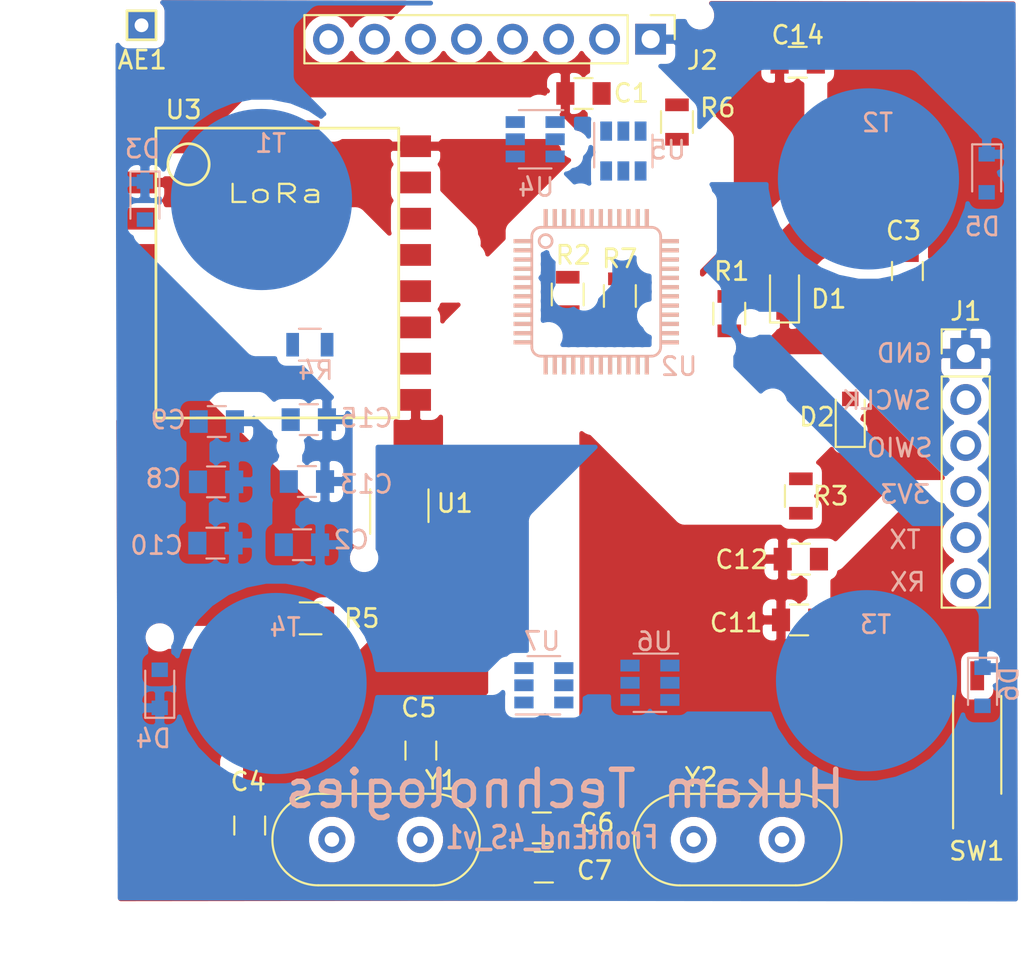
<source format=kicad_pcb>
(kicad_pcb (version 20171130) (host pcbnew 5.1.7-a382d34a8~88~ubuntu18.04.1)

  (general
    (thickness 1.6)
    (drawings 15)
    (tracks 0)
    (zones 0)
    (modules 45)
    (nets 65)
  )

  (page A4)
  (layers
    (0 F.Cu signal)
    (31 B.Cu signal)
    (32 B.Adhes user)
    (33 F.Adhes user)
    (34 B.Paste user)
    (35 F.Paste user)
    (36 B.SilkS user)
    (37 F.SilkS user)
    (38 B.Mask user)
    (39 F.Mask user)
    (40 Dwgs.User user)
    (41 Cmts.User user)
    (42 Eco1.User user)
    (43 Eco2.User user)
    (44 Edge.Cuts user)
    (45 Margin user)
    (46 B.CrtYd user)
    (47 F.CrtYd user)
    (48 B.Fab user)
    (49 F.Fab user)
  )

  (setup
    (last_trace_width 0.25)
    (trace_clearance 0.25)
    (zone_clearance 0.508)
    (zone_45_only no)
    (trace_min 0.2)
    (via_size 0.55)
    (via_drill 0.4)
    (via_min_size 0.4)
    (via_min_drill 0.3)
    (uvia_size 0.5)
    (uvia_drill 0.3)
    (uvias_allowed no)
    (uvia_min_size 0.2)
    (uvia_min_drill 0.1)
    (edge_width 0.05)
    (segment_width 0.2)
    (pcb_text_width 0.3)
    (pcb_text_size 1.5 1.5)
    (mod_edge_width 0.12)
    (mod_text_size 1 1)
    (mod_text_width 0.15)
    (pad_size 1.524 1.524)
    (pad_drill 0.762)
    (pad_to_mask_clearance 0.05)
    (aux_axis_origin 0 0)
    (visible_elements FFFFFF7F)
    (pcbplotparams
      (layerselection 0x3f3ff_ffffffff)
      (usegerberextensions true)
      (usegerberattributes false)
      (usegerberadvancedattributes false)
      (creategerberjobfile true)
      (excludeedgelayer true)
      (linewidth 0.150000)
      (plotframeref false)
      (viasonmask false)
      (mode 1)
      (useauxorigin false)
      (hpglpennumber 1)
      (hpglpenspeed 20)
      (hpglpendiameter 15.000000)
      (psnegative false)
      (psa4output false)
      (plotreference true)
      (plotvalue true)
      (plotinvisibletext false)
      (padsonsilk false)
      (subtractmaskfromsilk false)
      (outputformat 1)
      (mirror false)
      (drillshape 0)
      (scaleselection 1)
      (outputdirectory "Gerber/"))
  )

  (net 0 "")
  (net 1 "Net-(AE1-Pad1)")
  (net 2 /5V)
  (net 3 /GND)
  (net 4 /VCC3V3)
  (net 5 /RESET)
  (net 6 /PC14)
  (net 7 /PC15)
  (net 8 /OSCIN)
  (net 9 /OSCOUT)
  (net 10 "Net-(D1-Pad2)")
  (net 11 "Net-(D2-Pad2)")
  (net 12 /RX0)
  (net 13 /TX0)
  (net 14 /SWIO)
  (net 15 /SWCLK)
  (net 16 /DSW_1)
  (net 17 /DSW_2)
  (net 18 /DSW_3)
  (net 19 /DSW_4)
  (net 20 /Opto_IN)
  (net 21 /Energy)
  (net 22 "Net-(R3-Pad2)")
  (net 23 "Net-(U1-Pad4)")
  (net 24 /NSS)
  (net 25 /Reset_Lora)
  (net 26 /DIO0)
  (net 27 /DIO1)
  (net 28 /Touch_2)
  (net 29 /Touch_3)
  (net 30 /Touch_4)
  (net 31 "Net-(U2-Pad19)")
  (net 32 "Net-(U2-Pad26)")
  (net 33 "Net-(U2-Pad27)")
  (net 34 "Net-(U2-Pad28)")
  (net 35 "Net-(U2-Pad29)")
  (net 36 "Net-(U2-Pad32)")
  (net 37 /SCK)
  (net 38 /MISO)
  (net 39 /MOSI)
  (net 40 "Net-(U2-Pad42)")
  (net 41 "Net-(U2-Pad43)")
  (net 42 "Net-(U2-Pad45)")
  (net 43 "Net-(U2-Pad46)")
  (net 44 /Touch_1)
  (net 45 "Net-(U3-Pad7)")
  (net 46 "Net-(U3-Pad8)")
  (net 47 "Net-(U3-Pad10)")
  (net 48 "Net-(U3-Pad11)")
  (net 49 "Net-(T1-Pad1)")
  (net 50 "Net-(U4-Pad4)")
  (net 51 "Net-(U4-Pad6)")
  (net 52 "Net-(U5-Pad6)")
  (net 53 "Net-(U5-Pad4)")
  (net 54 "Net-(T2-Pad1)")
  (net 55 "Net-(T3-Pad1)")
  (net 56 "Net-(U6-Pad4)")
  (net 57 "Net-(U6-Pad6)")
  (net 58 "Net-(U7-Pad6)")
  (net 59 "Net-(U7-Pad4)")
  (net 60 "Net-(T4-Pad1)")
  (net 61 "Net-(D3-Pad2)")
  (net 62 "Net-(D4-Pad2)")
  (net 63 "Net-(D5-Pad2)")
  (net 64 "Net-(D6-Pad2)")

  (net_class Default "This is the default net class."
    (clearance 0.25)
    (trace_width 0.25)
    (via_dia 0.55)
    (via_drill 0.4)
    (uvia_dia 0.5)
    (uvia_drill 0.3)
    (diff_pair_width 0.2)
    (diff_pair_gap 0.2)
    (add_net /5V)
    (add_net /DIO0)
    (add_net /DIO1)
    (add_net /DSW_1)
    (add_net /DSW_2)
    (add_net /DSW_3)
    (add_net /DSW_4)
    (add_net /Energy)
    (add_net /GND)
    (add_net /MISO)
    (add_net /MOSI)
    (add_net /NSS)
    (add_net /OSCIN)
    (add_net /OSCOUT)
    (add_net /Opto_IN)
    (add_net /PC14)
    (add_net /PC15)
    (add_net /RESET)
    (add_net /RX0)
    (add_net /Reset_Lora)
    (add_net /SCK)
    (add_net /SWCLK)
    (add_net /SWIO)
    (add_net /TX0)
    (add_net /Touch_1)
    (add_net /Touch_2)
    (add_net /Touch_3)
    (add_net /Touch_4)
    (add_net /VCC3V3)
    (add_net "Net-(AE1-Pad1)")
    (add_net "Net-(D1-Pad2)")
    (add_net "Net-(D2-Pad2)")
    (add_net "Net-(D3-Pad2)")
    (add_net "Net-(D4-Pad2)")
    (add_net "Net-(D5-Pad2)")
    (add_net "Net-(D6-Pad2)")
    (add_net "Net-(R3-Pad2)")
    (add_net "Net-(T1-Pad1)")
    (add_net "Net-(T2-Pad1)")
    (add_net "Net-(T3-Pad1)")
    (add_net "Net-(T4-Pad1)")
    (add_net "Net-(U1-Pad4)")
    (add_net "Net-(U2-Pad19)")
    (add_net "Net-(U2-Pad26)")
    (add_net "Net-(U2-Pad27)")
    (add_net "Net-(U2-Pad28)")
    (add_net "Net-(U2-Pad29)")
    (add_net "Net-(U2-Pad32)")
    (add_net "Net-(U2-Pad42)")
    (add_net "Net-(U2-Pad43)")
    (add_net "Net-(U2-Pad45)")
    (add_net "Net-(U2-Pad46)")
    (add_net "Net-(U3-Pad10)")
    (add_net "Net-(U3-Pad11)")
    (add_net "Net-(U3-Pad7)")
    (add_net "Net-(U3-Pad8)")
    (add_net "Net-(U4-Pad4)")
    (add_net "Net-(U4-Pad6)")
    (add_net "Net-(U5-Pad4)")
    (add_net "Net-(U5-Pad6)")
    (add_net "Net-(U6-Pad4)")
    (add_net "Net-(U6-Pad6)")
    (add_net "Net-(U7-Pad4)")
    (add_net "Net-(U7-Pad6)")
  )

  (module Pin_Headers:Pin_Header_Straight_1x06_Pitch2.54mm (layer F.Cu) (tedit 59650532) (tstamp 5F8417EB)
    (at 140.757 85.9561)
    (descr "Through hole straight pin header, 1x06, 2.54mm pitch, single row")
    (tags "Through hole pin header THT 1x06 2.54mm single row")
    (path /5F84F8FA)
    (fp_text reference J1 (at 0 -2.33) (layer F.SilkS)
      (effects (font (size 1 1) (thickness 0.15)))
    )
    (fp_text value Conn_01x06_Female (at 0 15.03) (layer F.Fab) hide
      (effects (font (size 1 1) (thickness 0.15)))
    )
    (fp_line (start -0.635 -1.27) (end 1.27 -1.27) (layer F.Fab) (width 0.1))
    (fp_line (start 1.27 -1.27) (end 1.27 13.97) (layer F.Fab) (width 0.1))
    (fp_line (start 1.27 13.97) (end -1.27 13.97) (layer F.Fab) (width 0.1))
    (fp_line (start -1.27 13.97) (end -1.27 -0.635) (layer F.Fab) (width 0.1))
    (fp_line (start -1.27 -0.635) (end -0.635 -1.27) (layer F.Fab) (width 0.1))
    (fp_line (start -1.33 14.03) (end 1.33 14.03) (layer F.SilkS) (width 0.12))
    (fp_line (start -1.33 1.27) (end -1.33 14.03) (layer F.SilkS) (width 0.12))
    (fp_line (start 1.33 1.27) (end 1.33 14.03) (layer F.SilkS) (width 0.12))
    (fp_line (start -1.33 1.27) (end 1.33 1.27) (layer F.SilkS) (width 0.12))
    (fp_line (start -1.33 0) (end -1.33 -1.33) (layer F.SilkS) (width 0.12))
    (fp_line (start -1.33 -1.33) (end 0 -1.33) (layer F.SilkS) (width 0.12))
    (fp_line (start -1.8 -1.8) (end -1.8 14.5) (layer F.CrtYd) (width 0.05))
    (fp_line (start -1.8 14.5) (end 1.8 14.5) (layer F.CrtYd) (width 0.05))
    (fp_line (start 1.8 14.5) (end 1.8 -1.8) (layer F.CrtYd) (width 0.05))
    (fp_line (start 1.8 -1.8) (end -1.8 -1.8) (layer F.CrtYd) (width 0.05))
    (fp_text user %R (at 0 6.35 90) (layer F.Fab) hide
      (effects (font (size 1 1) (thickness 0.15)))
    )
    (pad 1 thru_hole rect (at 0 0) (size 1.7 1.7) (drill 1) (layers *.Cu *.Mask)
      (net 3 /GND))
    (pad 2 thru_hole oval (at 0 2.54) (size 1.7 1.7) (drill 1) (layers *.Cu *.Mask)
      (net 15 /SWCLK))
    (pad 3 thru_hole oval (at 0 5.08) (size 1.7 1.7) (drill 1) (layers *.Cu *.Mask)
      (net 14 /SWIO))
    (pad 4 thru_hole oval (at 0 7.62) (size 1.7 1.7) (drill 1) (layers *.Cu *.Mask)
      (net 4 /VCC3V3))
    (pad 5 thru_hole oval (at 0 10.16) (size 1.7 1.7) (drill 1) (layers *.Cu *.Mask)
      (net 13 /TX0))
    (pad 6 thru_hole oval (at 0 12.7) (size 1.7 1.7) (drill 1) (layers *.Cu *.Mask)
      (net 12 /RX0))
    (model ${KISYS3DMOD}/Pin_Headers.3dshapes/Pin_Header_Straight_1x06_Pitch2.54mm.wrl
      (at (xyz 0 0 0))
      (scale (xyz 1 1 1))
      (rotate (xyz 0 0 0))
    )
  )

  (module "Custom_Libraries:STM32(LQFP48)" (layer B.Cu) (tedit 5F81CC1C) (tstamp 5F487A12)
    (at 119.855 82.042 270)
    (descr STM32)
    (tags STM32)
    (path /5F47C321)
    (attr smd)
    (fp_text reference U2 (at 4.63042 -5.07998) (layer B.SilkS)
      (effects (font (size 1 1) (thickness 0.15)) (justify mirror))
    )
    (fp_text value STM32 (at 0.762 0 270) (layer B.Fab) hide
      (effects (font (size 0.5 0.3) (thickness 0.075)) (justify mirror))
    )
    (fp_circle (center -2.286 2.286) (end -2.032 2.032) (layer B.SilkS) (width 0.15))
    (fp_line (start 3.556 3.048) (end -2.54 3.048) (layer B.SilkS) (width 0.15))
    (fp_line (start 4.064 -3.556) (end 4.064 2.54) (layer B.SilkS) (width 0.15))
    (fp_line (start -2.54 -4.064) (end 3.556 -4.064) (layer B.SilkS) (width 0.15))
    (fp_line (start -3.048 2.54) (end -3.048 -3.556) (layer B.SilkS) (width 0.15))
    (fp_arc (start 3.556 -3.556) (end 4.064 -3.556) (angle -90) (layer B.SilkS) (width 0.15))
    (fp_arc (start -2.54 -3.556) (end -2.54 -4.064) (angle -90) (layer B.SilkS) (width 0.15))
    (fp_arc (start 3.556 2.54) (end 3.556 3.048) (angle -90) (layer B.SilkS) (width 0.15))
    (fp_arc (start -2.54 2.54) (end -3.048 2.54) (angle -90) (layer B.SilkS) (width 0.15))
    (pad 38 smd rect (at 2.794 3.556 270) (size 0.23 1) (layers *.Adhes *.Paste *.SilkS *.Mask B.Cu Dwgs.User Eco1.User Eco2.User)
      (net 24 /NSS))
    (pad 1 smd rect (at -3.556 2.286 270) (size 1 0.23) (layers *.Adhes *.Paste *.SilkS *.Mask B.Cu Dwgs.User Eco1.User Eco2.User)
      (net 4 /VCC3V3))
    (pad 2 smd rect (at -3.556 1.778 270) (size 1 0.23) (layers *.Adhes *.Paste *.SilkS *.Mask B.Cu Dwgs.User Eco1.User Eco2.User)
      (net 16 /DSW_1) (zone_connect 2))
    (pad 3 smd rect (at -3.556 1.27 270) (size 1 0.23) (layers *.Adhes *.Paste *.SilkS *.Mask B.Cu Dwgs.User Eco1.User Eco2.User)
      (net 6 /PC14))
    (pad 4 smd rect (at -3.556 0.762 270) (size 1 0.23) (layers *.Adhes *.Paste *.SilkS *.Mask B.Cu Dwgs.User Eco1.User Eco2.User)
      (net 7 /PC15))
    (pad 5 smd rect (at -3.556 0.254 270) (size 1 0.23) (layers *.Adhes *.Paste *.SilkS *.Mask B.Cu Dwgs.User Eco1.User Eco2.User)
      (net 8 /OSCIN))
    (pad 6 smd rect (at -3.556 -0.254 270) (size 1 0.23) (layers *.Adhes *.Paste *.SilkS *.Mask B.Cu Dwgs.User Eco1.User Eco2.User)
      (net 9 /OSCOUT))
    (pad 7 smd rect (at -3.556 -0.762 270) (size 1 0.23) (layers *.Adhes *.Paste *.SilkS *.Mask B.Cu Dwgs.User Eco1.User Eco2.User)
      (net 5 /RESET))
    (pad 8 smd rect (at -3.556 -1.27 270) (size 1 0.23) (layers *.Adhes *.Paste *.SilkS *.Mask B.Cu Dwgs.User Eco1.User Eco2.User)
      (net 3 /GND))
    (pad 9 smd rect (at -3.556 -1.778 270) (size 1 0.23) (layers *.Adhes *.Paste *.SilkS *.Mask B.Cu Dwgs.User Eco1.User Eco2.User)
      (net 4 /VCC3V3))
    (pad 10 smd rect (at -3.556 -2.286 270) (size 1 0.23) (layers *.Adhes *.Paste *.SilkS *.Mask B.Cu Dwgs.User Eco1.User Eco2.User)
      (net 20 /Opto_IN))
    (pad 11 smd rect (at -3.556 -2.794 270) (size 1 0.23) (layers *.Adhes *.Paste *.SilkS *.Mask B.Cu Dwgs.User Eco1.User Eco2.User)
      (net 25 /Reset_Lora))
    (pad 12 smd rect (at -3.556 -3.302 270) (size 1 0.23) (layers *.Adhes *.Paste *.SilkS *.Mask B.Cu Dwgs.User Eco1.User Eco2.User)
      (net 26 /DIO0))
    (pad 13 smd rect (at -2.286 -4.572 270) (size 0.23 1) (layers *.Adhes *.Paste *.SilkS *.Mask B.Cu Dwgs.User Eco1.User Eco2.User)
      (net 27 /DIO1))
    (pad 14 smd rect (at -1.778 -4.572 270) (size 0.23 1) (layers *.Adhes *.Paste *.SilkS *.Mask B.Cu Dwgs.User Eco1.User Eco2.User)
      (net 21 /Energy))
    (pad 16 smd rect (at -0.762 -4.572 270) (size 0.23 1) (layers *.Adhes *.Paste *.SilkS *.Mask B.Cu Dwgs.User Eco1.User Eco2.User)
      (net 28 /Touch_2))
    (pad 17 smd rect (at -0.254 -4.572 270) (size 0.23 1) (layers *.Adhes *.Paste *.SilkS *.Mask B.Cu Dwgs.User Eco1.User Eco2.User)
      (net 29 /Touch_3))
    (pad 18 smd rect (at 0.254 -4.572 270) (size 0.23 1) (layers *.Adhes *.Paste *.SilkS *.Mask B.Cu Dwgs.User Eco1.User Eco2.User)
      (net 30 /Touch_4))
    (pad 19 smd rect (at 0.762 -4.572 270) (size 0.23 1) (layers *.Adhes *.Paste *.SilkS *.Mask B.Cu Dwgs.User Eco1.User Eco2.User)
      (net 31 "Net-(U2-Pad19)"))
    (pad 20 smd rect (at 1.27 -4.572 270) (size 0.23 1) (layers *.Adhes *.Paste *.SilkS *.Mask B.Cu Dwgs.User Eco1.User Eco2.User)
      (net 3 /GND))
    (pad 21 smd rect (at 1.778 -4.572 270) (size 0.23 1) (layers *.Adhes *.Paste *.SilkS *.Mask B.Cu Dwgs.User Eco1.User Eco2.User)
      (net 17 /DSW_2))
    (pad 22 smd rect (at 2.286 -4.572 270) (size 0.23 1) (layers *.Adhes *.Paste *.SilkS *.Mask B.Cu Dwgs.User Eco1.User Eco2.User)
      (net 18 /DSW_3))
    (pad 23 smd rect (at 2.794 -4.572 270) (size 0.23 1) (layers *.Adhes *.Paste *.SilkS *.Mask B.Cu Dwgs.User Eco1.User Eco2.User)
      (net 3 /GND))
    (pad 24 smd rect (at 3.302 -4.572 270) (size 0.23 1) (layers *.Adhes *.Paste *.SilkS *.Mask B.Cu Dwgs.User Eco1.User Eco2.User)
      (net 4 /VCC3V3))
    (pad 26 smd rect (at 4.572 -2.794 270) (size 1 0.23) (layers *.Adhes *.Paste *.SilkS *.Mask B.Cu Dwgs.User Eco1.User Eco2.User)
      (net 32 "Net-(U2-Pad26)"))
    (pad 27 smd rect (at 4.572 -2.286 270) (size 1 0.23) (layers *.Adhes *.Paste *.SilkS *.Mask B.Cu Dwgs.User Eco1.User Eco2.User)
      (net 33 "Net-(U2-Pad27)"))
    (pad 28 smd rect (at 4.572 -1.778 270) (size 1 0.23) (layers *.Adhes *.Paste *.SilkS *.Mask B.Cu Dwgs.User Eco1.User Eco2.User)
      (net 34 "Net-(U2-Pad28)"))
    (pad 29 smd rect (at 4.572 -1.27 270) (size 1 0.23) (layers *.Adhes *.Paste *.SilkS *.Mask B.Cu Dwgs.User Eco1.User Eco2.User)
      (net 35 "Net-(U2-Pad29)"))
    (pad 30 smd rect (at 4.572 -0.762 270) (size 1 0.23) (layers *.Adhes *.Paste *.SilkS *.Mask B.Cu Dwgs.User Eco1.User Eco2.User)
      (net 13 /TX0))
    (pad 31 smd rect (at 4.572 -0.254 270) (size 1 0.23) (layers *.Adhes *.Paste *.SilkS *.Mask B.Cu Dwgs.User Eco1.User Eco2.User)
      (net 12 /RX0))
    (pad 32 smd rect (at 4.572 0.254 270) (size 1 0.23) (layers *.Adhes *.Paste *.SilkS *.Mask B.Cu Dwgs.User Eco1.User Eco2.User)
      (net 36 "Net-(U2-Pad32)"))
    (pad 33 smd rect (at 4.572 0.762 270) (size 1 0.23) (layers *.Adhes *.Paste *.SilkS *.Mask B.Cu Dwgs.User Eco1.User Eco2.User)
      (net 22 "Net-(R3-Pad2)"))
    (pad 34 smd rect (at 4.572 1.27 270) (size 1 0.23) (layers *.Adhes *.Paste *.SilkS *.Mask B.Cu Dwgs.User Eco1.User Eco2.User)
      (net 14 /SWIO))
    (pad 35 smd rect (at 4.572 1.778 270) (size 1 0.23) (layers *.Adhes *.Paste *.SilkS *.Mask B.Cu Dwgs.User Eco1.User Eco2.User)
      (net 3 /GND))
    (pad 36 smd rect (at 4.572 2.286 270) (size 1 0.23) (layers *.Adhes *.Paste *.SilkS *.Mask B.Cu Dwgs.User Eco1.User Eco2.User)
      (net 4 /VCC3V3))
    (pad 37 smd rect (at 3.302 3.556 270) (size 0.23 1) (layers *.Adhes *.Paste *.SilkS *.Mask B.Cu Dwgs.User Eco1.User Eco2.User)
      (net 15 /SWCLK))
    (pad 39 smd rect (at 2.286 3.556 270) (size 0.23 1) (layers *.Adhes *.Paste *.SilkS *.Mask B.Cu Dwgs.User Eco1.User Eco2.User)
      (net 37 /SCK))
    (pad 40 smd rect (at 1.778 3.556 270) (size 0.23 1) (layers *.Adhes *.Paste *.SilkS *.Mask B.Cu Dwgs.User Eco1.User Eco2.User)
      (net 38 /MISO))
    (pad 41 smd rect (at 1.27 3.556 270) (size 0.23 1) (layers *.Adhes *.Paste *.SilkS *.Mask B.Cu Dwgs.User Eco1.User Eco2.User)
      (net 39 /MOSI))
    (pad 42 smd rect (at 0.762 3.556 270) (size 0.23 1) (layers *.Adhes *.Paste *.SilkS *.Mask B.Cu Dwgs.User Eco1.User Eco2.User)
      (net 40 "Net-(U2-Pad42)"))
    (pad 43 smd rect (at 0.254 3.556 270) (size 0.23 1) (layers *.Adhes *.Paste *.SilkS *.Mask B.Cu Dwgs.User Eco1.User Eco2.User)
      (net 41 "Net-(U2-Pad43)"))
    (pad 44 smd rect (at -0.254 3.556 270) (size 0.23 1) (layers *.Adhes *.Paste *.SilkS *.Mask B.Cu Dwgs.User Eco1.User Eco2.User)
      (net 3 /GND))
    (pad 45 smd rect (at -0.762 3.556 270) (size 0.23 1) (layers *.Adhes *.Paste *.SilkS *.Mask B.Cu Dwgs.User Eco1.User Eco2.User)
      (net 42 "Net-(U2-Pad45)"))
    (pad 46 smd rect (at -1.27 3.556 270) (size 0.23 1) (layers *.Adhes *.Paste *.SilkS *.Mask B.Cu Dwgs.User Eco1.User Eco2.User)
      (net 43 "Net-(U2-Pad46)"))
    (pad 47 smd rect (at -1.778 3.556 270) (size 0.23 1) (layers *.Adhes *.Paste *.SilkS *.Mask B.Cu Dwgs.User Eco1.User Eco2.User)
      (net 3 /GND))
    (pad 48 smd rect (at -2.286 3.556 270) (size 0.23 1) (layers *.Adhes *.Paste *.SilkS *.Mask B.Cu Dwgs.User Eco1.User Eco2.User)
      (net 4 /VCC3V3))
    (pad 25 smd rect (at 4.572 -3.302 270) (size 1 0.23) (layers *.Adhes *.Paste *.SilkS *.Mask B.Cu Dwgs.User Eco1.User Eco2.User)
      (net 19 /DSW_4))
    (pad 15 smd rect (at -1.27 -4.572 270) (size 0.23 1) (layers *.Adhes *.Paste *.SilkS *.Mask B.Cu Dwgs.User Eco1.User Eco2.User)
      (net 44 /Touch_1))
  )

  (module Resistors_SMD:R_0805 (layer F.Cu) (tedit 58E0A804) (tstamp 5F4B90B6)
    (at 121.666 82.7863 90)
    (descr "Resistor SMD 0805, reflow soldering, Vishay (see dcrcw.pdf)")
    (tags "resistor 0805")
    (path /5F4EF600)
    (attr smd)
    (fp_text reference R7 (at 2.06252 -0.01034 180) (layer F.SilkS)
      (effects (font (size 1 1) (thickness 0.15)))
    )
    (fp_text value "510 R" (at 0 1.75 90) (layer F.Fab) hide
      (effects (font (size 1 1) (thickness 0.15)))
    )
    (fp_line (start -1 0.62) (end -1 -0.62) (layer F.Fab) (width 0.1))
    (fp_line (start 1 0.62) (end -1 0.62) (layer F.Fab) (width 0.1))
    (fp_line (start 1 -0.62) (end 1 0.62) (layer F.Fab) (width 0.1))
    (fp_line (start -1 -0.62) (end 1 -0.62) (layer F.Fab) (width 0.1))
    (fp_line (start 0.6 0.88) (end -0.6 0.88) (layer F.SilkS) (width 0.12))
    (fp_line (start -0.6 -0.88) (end 0.6 -0.88) (layer F.SilkS) (width 0.12))
    (fp_line (start -1.55 -0.9) (end 1.55 -0.9) (layer F.CrtYd) (width 0.05))
    (fp_line (start -1.55 -0.9) (end -1.55 0.9) (layer F.CrtYd) (width 0.05))
    (fp_line (start 1.55 0.9) (end 1.55 -0.9) (layer F.CrtYd) (width 0.05))
    (fp_line (start 1.55 0.9) (end -1.55 0.9) (layer F.CrtYd) (width 0.05))
    (fp_text user %R (at 0 0 90) (layer F.Fab) hide
      (effects (font (size 0.5 0.5) (thickness 0.075)))
    )
    (pad 1 smd rect (at -0.95 0 90) (size 0.7 1.3) (layers F.Cu F.Paste F.Mask)
      (net 64 "Net-(D6-Pad2)"))
    (pad 2 smd rect (at 0.95 0 90) (size 0.7 1.3) (layers F.Cu F.Paste F.Mask)
      (net 18 /DSW_3))
    (model ${KISYS3DMOD}/Resistors_SMD.3dshapes/R_0805.wrl
      (at (xyz 0 0 0))
      (scale (xyz 1 1 1))
      (rotate (xyz 0 0 0))
    )
  )

  (module Resistors_SMD:R_0805 (layer F.Cu) (tedit 58E0A804) (tstamp 5F4B90B3)
    (at 124.818 73.185 90)
    (descr "Resistor SMD 0805, reflow soldering, Vishay (see dcrcw.pdf)")
    (tags "resistor 0805")
    (path /5F4E3C6F)
    (attr smd)
    (fp_text reference R6 (at 0.78738 2.25058 180) (layer F.SilkS)
      (effects (font (size 1 1) (thickness 0.15)))
    )
    (fp_text value "510 R" (at 0 1.75 90) (layer F.Fab) hide
      (effects (font (size 1 1) (thickness 0.15)))
    )
    (fp_line (start 1.55 0.9) (end -1.55 0.9) (layer F.CrtYd) (width 0.05))
    (fp_line (start 1.55 0.9) (end 1.55 -0.9) (layer F.CrtYd) (width 0.05))
    (fp_line (start -1.55 -0.9) (end -1.55 0.9) (layer F.CrtYd) (width 0.05))
    (fp_line (start -1.55 -0.9) (end 1.55 -0.9) (layer F.CrtYd) (width 0.05))
    (fp_line (start -0.6 -0.88) (end 0.6 -0.88) (layer F.SilkS) (width 0.12))
    (fp_line (start 0.6 0.88) (end -0.6 0.88) (layer F.SilkS) (width 0.12))
    (fp_line (start -1 -0.62) (end 1 -0.62) (layer F.Fab) (width 0.1))
    (fp_line (start 1 -0.62) (end 1 0.62) (layer F.Fab) (width 0.1))
    (fp_line (start 1 0.62) (end -1 0.62) (layer F.Fab) (width 0.1))
    (fp_line (start -1 0.62) (end -1 -0.62) (layer F.Fab) (width 0.1))
    (fp_text user %R (at 0 0 90) (layer F.Fab) hide
      (effects (font (size 0.5 0.5) (thickness 0.075)))
    )
    (pad 2 smd rect (at 0.95 0 90) (size 0.7 1.3) (layers F.Cu F.Paste F.Mask)
      (net 17 /DSW_2))
    (pad 1 smd rect (at -0.95 0 90) (size 0.7 1.3) (layers F.Cu F.Paste F.Mask)
      (net 63 "Net-(D5-Pad2)"))
    (model ${KISYS3DMOD}/Resistors_SMD.3dshapes/R_0805.wrl
      (at (xyz 0 0 0))
      (scale (xyz 1 1 1))
      (rotate (xyz 0 0 0))
    )
  )

  (module Resistors_SMD:R_0805 (layer F.Cu) (tedit 58E0A804) (tstamp 5F4B946A)
    (at 104.597 100.576)
    (descr "Resistor SMD 0805, reflow soldering, Vishay (see dcrcw.pdf)")
    (tags "resistor 0805")
    (path /5F4F8FB1)
    (attr smd)
    (fp_text reference R5 (at 2.82194 0) (layer F.SilkS)
      (effects (font (size 1 1) (thickness 0.15)))
    )
    (fp_text value "510 R" (at 0 1.75) (layer F.Fab) hide
      (effects (font (size 1 1) (thickness 0.15)))
    )
    (fp_line (start -1 0.62) (end -1 -0.62) (layer F.Fab) (width 0.1))
    (fp_line (start 1 0.62) (end -1 0.62) (layer F.Fab) (width 0.1))
    (fp_line (start 1 -0.62) (end 1 0.62) (layer F.Fab) (width 0.1))
    (fp_line (start -1 -0.62) (end 1 -0.62) (layer F.Fab) (width 0.1))
    (fp_line (start 0.6 0.88) (end -0.6 0.88) (layer F.SilkS) (width 0.12))
    (fp_line (start -0.6 -0.88) (end 0.6 -0.88) (layer F.SilkS) (width 0.12))
    (fp_line (start -1.55 -0.9) (end 1.55 -0.9) (layer F.CrtYd) (width 0.05))
    (fp_line (start -1.55 -0.9) (end -1.55 0.9) (layer F.CrtYd) (width 0.05))
    (fp_line (start 1.55 0.9) (end 1.55 -0.9) (layer F.CrtYd) (width 0.05))
    (fp_line (start 1.55 0.9) (end -1.55 0.9) (layer F.CrtYd) (width 0.05))
    (fp_text user %R (at 0 0) (layer F.Fab) hide
      (effects (font (size 0.5 0.5) (thickness 0.075)))
    )
    (pad 1 smd rect (at -0.95 0) (size 0.7 1.3) (layers F.Cu F.Paste F.Mask)
      (net 62 "Net-(D4-Pad2)"))
    (pad 2 smd rect (at 0.95 0) (size 0.7 1.3) (layers F.Cu F.Paste F.Mask)
      (net 19 /DSW_4))
    (model ${KISYS3DMOD}/Resistors_SMD.3dshapes/R_0805.wrl
      (at (xyz 0 0 0))
      (scale (xyz 1 1 1))
      (rotate (xyz 0 0 0))
    )
  )

  (module Resistors_SMD:R_0805 (layer B.Cu) (tedit 58E0A804) (tstamp 5F4B90AD)
    (at 104.557 85.4735)
    (descr "Resistor SMD 0805, reflow soldering, Vishay (see dcrcw.pdf)")
    (tags "resistor 0805")
    (path /5F4C861D)
    (attr smd)
    (fp_text reference R4 (at 0.32766 1.4224 180) (layer B.SilkS)
      (effects (font (size 1 1) (thickness 0.15)) (justify mirror))
    )
    (fp_text value "510 R" (at 0 -1.75 -180) (layer B.Fab) hide
      (effects (font (size 1 1) (thickness 0.15)) (justify mirror))
    )
    (fp_line (start -1 -0.62) (end -1 0.62) (layer B.Fab) (width 0.1))
    (fp_line (start 1 -0.62) (end -1 -0.62) (layer B.Fab) (width 0.1))
    (fp_line (start 1 0.62) (end 1 -0.62) (layer B.Fab) (width 0.1))
    (fp_line (start -1 0.62) (end 1 0.62) (layer B.Fab) (width 0.1))
    (fp_line (start 0.6 -0.88) (end -0.6 -0.88) (layer B.SilkS) (width 0.12))
    (fp_line (start -0.6 0.88) (end 0.6 0.88) (layer B.SilkS) (width 0.12))
    (fp_line (start -1.55 0.9) (end 1.55 0.9) (layer B.CrtYd) (width 0.05))
    (fp_line (start -1.55 0.9) (end -1.55 -0.9) (layer B.CrtYd) (width 0.05))
    (fp_line (start 1.55 -0.9) (end 1.55 0.9) (layer B.CrtYd) (width 0.05))
    (fp_line (start 1.55 -0.9) (end -1.55 -0.9) (layer B.CrtYd) (width 0.05))
    (fp_text user %R (at 0 0 -180) (layer B.Fab) hide
      (effects (font (size 0.5 0.5) (thickness 0.075)) (justify mirror))
    )
    (pad 1 smd rect (at -0.95 0) (size 0.7 1.3) (layers B.Cu B.Paste B.Mask)
      (net 61 "Net-(D3-Pad2)"))
    (pad 2 smd rect (at 0.95 0) (size 0.7 1.3) (layers B.Cu B.Paste B.Mask)
      (net 16 /DSW_1))
    (model ${KISYS3DMOD}/Resistors_SMD.3dshapes/R_0805.wrl
      (at (xyz 0 0 0))
      (scale (xyz 1 1 1))
      (rotate (xyz 0 0 0))
    )
  )

  (module Diodes_SMD:D_0805 (layer B.Cu) (tedit 590CE9A4) (tstamp 5F4B8FE0)
    (at 141.681 104.353 270)
    (descr "Diode SMD in 0805 package http://datasheets.avx.com/schottky.pdf")
    (tags "smd diode")
    (path /5F4EF606)
    (attr smd)
    (fp_text reference D6 (at -0.14224 -1.4605 90) (layer B.SilkS)
      (effects (font (size 1 1) (thickness 0.15)) (justify mirror))
    )
    (fp_text value LED (at 0 -1.7 90) (layer B.Fab) hide
      (effects (font (size 1 1) (thickness 0.15)) (justify mirror))
    )
    (fp_line (start -1.6 0.8) (end -1.6 -0.8) (layer B.SilkS) (width 0.12))
    (fp_line (start -1.7 -0.88) (end -1.7 0.88) (layer B.CrtYd) (width 0.05))
    (fp_line (start 1.7 -0.88) (end -1.7 -0.88) (layer B.CrtYd) (width 0.05))
    (fp_line (start 1.7 0.88) (end 1.7 -0.88) (layer B.CrtYd) (width 0.05))
    (fp_line (start -1.7 0.88) (end 1.7 0.88) (layer B.CrtYd) (width 0.05))
    (fp_line (start 0.2 0) (end 0.4 0) (layer B.Fab) (width 0.1))
    (fp_line (start -0.1 0) (end -0.3 0) (layer B.Fab) (width 0.1))
    (fp_line (start -0.1 0.2) (end -0.1 -0.2) (layer B.Fab) (width 0.1))
    (fp_line (start 0.2 -0.2) (end 0.2 0.2) (layer B.Fab) (width 0.1))
    (fp_line (start -0.1 0) (end 0.2 -0.2) (layer B.Fab) (width 0.1))
    (fp_line (start 0.2 0.2) (end -0.1 0) (layer B.Fab) (width 0.1))
    (fp_line (start -1 -0.65) (end -1 0.65) (layer B.Fab) (width 0.1))
    (fp_line (start 1 -0.65) (end -1 -0.65) (layer B.Fab) (width 0.1))
    (fp_line (start 1 0.65) (end 1 -0.65) (layer B.Fab) (width 0.1))
    (fp_line (start -1 0.65) (end 1 0.65) (layer B.Fab) (width 0.1))
    (fp_line (start -1.6 -0.8) (end 1 -0.8) (layer B.SilkS) (width 0.12))
    (fp_line (start -1.6 0.8) (end 1 0.8) (layer B.SilkS) (width 0.12))
    (fp_text user %R (at 0 1.6 90) (layer B.Fab) hide
      (effects (font (size 1 1) (thickness 0.15)) (justify mirror))
    )
    (pad 1 smd rect (at -1.05 0 270) (size 0.8 0.9) (layers B.Cu B.Paste B.Mask)
      (net 3 /GND))
    (pad 2 smd rect (at 1.05 0 270) (size 0.8 0.9) (layers B.Cu B.Paste B.Mask)
      (net 64 "Net-(D6-Pad2)"))
    (model ${KISYS3DMOD}/Diodes_SMD.3dshapes/D_0805.wrl
      (at (xyz 0 0 0))
      (scale (xyz 1 1 1))
      (rotate (xyz 0 0 0))
    )
  )

  (module Diodes_SMD:D_0805 (layer B.Cu) (tedit 590CE9A4) (tstamp 5F4B8FDD)
    (at 141.91 76.0146 270)
    (descr "Diode SMD in 0805 package http://datasheets.avx.com/schottky.pdf")
    (tags "smd diode")
    (path /5F4E3C79)
    (attr smd)
    (fp_text reference D5 (at 2.94638 0.23642 180) (layer B.SilkS)
      (effects (font (size 1 1) (thickness 0.15)) (justify mirror))
    )
    (fp_text value LED (at 0 -1.7 90) (layer B.Fab) hide
      (effects (font (size 1 1) (thickness 0.15)) (justify mirror))
    )
    (fp_line (start -1.6 0.8) (end -1.6 -0.8) (layer B.SilkS) (width 0.12))
    (fp_line (start -1.7 -0.88) (end -1.7 0.88) (layer B.CrtYd) (width 0.05))
    (fp_line (start 1.7 -0.88) (end -1.7 -0.88) (layer B.CrtYd) (width 0.05))
    (fp_line (start 1.7 0.88) (end 1.7 -0.88) (layer B.CrtYd) (width 0.05))
    (fp_line (start -1.7 0.88) (end 1.7 0.88) (layer B.CrtYd) (width 0.05))
    (fp_line (start 0.2 0) (end 0.4 0) (layer B.Fab) (width 0.1))
    (fp_line (start -0.1 0) (end -0.3 0) (layer B.Fab) (width 0.1))
    (fp_line (start -0.1 0.2) (end -0.1 -0.2) (layer B.Fab) (width 0.1))
    (fp_line (start 0.2 -0.2) (end 0.2 0.2) (layer B.Fab) (width 0.1))
    (fp_line (start -0.1 0) (end 0.2 -0.2) (layer B.Fab) (width 0.1))
    (fp_line (start 0.2 0.2) (end -0.1 0) (layer B.Fab) (width 0.1))
    (fp_line (start -1 -0.65) (end -1 0.65) (layer B.Fab) (width 0.1))
    (fp_line (start 1 -0.65) (end -1 -0.65) (layer B.Fab) (width 0.1))
    (fp_line (start 1 0.65) (end 1 -0.65) (layer B.Fab) (width 0.1))
    (fp_line (start -1 0.65) (end 1 0.65) (layer B.Fab) (width 0.1))
    (fp_line (start -1.6 -0.8) (end 1 -0.8) (layer B.SilkS) (width 0.12))
    (fp_line (start -1.6 0.8) (end 1 0.8) (layer B.SilkS) (width 0.12))
    (fp_text user %R (at 0 1.6 90) (layer B.Fab) hide
      (effects (font (size 1 1) (thickness 0.15)) (justify mirror))
    )
    (pad 1 smd rect (at -1.05 0 270) (size 0.8 0.9) (layers B.Cu B.Paste B.Mask)
      (net 3 /GND))
    (pad 2 smd rect (at 1.05 0 270) (size 0.8 0.9) (layers B.Cu B.Paste B.Mask)
      (net 63 "Net-(D5-Pad2)"))
    (model ${KISYS3DMOD}/Diodes_SMD.3dshapes/D_0805.wrl
      (at (xyz 0 0 0))
      (scale (xyz 1 1 1))
      (rotate (xyz 0 0 0))
    )
  )

  (module Diodes_SMD:D_0805 (layer B.Cu) (tedit 590CE9A4) (tstamp 5F4B8FDA)
    (at 96.2711 104.465 90)
    (descr "Diode SMD in 0805 package http://datasheets.avx.com/schottky.pdf")
    (tags "smd diode")
    (path /5F4F8FB7)
    (attr smd)
    (fp_text reference D4 (at -2.7484 -0.35054 180) (layer B.SilkS)
      (effects (font (size 1 1) (thickness 0.15)) (justify mirror))
    )
    (fp_text value LED (at 0 -1.7 90) (layer B.Fab) hide
      (effects (font (size 1 1) (thickness 0.15)) (justify mirror))
    )
    (fp_line (start -1.6 0.8) (end -1.6 -0.8) (layer B.SilkS) (width 0.12))
    (fp_line (start -1.7 -0.88) (end -1.7 0.88) (layer B.CrtYd) (width 0.05))
    (fp_line (start 1.7 -0.88) (end -1.7 -0.88) (layer B.CrtYd) (width 0.05))
    (fp_line (start 1.7 0.88) (end 1.7 -0.88) (layer B.CrtYd) (width 0.05))
    (fp_line (start -1.7 0.88) (end 1.7 0.88) (layer B.CrtYd) (width 0.05))
    (fp_line (start 0.2 0) (end 0.4 0) (layer B.Fab) (width 0.1))
    (fp_line (start -0.1 0) (end -0.3 0) (layer B.Fab) (width 0.1))
    (fp_line (start -0.1 0.2) (end -0.1 -0.2) (layer B.Fab) (width 0.1))
    (fp_line (start 0.2 -0.2) (end 0.2 0.2) (layer B.Fab) (width 0.1))
    (fp_line (start -0.1 0) (end 0.2 -0.2) (layer B.Fab) (width 0.1))
    (fp_line (start 0.2 0.2) (end -0.1 0) (layer B.Fab) (width 0.1))
    (fp_line (start -1 -0.65) (end -1 0.65) (layer B.Fab) (width 0.1))
    (fp_line (start 1 -0.65) (end -1 -0.65) (layer B.Fab) (width 0.1))
    (fp_line (start 1 0.65) (end 1 -0.65) (layer B.Fab) (width 0.1))
    (fp_line (start -1 0.65) (end 1 0.65) (layer B.Fab) (width 0.1))
    (fp_line (start -1.6 -0.8) (end 1 -0.8) (layer B.SilkS) (width 0.12))
    (fp_line (start -1.6 0.8) (end 1 0.8) (layer B.SilkS) (width 0.12))
    (fp_text user %R (at 0 1.6 90) (layer B.Fab) hide
      (effects (font (size 1 1) (thickness 0.15)) (justify mirror))
    )
    (pad 1 smd rect (at -1.05 0 90) (size 0.8 0.9) (layers B.Cu B.Paste B.Mask)
      (net 3 /GND))
    (pad 2 smd rect (at 1.05 0 90) (size 0.8 0.9) (layers B.Cu B.Paste B.Mask)
      (net 62 "Net-(D4-Pad2)"))
    (model ${KISYS3DMOD}/Diodes_SMD.3dshapes/D_0805.wrl
      (at (xyz 0 0 0))
      (scale (xyz 1 1 1))
      (rotate (xyz 0 0 0))
    )
  )

  (module Diodes_SMD:D_0805 (layer B.Cu) (tedit 590CE9A4) (tstamp 5F4B8FD7)
    (at 95.4532 77.5182 270)
    (descr "Diode SMD in 0805 package http://datasheets.avx.com/schottky.pdf")
    (tags "smd diode")
    (path /5F4C8627)
    (attr smd)
    (fp_text reference D3 (at -2.84982 0.127 180) (layer B.SilkS)
      (effects (font (size 1 1) (thickness 0.15)) (justify mirror))
    )
    (fp_text value LED (at 0 -1.7 90) (layer B.Fab) hide
      (effects (font (size 1 1) (thickness 0.15)) (justify mirror))
    )
    (fp_line (start -1.6 0.8) (end -1.6 -0.8) (layer B.SilkS) (width 0.12))
    (fp_line (start -1.7 -0.88) (end -1.7 0.88) (layer B.CrtYd) (width 0.05))
    (fp_line (start 1.7 -0.88) (end -1.7 -0.88) (layer B.CrtYd) (width 0.05))
    (fp_line (start 1.7 0.88) (end 1.7 -0.88) (layer B.CrtYd) (width 0.05))
    (fp_line (start -1.7 0.88) (end 1.7 0.88) (layer B.CrtYd) (width 0.05))
    (fp_line (start 0.2 0) (end 0.4 0) (layer B.Fab) (width 0.1))
    (fp_line (start -0.1 0) (end -0.3 0) (layer B.Fab) (width 0.1))
    (fp_line (start -0.1 0.2) (end -0.1 -0.2) (layer B.Fab) (width 0.1))
    (fp_line (start 0.2 -0.2) (end 0.2 0.2) (layer B.Fab) (width 0.1))
    (fp_line (start -0.1 0) (end 0.2 -0.2) (layer B.Fab) (width 0.1))
    (fp_line (start 0.2 0.2) (end -0.1 0) (layer B.Fab) (width 0.1))
    (fp_line (start -1 -0.65) (end -1 0.65) (layer B.Fab) (width 0.1))
    (fp_line (start 1 -0.65) (end -1 -0.65) (layer B.Fab) (width 0.1))
    (fp_line (start 1 0.65) (end 1 -0.65) (layer B.Fab) (width 0.1))
    (fp_line (start -1 0.65) (end 1 0.65) (layer B.Fab) (width 0.1))
    (fp_line (start -1.6 -0.8) (end 1 -0.8) (layer B.SilkS) (width 0.12))
    (fp_line (start -1.6 0.8) (end 1 0.8) (layer B.SilkS) (width 0.12))
    (fp_text user %R (at 0 1.6 90) (layer B.Fab) hide
      (effects (font (size 1 1) (thickness 0.15)) (justify mirror))
    )
    (pad 1 smd rect (at -1.05 0 270) (size 0.8 0.9) (layers B.Cu B.Paste B.Mask)
      (net 3 /GND))
    (pad 2 smd rect (at 1.05 0 270) (size 0.8 0.9) (layers B.Cu B.Paste B.Mask)
      (net 61 "Net-(D3-Pad2)"))
    (model ${KISYS3DMOD}/Diodes_SMD.3dshapes/D_0805.wrl
      (at (xyz 0 0 0))
      (scale (xyz 1 1 1))
      (rotate (xyz 0 0 0))
    )
  )

  (module Custom_Libraries:Anntenna (layer F.Cu) (tedit 5F48888E) (tstamp 5F4877FC)
    (at 95.2652 67.8434)
    (descr "module 1 pin (ou trou mecanique de percage)")
    (tags DEV)
    (path /5F2C5F88)
    (fp_text reference AE1 (at 0.04318 1.91516) (layer F.SilkS)
      (effects (font (size 1 1) (thickness 0.15)))
    )
    (fp_text value Antenna (at 0.24892 3.74904) (layer F.Fab) hide
      (effects (font (size 1 1) (thickness 0.15)))
    )
    (fp_line (start -0.8 0.8) (end -0.8 -0.8) (layer F.SilkS) (width 0.15))
    (fp_line (start 0.8 0.8) (end -0.8 0.8) (layer F.SilkS) (width 0.15))
    (fp_line (start 0.8 -0.8) (end 0.8 0.8) (layer F.SilkS) (width 0.15))
    (fp_line (start -0.8 -0.8) (end 0.8 -0.8) (layer F.SilkS) (width 0.15))
    (pad 1 thru_hole rect (at 0 0) (size 1.524 1.524) (drill 0.762) (layers *.Cu *.Mask)
      (net 1 "Net-(AE1-Pad1)"))
  )

  (module Custom_Libraries:Touch_Pad (layer B.Cu) (tedit 5F487CA3) (tstamp 5F4882A7)
    (at 101.885 77.4598)
    (path /5F141EB5)
    (fp_text reference T1 (at 0.5 -3.1) (layer B.SilkS)
      (effects (font (size 1 1) (thickness 0.15)) (justify mirror))
    )
    (fp_text value Touch_Pad (at 0 0.5) (layer B.Fab)
      (effects (font (size 1 1) (thickness 0.15)) (justify mirror))
    )
    (pad 1 smd circle (at 0 0) (size 10 10) (layers B.Cu B.Paste B.Mask)
      (net 49 "Net-(T1-Pad1)"))
  )

  (module Custom_Libraries:Touch_Pad (layer B.Cu) (tedit 5F487CA3) (tstamp 5F4879B6)
    (at 135.385 76.3219)
    (path /5F18C59B)
    (fp_text reference T2 (at 0.5 -3.1) (layer B.SilkS)
      (effects (font (size 1 1) (thickness 0.15)) (justify mirror))
    )
    (fp_text value Touch_Pad (at 0 0.5) (layer B.Fab) hide
      (effects (font (size 1 1) (thickness 0.15)) (justify mirror))
    )
    (pad 1 smd circle (at 0 0) (size 10 10) (layers B.Cu B.Paste B.Mask)
      (net 54 "Net-(T2-Pad1)"))
  )

  (module Custom_Libraries:Touch_Pad (layer B.Cu) (tedit 5F487CA3) (tstamp 5F4879C0)
    (at 102.69 104.173)
    (path /5F1B2B3B)
    (fp_text reference T4 (at 0.5 -3.1) (layer B.SilkS)
      (effects (font (size 1 1) (thickness 0.15)) (justify mirror))
    )
    (fp_text value Touch_Pad (at 0 0.5) (layer B.Fab)
      (effects (font (size 1 1) (thickness 0.15)) (justify mirror))
    )
    (pad 1 smd circle (at 0 0) (size 10 10) (layers B.Cu B.Paste B.Mask)
      (net 60 "Net-(T4-Pad1)"))
  )

  (module Custom_Libraries:Touch_Pad (layer B.Cu) (tedit 5F487CA3) (tstamp 5F4882DC)
    (at 135.28 104.018)
    (path /5F1B2B01)
    (fp_text reference T3 (at 0.5 -3.1) (layer B.SilkS)
      (effects (font (size 1 1) (thickness 0.15)) (justify mirror))
    )
    (fp_text value Touch_Pad (at 0 0.5) (layer B.Fab)
      (effects (font (size 1 1) (thickness 0.15)) (justify mirror))
    )
    (pad 1 smd circle (at 0 0) (size 10 10) (layers B.Cu B.Paste B.Mask)
      (net 55 "Net-(T3-Pad1)"))
  )

  (module Capacitors_SMD:C_0805 (layer F.Cu) (tedit 58AA8463) (tstamp 5F48780D)
    (at 119.657 71.6077)
    (descr "Capacitor SMD 0805, reflow soldering, AVX (see smccp.pdf)")
    (tags "capacitor 0805")
    (path /5F152167)
    (attr smd)
    (fp_text reference C1 (at 2.64668 -0.0127) (layer F.SilkS)
      (effects (font (size 1 1) (thickness 0.15)))
    )
    (fp_text value "100 nf" (at 0 1.75) (layer F.Fab) hide
      (effects (font (size 1 1) (thickness 0.15)))
    )
    (fp_line (start -1 0.62) (end -1 -0.62) (layer F.Fab) (width 0.1))
    (fp_line (start 1 0.62) (end -1 0.62) (layer F.Fab) (width 0.1))
    (fp_line (start 1 -0.62) (end 1 0.62) (layer F.Fab) (width 0.1))
    (fp_line (start -1 -0.62) (end 1 -0.62) (layer F.Fab) (width 0.1))
    (fp_line (start 0.5 -0.85) (end -0.5 -0.85) (layer F.SilkS) (width 0.12))
    (fp_line (start -0.5 0.85) (end 0.5 0.85) (layer F.SilkS) (width 0.12))
    (fp_line (start -1.75 -0.88) (end 1.75 -0.88) (layer F.CrtYd) (width 0.05))
    (fp_line (start -1.75 -0.88) (end -1.75 0.87) (layer F.CrtYd) (width 0.05))
    (fp_line (start 1.75 0.87) (end 1.75 -0.88) (layer F.CrtYd) (width 0.05))
    (fp_line (start 1.75 0.87) (end -1.75 0.87) (layer F.CrtYd) (width 0.05))
    (fp_text user %R (at 0 -1.5) (layer F.Fab) hide
      (effects (font (size 1 1) (thickness 0.15)))
    )
    (pad 2 smd rect (at 1 0) (size 1 1.25) (layers F.Cu F.Paste F.Mask)
      (net 2 /5V))
    (pad 1 smd rect (at -1 0) (size 1 1.25) (layers F.Cu F.Paste F.Mask)
      (net 3 /GND))
    (model Capacitors_SMD.3dshapes/C_0805.wrl
      (at (xyz 0 0 0))
      (scale (xyz 1 1 1))
      (rotate (xyz 0 0 0))
    )
  )

  (module Capacitors_SMD:C_0805 (layer B.Cu) (tedit 58AA8463) (tstamp 5F48781E)
    (at 104.121 96.5124 180)
    (descr "Capacitor SMD 0805, reflow soldering, AVX (see smccp.pdf)")
    (tags "capacitor 0805")
    (path /5F14D815)
    (attr smd)
    (fp_text reference C2 (at -2.72212 0.27178) (layer B.SilkS)
      (effects (font (size 1 1) (thickness 0.15)) (justify mirror))
    )
    (fp_text value "100 nf" (at 0 -1.75 180) (layer B.Fab) hide
      (effects (font (size 1 1) (thickness 0.15)) (justify mirror))
    )
    (fp_line (start 1.75 -0.87) (end -1.75 -0.87) (layer B.CrtYd) (width 0.05))
    (fp_line (start 1.75 -0.87) (end 1.75 0.88) (layer B.CrtYd) (width 0.05))
    (fp_line (start -1.75 0.88) (end -1.75 -0.87) (layer B.CrtYd) (width 0.05))
    (fp_line (start -1.75 0.88) (end 1.75 0.88) (layer B.CrtYd) (width 0.05))
    (fp_line (start -0.5 -0.85) (end 0.5 -0.85) (layer B.SilkS) (width 0.12))
    (fp_line (start 0.5 0.85) (end -0.5 0.85) (layer B.SilkS) (width 0.12))
    (fp_line (start -1 0.62) (end 1 0.62) (layer B.Fab) (width 0.1))
    (fp_line (start 1 0.62) (end 1 -0.62) (layer B.Fab) (width 0.1))
    (fp_line (start 1 -0.62) (end -1 -0.62) (layer B.Fab) (width 0.1))
    (fp_line (start -1 -0.62) (end -1 0.62) (layer B.Fab) (width 0.1))
    (fp_text user %R (at 0 1.5 180) (layer B.Fab) hide
      (effects (font (size 1 1) (thickness 0.15)) (justify mirror))
    )
    (pad 1 smd rect (at -1 0 180) (size 1 1.25) (layers B.Cu B.Paste B.Mask)
      (net 3 /GND))
    (pad 2 smd rect (at 1 0 180) (size 1 1.25) (layers B.Cu B.Paste B.Mask)
      (net 4 /VCC3V3))
    (model Capacitors_SMD.3dshapes/C_0805.wrl
      (at (xyz 0 0 0))
      (scale (xyz 1 1 1))
      (rotate (xyz 0 0 0))
    )
  )

  (module Capacitors_SMD:C_0805 (layer F.Cu) (tedit 58AA8463) (tstamp 5F48782F)
    (at 137.536 81.407 90)
    (descr "Capacitor SMD 0805, reflow soldering, AVX (see smccp.pdf)")
    (tags "capacitor 0805")
    (path /5F129E71)
    (attr smd)
    (fp_text reference C3 (at 2.22504 -0.21336 180) (layer F.SilkS)
      (effects (font (size 1 1) (thickness 0.15)))
    )
    (fp_text value 1.0uf (at 0 1.75 90) (layer F.Fab) hide
      (effects (font (size 1 1) (thickness 0.15)))
    )
    (fp_line (start -1 0.62) (end -1 -0.62) (layer F.Fab) (width 0.1))
    (fp_line (start 1 0.62) (end -1 0.62) (layer F.Fab) (width 0.1))
    (fp_line (start 1 -0.62) (end 1 0.62) (layer F.Fab) (width 0.1))
    (fp_line (start -1 -0.62) (end 1 -0.62) (layer F.Fab) (width 0.1))
    (fp_line (start 0.5 -0.85) (end -0.5 -0.85) (layer F.SilkS) (width 0.12))
    (fp_line (start -0.5 0.85) (end 0.5 0.85) (layer F.SilkS) (width 0.12))
    (fp_line (start -1.75 -0.88) (end 1.75 -0.88) (layer F.CrtYd) (width 0.05))
    (fp_line (start -1.75 -0.88) (end -1.75 0.87) (layer F.CrtYd) (width 0.05))
    (fp_line (start 1.75 0.87) (end 1.75 -0.88) (layer F.CrtYd) (width 0.05))
    (fp_line (start 1.75 0.87) (end -1.75 0.87) (layer F.CrtYd) (width 0.05))
    (fp_text user %R (at 0 -1.5 90) (layer F.Fab) hide
      (effects (font (size 1 1) (thickness 0.15)))
    )
    (pad 2 smd rect (at 1 0 90) (size 1 1.25) (layers F.Cu F.Paste F.Mask)
      (net 5 /RESET))
    (pad 1 smd rect (at -1 0 90) (size 1 1.25) (layers F.Cu F.Paste F.Mask)
      (net 3 /GND))
    (model Capacitors_SMD.3dshapes/C_0805.wrl
      (at (xyz 0 0 0))
      (scale (xyz 1 1 1))
      (rotate (xyz 0 0 0))
    )
  )

  (module Capacitors_SMD:C_0805 (layer F.Cu) (tedit 58AA8463) (tstamp 5F487840)
    (at 101.237 112.009 90)
    (descr "Capacitor SMD 0805, reflow soldering, AVX (see smccp.pdf)")
    (tags "capacitor 0805")
    (path /5F0E9AA7)
    (attr smd)
    (fp_text reference C4 (at 2.41808 -0.08128 180) (layer F.SilkS)
      (effects (font (size 1 1) (thickness 0.15)))
    )
    (fp_text value 10pf (at 0 1.75 90) (layer F.Fab) hide
      (effects (font (size 1 1) (thickness 0.15)))
    )
    (fp_line (start 1.75 0.87) (end -1.75 0.87) (layer F.CrtYd) (width 0.05))
    (fp_line (start 1.75 0.87) (end 1.75 -0.88) (layer F.CrtYd) (width 0.05))
    (fp_line (start -1.75 -0.88) (end -1.75 0.87) (layer F.CrtYd) (width 0.05))
    (fp_line (start -1.75 -0.88) (end 1.75 -0.88) (layer F.CrtYd) (width 0.05))
    (fp_line (start -0.5 0.85) (end 0.5 0.85) (layer F.SilkS) (width 0.12))
    (fp_line (start 0.5 -0.85) (end -0.5 -0.85) (layer F.SilkS) (width 0.12))
    (fp_line (start -1 -0.62) (end 1 -0.62) (layer F.Fab) (width 0.1))
    (fp_line (start 1 -0.62) (end 1 0.62) (layer F.Fab) (width 0.1))
    (fp_line (start 1 0.62) (end -1 0.62) (layer F.Fab) (width 0.1))
    (fp_line (start -1 0.62) (end -1 -0.62) (layer F.Fab) (width 0.1))
    (fp_text user %R (at 0 -1.5 90) (layer F.Fab) hide
      (effects (font (size 1 1) (thickness 0.15)))
    )
    (pad 1 smd rect (at -1 0 90) (size 1 1.25) (layers F.Cu F.Paste F.Mask)
      (net 6 /PC14))
    (pad 2 smd rect (at 1 0 90) (size 1 1.25) (layers F.Cu F.Paste F.Mask)
      (net 3 /GND))
    (model Capacitors_SMD.3dshapes/C_0805.wrl
      (at (xyz 0 0 0))
      (scale (xyz 1 1 1))
      (rotate (xyz 0 0 0))
    )
  )

  (module Capacitors_SMD:C_0805 (layer F.Cu) (tedit 58AA8463) (tstamp 5F487851)
    (at 110.683 107.874 90)
    (descr "Capacitor SMD 0805, reflow soldering, AVX (see smccp.pdf)")
    (tags "capacitor 0805")
    (path /5F0E94E8)
    (attr smd)
    (fp_text reference C5 (at 2.3622 -0.1143 180) (layer F.SilkS)
      (effects (font (size 1 1) (thickness 0.15)))
    )
    (fp_text value 10pf (at 0 1.75 90) (layer F.Fab) hide
      (effects (font (size 1 1) (thickness 0.15)))
    )
    (fp_line (start 1.75 0.87) (end -1.75 0.87) (layer F.CrtYd) (width 0.05))
    (fp_line (start 1.75 0.87) (end 1.75 -0.88) (layer F.CrtYd) (width 0.05))
    (fp_line (start -1.75 -0.88) (end -1.75 0.87) (layer F.CrtYd) (width 0.05))
    (fp_line (start -1.75 -0.88) (end 1.75 -0.88) (layer F.CrtYd) (width 0.05))
    (fp_line (start -0.5 0.85) (end 0.5 0.85) (layer F.SilkS) (width 0.12))
    (fp_line (start 0.5 -0.85) (end -0.5 -0.85) (layer F.SilkS) (width 0.12))
    (fp_line (start -1 -0.62) (end 1 -0.62) (layer F.Fab) (width 0.1))
    (fp_line (start 1 -0.62) (end 1 0.62) (layer F.Fab) (width 0.1))
    (fp_line (start 1 0.62) (end -1 0.62) (layer F.Fab) (width 0.1))
    (fp_line (start -1 0.62) (end -1 -0.62) (layer F.Fab) (width 0.1))
    (fp_text user %R (at 0 -1.5 90) (layer F.Fab) hide
      (effects (font (size 1 1) (thickness 0.15)))
    )
    (pad 1 smd rect (at -1 0 90) (size 1 1.25) (layers F.Cu F.Paste F.Mask)
      (net 7 /PC15))
    (pad 2 smd rect (at 1 0 90) (size 1 1.25) (layers F.Cu F.Paste F.Mask)
      (net 3 /GND))
    (model Capacitors_SMD.3dshapes/C_0805.wrl
      (at (xyz 0 0 0))
      (scale (xyz 1 1 1))
      (rotate (xyz 0 0 0))
    )
  )

  (module Capacitors_SMD:C_0805 (layer F.Cu) (tedit 58AA8463) (tstamp 5F487862)
    (at 117.358 112.141 180)
    (descr "Capacitor SMD 0805, reflow soldering, AVX (see smccp.pdf)")
    (tags "capacitor 0805")
    (path /5F0E49DE)
    (attr smd)
    (fp_text reference C6 (at -3.0353 0.27178) (layer F.SilkS)
      (effects (font (size 1 1) (thickness 0.15)))
    )
    (fp_text value 20pf (at 0 1.75) (layer F.Fab) hide
      (effects (font (size 1 1) (thickness 0.15)))
    )
    (fp_line (start 1.75 0.87) (end -1.75 0.87) (layer F.CrtYd) (width 0.05))
    (fp_line (start 1.75 0.87) (end 1.75 -0.88) (layer F.CrtYd) (width 0.05))
    (fp_line (start -1.75 -0.88) (end -1.75 0.87) (layer F.CrtYd) (width 0.05))
    (fp_line (start -1.75 -0.88) (end 1.75 -0.88) (layer F.CrtYd) (width 0.05))
    (fp_line (start -0.5 0.85) (end 0.5 0.85) (layer F.SilkS) (width 0.12))
    (fp_line (start 0.5 -0.85) (end -0.5 -0.85) (layer F.SilkS) (width 0.12))
    (fp_line (start -1 -0.62) (end 1 -0.62) (layer F.Fab) (width 0.1))
    (fp_line (start 1 -0.62) (end 1 0.62) (layer F.Fab) (width 0.1))
    (fp_line (start 1 0.62) (end -1 0.62) (layer F.Fab) (width 0.1))
    (fp_line (start -1 0.62) (end -1 -0.62) (layer F.Fab) (width 0.1))
    (fp_text user %R (at 0 -1.5) (layer F.Fab) hide
      (effects (font (size 1 1) (thickness 0.15)))
    )
    (pad 1 smd rect (at -1 0 180) (size 1 1.25) (layers F.Cu F.Paste F.Mask)
      (net 8 /OSCIN))
    (pad 2 smd rect (at 1 0 180) (size 1 1.25) (layers F.Cu F.Paste F.Mask)
      (net 3 /GND))
    (model Capacitors_SMD.3dshapes/C_0805.wrl
      (at (xyz 0 0 0))
      (scale (xyz 1 1 1))
      (rotate (xyz 0 0 0))
    )
  )

  (module Capacitors_SMD:C_0805 (layer F.Cu) (tedit 58AA8463) (tstamp 5F487873)
    (at 117.47 114.303 180)
    (descr "Capacitor SMD 0805, reflow soldering, AVX (see smccp.pdf)")
    (tags "capacitor 0805")
    (path /5F0E6674)
    (attr smd)
    (fp_text reference C7 (at -2.79654 -0.18542) (layer F.SilkS)
      (effects (font (size 1 1) (thickness 0.15)))
    )
    (fp_text value 20pf (at 0 1.75) (layer F.Fab) hide
      (effects (font (size 1 1) (thickness 0.15)))
    )
    (fp_line (start -1 0.62) (end -1 -0.62) (layer F.Fab) (width 0.1))
    (fp_line (start 1 0.62) (end -1 0.62) (layer F.Fab) (width 0.1))
    (fp_line (start 1 -0.62) (end 1 0.62) (layer F.Fab) (width 0.1))
    (fp_line (start -1 -0.62) (end 1 -0.62) (layer F.Fab) (width 0.1))
    (fp_line (start 0.5 -0.85) (end -0.5 -0.85) (layer F.SilkS) (width 0.12))
    (fp_line (start -0.5 0.85) (end 0.5 0.85) (layer F.SilkS) (width 0.12))
    (fp_line (start -1.75 -0.88) (end 1.75 -0.88) (layer F.CrtYd) (width 0.05))
    (fp_line (start -1.75 -0.88) (end -1.75 0.87) (layer F.CrtYd) (width 0.05))
    (fp_line (start 1.75 0.87) (end 1.75 -0.88) (layer F.CrtYd) (width 0.05))
    (fp_line (start 1.75 0.87) (end -1.75 0.87) (layer F.CrtYd) (width 0.05))
    (fp_text user %R (at 0 -1.5) (layer F.Fab) hide
      (effects (font (size 1 1) (thickness 0.15)))
    )
    (pad 2 smd rect (at 1 0 180) (size 1 1.25) (layers F.Cu F.Paste F.Mask)
      (net 3 /GND))
    (pad 1 smd rect (at -1 0 180) (size 1 1.25) (layers F.Cu F.Paste F.Mask)
      (net 9 /OSCOUT))
    (model Capacitors_SMD.3dshapes/C_0805.wrl
      (at (xyz 0 0 0))
      (scale (xyz 1 1 1))
      (rotate (xyz 0 0 0))
    )
  )

  (module Capacitors_SMD:C_0805 (layer B.Cu) (tedit 58AA8463) (tstamp 5F487884)
    (at 99.38 93.043 180)
    (descr "Capacitor SMD 0805, reflow soldering, AVX (see smccp.pdf)")
    (tags "capacitor 0805")
    (path /5F15F0AC)
    (attr smd)
    (fp_text reference C8 (at 2.91334 0.18822) (layer B.SilkS)
      (effects (font (size 1 1) (thickness 0.15)) (justify mirror))
    )
    (fp_text value "100 nf" (at 0 -1.75 180) (layer B.Fab) hide
      (effects (font (size 1 1) (thickness 0.15)) (justify mirror))
    )
    (fp_line (start 1.75 -0.87) (end -1.75 -0.87) (layer B.CrtYd) (width 0.05))
    (fp_line (start 1.75 -0.87) (end 1.75 0.88) (layer B.CrtYd) (width 0.05))
    (fp_line (start -1.75 0.88) (end -1.75 -0.87) (layer B.CrtYd) (width 0.05))
    (fp_line (start -1.75 0.88) (end 1.75 0.88) (layer B.CrtYd) (width 0.05))
    (fp_line (start -0.5 -0.85) (end 0.5 -0.85) (layer B.SilkS) (width 0.12))
    (fp_line (start 0.5 0.85) (end -0.5 0.85) (layer B.SilkS) (width 0.12))
    (fp_line (start -1 0.62) (end 1 0.62) (layer B.Fab) (width 0.1))
    (fp_line (start 1 0.62) (end 1 -0.62) (layer B.Fab) (width 0.1))
    (fp_line (start 1 -0.62) (end -1 -0.62) (layer B.Fab) (width 0.1))
    (fp_line (start -1 -0.62) (end -1 0.62) (layer B.Fab) (width 0.1))
    (fp_text user %R (at 0 1.5 180) (layer B.Fab) hide
      (effects (font (size 1 1) (thickness 0.15)) (justify mirror))
    )
    (pad 1 smd rect (at -1 0 180) (size 1 1.25) (layers B.Cu B.Paste B.Mask)
      (net 3 /GND))
    (pad 2 smd rect (at 1 0 180) (size 1 1.25) (layers B.Cu B.Paste B.Mask)
      (net 4 /VCC3V3))
    (model Capacitors_SMD.3dshapes/C_0805.wrl
      (at (xyz 0 0 0))
      (scale (xyz 1 1 1))
      (rotate (xyz 0 0 0))
    )
  )

  (module Capacitors_SMD:C_0805 (layer B.Cu) (tedit 58AA8463) (tstamp 5F487895)
    (at 99.4207 89.715 180)
    (descr "Capacitor SMD 0805, reflow soldering, AVX (see smccp.pdf)")
    (tags "capacitor 0805")
    (path /5F18C5AC)
    (attr smd)
    (fp_text reference C9 (at 2.67972 0.09618) (layer B.SilkS)
      (effects (font (size 1 1) (thickness 0.15)) (justify mirror))
    )
    (fp_text value "100 nf" (at 0 -1.75 180) (layer B.Fab) hide
      (effects (font (size 1 1) (thickness 0.15)) (justify mirror))
    )
    (fp_line (start -1 -0.62) (end -1 0.62) (layer B.Fab) (width 0.1))
    (fp_line (start 1 -0.62) (end -1 -0.62) (layer B.Fab) (width 0.1))
    (fp_line (start 1 0.62) (end 1 -0.62) (layer B.Fab) (width 0.1))
    (fp_line (start -1 0.62) (end 1 0.62) (layer B.Fab) (width 0.1))
    (fp_line (start 0.5 0.85) (end -0.5 0.85) (layer B.SilkS) (width 0.12))
    (fp_line (start -0.5 -0.85) (end 0.5 -0.85) (layer B.SilkS) (width 0.12))
    (fp_line (start -1.75 0.88) (end 1.75 0.88) (layer B.CrtYd) (width 0.05))
    (fp_line (start -1.75 0.88) (end -1.75 -0.87) (layer B.CrtYd) (width 0.05))
    (fp_line (start 1.75 -0.87) (end 1.75 0.88) (layer B.CrtYd) (width 0.05))
    (fp_line (start 1.75 -0.87) (end -1.75 -0.87) (layer B.CrtYd) (width 0.05))
    (fp_text user %R (at 0 1.5 180) (layer B.Fab) hide
      (effects (font (size 1 1) (thickness 0.15)) (justify mirror))
    )
    (pad 2 smd rect (at 1 0 180) (size 1 1.25) (layers B.Cu B.Paste B.Mask)
      (net 4 /VCC3V3))
    (pad 1 smd rect (at -1 0 180) (size 1 1.25) (layers B.Cu B.Paste B.Mask)
      (net 3 /GND))
    (model Capacitors_SMD.3dshapes/C_0805.wrl
      (at (xyz 0 0 0))
      (scale (xyz 1 1 1))
      (rotate (xyz 0 0 0))
    )
  )

  (module Capacitors_SMD:C_0805 (layer B.Cu) (tedit 58AA8463) (tstamp 5F4878A6)
    (at 99.347 96.4235 180)
    (descr "Capacitor SMD 0805, reflow soldering, AVX (see smccp.pdf)")
    (tags "capacitor 0805")
    (path /5F1B2B12)
    (attr smd)
    (fp_text reference C10 (at 3.2461 -0.1219) (layer B.SilkS)
      (effects (font (size 1 1) (thickness 0.15)) (justify mirror))
    )
    (fp_text value "100 nf" (at 0 -1.75 180) (layer B.Fab) hide
      (effects (font (size 1 1) (thickness 0.15)) (justify mirror))
    )
    (fp_line (start 1.75 -0.87) (end -1.75 -0.87) (layer B.CrtYd) (width 0.05))
    (fp_line (start 1.75 -0.87) (end 1.75 0.88) (layer B.CrtYd) (width 0.05))
    (fp_line (start -1.75 0.88) (end -1.75 -0.87) (layer B.CrtYd) (width 0.05))
    (fp_line (start -1.75 0.88) (end 1.75 0.88) (layer B.CrtYd) (width 0.05))
    (fp_line (start -0.5 -0.85) (end 0.5 -0.85) (layer B.SilkS) (width 0.12))
    (fp_line (start 0.5 0.85) (end -0.5 0.85) (layer B.SilkS) (width 0.12))
    (fp_line (start -1 0.62) (end 1 0.62) (layer B.Fab) (width 0.1))
    (fp_line (start 1 0.62) (end 1 -0.62) (layer B.Fab) (width 0.1))
    (fp_line (start 1 -0.62) (end -1 -0.62) (layer B.Fab) (width 0.1))
    (fp_line (start -1 -0.62) (end -1 0.62) (layer B.Fab) (width 0.1))
    (fp_text user %R (at 0 1.5 180) (layer B.Fab) hide
      (effects (font (size 1 1) (thickness 0.15)) (justify mirror))
    )
    (pad 1 smd rect (at -1 0 180) (size 1 1.25) (layers B.Cu B.Paste B.Mask)
      (net 3 /GND))
    (pad 2 smd rect (at 1 0 180) (size 1 1.25) (layers B.Cu B.Paste B.Mask)
      (net 4 /VCC3V3))
    (model Capacitors_SMD.3dshapes/C_0805.wrl
      (at (xyz 0 0 0))
      (scale (xyz 1 1 1))
      (rotate (xyz 0 0 0))
    )
  )

  (module Capacitors_SMD:C_0805 (layer F.Cu) (tedit 58AA8463) (tstamp 5F4878B7)
    (at 131.559 100.663)
    (descr "Capacitor SMD 0805, reflow soldering, AVX (see smccp.pdf)")
    (tags "capacitor 0805")
    (path /5F1B2B4C)
    (attr smd)
    (fp_text reference C11 (at -3.47726 0.15748) (layer F.SilkS)
      (effects (font (size 1 1) (thickness 0.15)))
    )
    (fp_text value "100 nf" (at 0 1.75) (layer F.Fab) hide
      (effects (font (size 1 1) (thickness 0.15)))
    )
    (fp_line (start -1 0.62) (end -1 -0.62) (layer F.Fab) (width 0.1))
    (fp_line (start 1 0.62) (end -1 0.62) (layer F.Fab) (width 0.1))
    (fp_line (start 1 -0.62) (end 1 0.62) (layer F.Fab) (width 0.1))
    (fp_line (start -1 -0.62) (end 1 -0.62) (layer F.Fab) (width 0.1))
    (fp_line (start 0.5 -0.85) (end -0.5 -0.85) (layer F.SilkS) (width 0.12))
    (fp_line (start -0.5 0.85) (end 0.5 0.85) (layer F.SilkS) (width 0.12))
    (fp_line (start -1.75 -0.88) (end 1.75 -0.88) (layer F.CrtYd) (width 0.05))
    (fp_line (start -1.75 -0.88) (end -1.75 0.87) (layer F.CrtYd) (width 0.05))
    (fp_line (start 1.75 0.87) (end 1.75 -0.88) (layer F.CrtYd) (width 0.05))
    (fp_line (start 1.75 0.87) (end -1.75 0.87) (layer F.CrtYd) (width 0.05))
    (fp_text user %R (at 0 -1.5) (layer F.Fab) hide
      (effects (font (size 1 1) (thickness 0.15)))
    )
    (pad 2 smd rect (at 1 0) (size 1 1.25) (layers F.Cu F.Paste F.Mask)
      (net 4 /VCC3V3))
    (pad 1 smd rect (at -1 0) (size 1 1.25) (layers F.Cu F.Paste F.Mask)
      (net 3 /GND))
    (model Capacitors_SMD.3dshapes/C_0805.wrl
      (at (xyz 0 0 0))
      (scale (xyz 1 1 1))
      (rotate (xyz 0 0 0))
    )
  )

  (module Capacitors_SMD:C_0805 (layer F.Cu) (tedit 58AA8463) (tstamp 5F4878C8)
    (at 131.653 97.3074)
    (descr "Capacitor SMD 0805, reflow soldering, AVX (see smccp.pdf)")
    (tags "capacitor 0805")
    (path /5F160C6F)
    (attr smd)
    (fp_text reference C12 (at -3.26898 0.0254) (layer F.SilkS)
      (effects (font (size 1 1) (thickness 0.15)))
    )
    (fp_text value 10uf (at 0 1.75) (layer F.Fab) hide
      (effects (font (size 1 1) (thickness 0.15)))
    )
    (fp_line (start -1 0.62) (end -1 -0.62) (layer F.Fab) (width 0.1))
    (fp_line (start 1 0.62) (end -1 0.62) (layer F.Fab) (width 0.1))
    (fp_line (start 1 -0.62) (end 1 0.62) (layer F.Fab) (width 0.1))
    (fp_line (start -1 -0.62) (end 1 -0.62) (layer F.Fab) (width 0.1))
    (fp_line (start 0.5 -0.85) (end -0.5 -0.85) (layer F.SilkS) (width 0.12))
    (fp_line (start -0.5 0.85) (end 0.5 0.85) (layer F.SilkS) (width 0.12))
    (fp_line (start -1.75 -0.88) (end 1.75 -0.88) (layer F.CrtYd) (width 0.05))
    (fp_line (start -1.75 -0.88) (end -1.75 0.87) (layer F.CrtYd) (width 0.05))
    (fp_line (start 1.75 0.87) (end 1.75 -0.88) (layer F.CrtYd) (width 0.05))
    (fp_line (start 1.75 0.87) (end -1.75 0.87) (layer F.CrtYd) (width 0.05))
    (fp_text user %R (at 0 -1.5) (layer F.Fab) hide
      (effects (font (size 1 1) (thickness 0.15)))
    )
    (pad 2 smd rect (at 1 0) (size 1 1.25) (layers F.Cu F.Paste F.Mask)
      (net 4 /VCC3V3))
    (pad 1 smd rect (at -1 0) (size 1 1.25) (layers F.Cu F.Paste F.Mask)
      (net 3 /GND))
    (model Capacitors_SMD.3dshapes/C_0805.wrl
      (at (xyz 0 0 0))
      (scale (xyz 1 1 1))
      (rotate (xyz 0 0 0))
    )
  )

  (module Capacitors_SMD:C_0805 (layer B.Cu) (tedit 58AA8463) (tstamp 5F4878D9)
    (at 104.394 93.0246 180)
    (descr "Capacitor SMD 0805, reflow soldering, AVX (see smccp.pdf)")
    (tags "capacitor 0805")
    (path /5F18C5B6)
    (attr smd)
    (fp_text reference C13 (at -3.28422 -0.14768) (layer B.SilkS)
      (effects (font (size 1 1) (thickness 0.15)) (justify mirror))
    )
    (fp_text value 10uf (at 0 -1.75 180) (layer B.Fab) hide
      (effects (font (size 1 1) (thickness 0.15)) (justify mirror))
    )
    (fp_line (start -1 -0.62) (end -1 0.62) (layer B.Fab) (width 0.1))
    (fp_line (start 1 -0.62) (end -1 -0.62) (layer B.Fab) (width 0.1))
    (fp_line (start 1 0.62) (end 1 -0.62) (layer B.Fab) (width 0.1))
    (fp_line (start -1 0.62) (end 1 0.62) (layer B.Fab) (width 0.1))
    (fp_line (start 0.5 0.85) (end -0.5 0.85) (layer B.SilkS) (width 0.12))
    (fp_line (start -0.5 -0.85) (end 0.5 -0.85) (layer B.SilkS) (width 0.12))
    (fp_line (start -1.75 0.88) (end 1.75 0.88) (layer B.CrtYd) (width 0.05))
    (fp_line (start -1.75 0.88) (end -1.75 -0.87) (layer B.CrtYd) (width 0.05))
    (fp_line (start 1.75 -0.87) (end 1.75 0.88) (layer B.CrtYd) (width 0.05))
    (fp_line (start 1.75 -0.87) (end -1.75 -0.87) (layer B.CrtYd) (width 0.05))
    (fp_text user %R (at 0 1.5 180) (layer B.Fab) hide
      (effects (font (size 1 1) (thickness 0.15)) (justify mirror))
    )
    (pad 2 smd rect (at 1 0 180) (size 1 1.25) (layers B.Cu B.Paste B.Mask)
      (net 4 /VCC3V3))
    (pad 1 smd rect (at -1 0 180) (size 1 1.25) (layers B.Cu B.Paste B.Mask)
      (net 3 /GND))
    (model Capacitors_SMD.3dshapes/C_0805.wrl
      (at (xyz 0 0 0))
      (scale (xyz 1 1 1))
      (rotate (xyz 0 0 0))
    )
  )

  (module Capacitors_SMD:C_0805 (layer F.Cu) (tedit 58AA8463) (tstamp 5F4878EA)
    (at 131.481 69.8856)
    (descr "Capacitor SMD 0805, reflow soldering, AVX (see smccp.pdf)")
    (tags "capacitor 0805")
    (path /5F1B2B1C)
    (attr smd)
    (fp_text reference C14 (at 0 -1.5) (layer F.SilkS)
      (effects (font (size 1 1) (thickness 0.15)))
    )
    (fp_text value 10uf (at 0 1.75) (layer F.Fab) hide
      (effects (font (size 1 1) (thickness 0.15)))
    )
    (fp_line (start -1 0.62) (end -1 -0.62) (layer F.Fab) (width 0.1))
    (fp_line (start 1 0.62) (end -1 0.62) (layer F.Fab) (width 0.1))
    (fp_line (start 1 -0.62) (end 1 0.62) (layer F.Fab) (width 0.1))
    (fp_line (start -1 -0.62) (end 1 -0.62) (layer F.Fab) (width 0.1))
    (fp_line (start 0.5 -0.85) (end -0.5 -0.85) (layer F.SilkS) (width 0.12))
    (fp_line (start -0.5 0.85) (end 0.5 0.85) (layer F.SilkS) (width 0.12))
    (fp_line (start -1.75 -0.88) (end 1.75 -0.88) (layer F.CrtYd) (width 0.05))
    (fp_line (start -1.75 -0.88) (end -1.75 0.87) (layer F.CrtYd) (width 0.05))
    (fp_line (start 1.75 0.87) (end 1.75 -0.88) (layer F.CrtYd) (width 0.05))
    (fp_line (start 1.75 0.87) (end -1.75 0.87) (layer F.CrtYd) (width 0.05))
    (fp_text user %R (at 0 -1.5) (layer F.Fab) hide
      (effects (font (size 1 1) (thickness 0.15)))
    )
    (pad 2 smd rect (at 1 0) (size 1 1.25) (layers F.Cu F.Paste F.Mask)
      (net 4 /VCC3V3))
    (pad 1 smd rect (at -1 0) (size 1 1.25) (layers F.Cu F.Paste F.Mask)
      (net 3 /GND))
    (model Capacitors_SMD.3dshapes/C_0805.wrl
      (at (xyz 0 0 0))
      (scale (xyz 1 1 1))
      (rotate (xyz 0 0 0))
    )
  )

  (module Capacitors_SMD:C_0805 (layer B.Cu) (tedit 58AA8463) (tstamp 5F4878FB)
    (at 104.498 89.6086 180)
    (descr "Capacitor SMD 0805, reflow soldering, AVX (see smccp.pdf)")
    (tags "capacitor 0805")
    (path /5F1B2B56)
    (attr smd)
    (fp_text reference C15 (at -3.18022 0.08122) (layer B.SilkS)
      (effects (font (size 1 1) (thickness 0.15)) (justify mirror))
    )
    (fp_text value 10uf (at 0 -1.75 180) (layer B.Fab) hide
      (effects (font (size 1 1) (thickness 0.15)) (justify mirror))
    )
    (fp_line (start 1.75 -0.87) (end -1.75 -0.87) (layer B.CrtYd) (width 0.05))
    (fp_line (start 1.75 -0.87) (end 1.75 0.88) (layer B.CrtYd) (width 0.05))
    (fp_line (start -1.75 0.88) (end -1.75 -0.87) (layer B.CrtYd) (width 0.05))
    (fp_line (start -1.75 0.88) (end 1.75 0.88) (layer B.CrtYd) (width 0.05))
    (fp_line (start -0.5 -0.85) (end 0.5 -0.85) (layer B.SilkS) (width 0.12))
    (fp_line (start 0.5 0.85) (end -0.5 0.85) (layer B.SilkS) (width 0.12))
    (fp_line (start -1 0.62) (end 1 0.62) (layer B.Fab) (width 0.1))
    (fp_line (start 1 0.62) (end 1 -0.62) (layer B.Fab) (width 0.1))
    (fp_line (start 1 -0.62) (end -1 -0.62) (layer B.Fab) (width 0.1))
    (fp_line (start -1 -0.62) (end -1 0.62) (layer B.Fab) (width 0.1))
    (fp_text user %R (at 0 1.5 180) (layer B.Fab) hide
      (effects (font (size 1 1) (thickness 0.15)) (justify mirror))
    )
    (pad 1 smd rect (at -1 0 180) (size 1 1.25) (layers B.Cu B.Paste B.Mask)
      (net 3 /GND))
    (pad 2 smd rect (at 1 0 180) (size 1 1.25) (layers B.Cu B.Paste B.Mask)
      (net 4 /VCC3V3))
    (model Capacitors_SMD.3dshapes/C_0805.wrl
      (at (xyz 0 0 0))
      (scale (xyz 1 1 1))
      (rotate (xyz 0 0 0))
    )
  )

  (module Diodes_SMD:D_0805 (layer F.Cu) (tedit 590CE9A4) (tstamp 5F487913)
    (at 130.752 82.6465 90)
    (descr "Diode SMD in 0805 package http://datasheets.avx.com/schottky.pdf")
    (tags "smd diode")
    (path /5F13F264)
    (attr smd)
    (fp_text reference D1 (at -0.30736 2.44306 180) (layer F.SilkS)
      (effects (font (size 1 1) (thickness 0.15)))
    )
    (fp_text value LED (at 0 1.7 90) (layer F.Fab) hide
      (effects (font (size 1 1) (thickness 0.15)))
    )
    (fp_line (start -1.6 -0.8) (end 1 -0.8) (layer F.SilkS) (width 0.12))
    (fp_line (start -1.6 0.8) (end 1 0.8) (layer F.SilkS) (width 0.12))
    (fp_line (start -1 -0.65) (end 1 -0.65) (layer F.Fab) (width 0.1))
    (fp_line (start 1 -0.65) (end 1 0.65) (layer F.Fab) (width 0.1))
    (fp_line (start 1 0.65) (end -1 0.65) (layer F.Fab) (width 0.1))
    (fp_line (start -1 0.65) (end -1 -0.65) (layer F.Fab) (width 0.1))
    (fp_line (start 0.2 -0.2) (end -0.1 0) (layer F.Fab) (width 0.1))
    (fp_line (start -0.1 0) (end 0.2 0.2) (layer F.Fab) (width 0.1))
    (fp_line (start 0.2 0.2) (end 0.2 -0.2) (layer F.Fab) (width 0.1))
    (fp_line (start -0.1 -0.2) (end -0.1 0.2) (layer F.Fab) (width 0.1))
    (fp_line (start -0.1 0) (end -0.3 0) (layer F.Fab) (width 0.1))
    (fp_line (start 0.2 0) (end 0.4 0) (layer F.Fab) (width 0.1))
    (fp_line (start -1.7 -0.88) (end 1.7 -0.88) (layer F.CrtYd) (width 0.05))
    (fp_line (start 1.7 -0.88) (end 1.7 0.88) (layer F.CrtYd) (width 0.05))
    (fp_line (start 1.7 0.88) (end -1.7 0.88) (layer F.CrtYd) (width 0.05))
    (fp_line (start -1.7 0.88) (end -1.7 -0.88) (layer F.CrtYd) (width 0.05))
    (fp_line (start -1.6 -0.8) (end -1.6 0.8) (layer F.SilkS) (width 0.12))
    (fp_text user %R (at 0 -1.6 90) (layer F.Fab) hide
      (effects (font (size 1 1) (thickness 0.15)))
    )
    (pad 1 smd rect (at -1.05 0 90) (size 0.8 0.9) (layers F.Cu F.Paste F.Mask)
      (net 3 /GND))
    (pad 2 smd rect (at 1.05 0 90) (size 0.8 0.9) (layers F.Cu F.Paste F.Mask)
      (net 10 "Net-(D1-Pad2)"))
    (model ${KISYS3DMOD}/Diodes_SMD.3dshapes/D_0805.wrl
      (at (xyz 0 0 0))
      (scale (xyz 1 1 1))
      (rotate (xyz 0 0 0))
    )
  )

  (module Diodes_SMD:D_0805 (layer F.Cu) (tedit 590CE9A4) (tstamp 5F48792B)
    (at 134.379 89.5147 90)
    (descr "Diode SMD in 0805 package http://datasheets.avx.com/schottky.pdf")
    (tags "smd diode")
    (path /5F741814)
    (attr smd)
    (fp_text reference D2 (at 0.05082 -1.83926 180) (layer F.SilkS)
      (effects (font (size 1 1) (thickness 0.15)))
    )
    (fp_text value LED (at 0 1.7 90) (layer F.Fab) hide
      (effects (font (size 1 1) (thickness 0.15)))
    )
    (fp_line (start -1.6 -0.8) (end -1.6 0.8) (layer F.SilkS) (width 0.12))
    (fp_line (start -1.7 0.88) (end -1.7 -0.88) (layer F.CrtYd) (width 0.05))
    (fp_line (start 1.7 0.88) (end -1.7 0.88) (layer F.CrtYd) (width 0.05))
    (fp_line (start 1.7 -0.88) (end 1.7 0.88) (layer F.CrtYd) (width 0.05))
    (fp_line (start -1.7 -0.88) (end 1.7 -0.88) (layer F.CrtYd) (width 0.05))
    (fp_line (start 0.2 0) (end 0.4 0) (layer F.Fab) (width 0.1))
    (fp_line (start -0.1 0) (end -0.3 0) (layer F.Fab) (width 0.1))
    (fp_line (start -0.1 -0.2) (end -0.1 0.2) (layer F.Fab) (width 0.1))
    (fp_line (start 0.2 0.2) (end 0.2 -0.2) (layer F.Fab) (width 0.1))
    (fp_line (start -0.1 0) (end 0.2 0.2) (layer F.Fab) (width 0.1))
    (fp_line (start 0.2 -0.2) (end -0.1 0) (layer F.Fab) (width 0.1))
    (fp_line (start -1 0.65) (end -1 -0.65) (layer F.Fab) (width 0.1))
    (fp_line (start 1 0.65) (end -1 0.65) (layer F.Fab) (width 0.1))
    (fp_line (start 1 -0.65) (end 1 0.65) (layer F.Fab) (width 0.1))
    (fp_line (start -1 -0.65) (end 1 -0.65) (layer F.Fab) (width 0.1))
    (fp_line (start -1.6 0.8) (end 1 0.8) (layer F.SilkS) (width 0.12))
    (fp_line (start -1.6 -0.8) (end 1 -0.8) (layer F.SilkS) (width 0.12))
    (fp_text user %R (at 0 -1.6 90) (layer F.Fab) hide
      (effects (font (size 1 1) (thickness 0.15)))
    )
    (pad 2 smd rect (at 1.05 0 90) (size 0.8 0.9) (layers F.Cu F.Paste F.Mask)
      (net 11 "Net-(D2-Pad2)"))
    (pad 1 smd rect (at -1.05 0 90) (size 0.8 0.9) (layers F.Cu F.Paste F.Mask)
      (net 3 /GND))
    (model ${KISYS3DMOD}/Diodes_SMD.3dshapes/D_0805.wrl
      (at (xyz 0 0 0))
      (scale (xyz 1 1 1))
      (rotate (xyz 0 0 0))
    )
  )

  (module Pin_Headers:Pin_Header_Straight_1x08_Pitch2.54mm (layer F.Cu) (tedit 59650532) (tstamp 5F487962)
    (at 123.364 68.613 270)
    (descr "Through hole straight pin header, 1x08, 2.54mm pitch, single row")
    (tags "Through hole pin header THT 1x08 2.54mm single row")
    (path /5F27D392)
    (fp_text reference J2 (at 1.16332 -2.85242 180) (layer F.SilkS)
      (effects (font (size 1 1) (thickness 0.15)))
    )
    (fp_text value Header_Out_01x08 (at -2.26568 9.31164 180) (layer F.Fab) hide
      (effects (font (size 1 1) (thickness 0.15)))
    )
    (fp_line (start -0.635 -1.27) (end 1.27 -1.27) (layer F.Fab) (width 0.1))
    (fp_line (start 1.27 -1.27) (end 1.27 19.05) (layer F.Fab) (width 0.1))
    (fp_line (start 1.27 19.05) (end -1.27 19.05) (layer F.Fab) (width 0.1))
    (fp_line (start -1.27 19.05) (end -1.27 -0.635) (layer F.Fab) (width 0.1))
    (fp_line (start -1.27 -0.635) (end -0.635 -1.27) (layer F.Fab) (width 0.1))
    (fp_line (start -1.33 19.11) (end 1.33 19.11) (layer F.SilkS) (width 0.12))
    (fp_line (start -1.33 1.27) (end -1.33 19.11) (layer F.SilkS) (width 0.12))
    (fp_line (start 1.33 1.27) (end 1.33 19.11) (layer F.SilkS) (width 0.12))
    (fp_line (start -1.33 1.27) (end 1.33 1.27) (layer F.SilkS) (width 0.12))
    (fp_line (start -1.33 0) (end -1.33 -1.33) (layer F.SilkS) (width 0.12))
    (fp_line (start -1.33 -1.33) (end 0 -1.33) (layer F.SilkS) (width 0.12))
    (fp_line (start -1.8 -1.8) (end -1.8 19.55) (layer F.CrtYd) (width 0.05))
    (fp_line (start -1.8 19.55) (end 1.8 19.55) (layer F.CrtYd) (width 0.05))
    (fp_line (start 1.8 19.55) (end 1.8 -1.8) (layer F.CrtYd) (width 0.05))
    (fp_line (start 1.8 -1.8) (end -1.8 -1.8) (layer F.CrtYd) (width 0.05))
    (fp_text user %R (at 0 8.89) (layer F.Fab) hide
      (effects (font (size 1 1) (thickness 0.15)))
    )
    (pad 8 thru_hole oval (at 0 17.78 270) (size 1.7 1.7) (drill 1) (layers *.Cu *.Mask)
      (net 16 /DSW_1))
    (pad 7 thru_hole oval (at 0 15.24 270) (size 1.7 1.7) (drill 1) (layers *.Cu *.Mask)
      (net 17 /DSW_2))
    (pad 6 thru_hole oval (at 0 12.7 270) (size 1.7 1.7) (drill 1) (layers *.Cu *.Mask)
      (net 18 /DSW_3))
    (pad 5 thru_hole oval (at 0 10.16 270) (size 1.7 1.7) (drill 1) (layers *.Cu *.Mask)
      (net 19 /DSW_4))
    (pad 4 thru_hole oval (at 0 7.62 270) (size 1.7 1.7) (drill 1) (layers *.Cu *.Mask)
      (net 21 /Energy))
    (pad 3 thru_hole oval (at 0 5.08 270) (size 1.7 1.7) (drill 1) (layers *.Cu *.Mask)
      (net 20 /Opto_IN))
    (pad 2 thru_hole oval (at 0 2.54 270) (size 1.7 1.7) (drill 1) (layers *.Cu *.Mask)
      (net 2 /5V))
    (pad 1 thru_hole rect (at 0 0 270) (size 1.7 1.7) (drill 1) (layers *.Cu *.Mask)
      (net 3 /GND))
    (model ${KISYS3DMOD}/Pin_Headers.3dshapes/Pin_Header_Straight_1x08_Pitch2.54mm.wrl
      (at (xyz 0 0 0))
      (scale (xyz 1 1 1))
      (rotate (xyz 0 0 0))
    )
  )

  (module Resistors_SMD:R_0805 (layer F.Cu) (tedit 58E0A804) (tstamp 5F487973)
    (at 127.704 83.759 270)
    (descr "Resistor SMD 0805, reflow soldering, Vishay (see dcrcw.pdf)")
    (tags "resistor 0805")
    (path /5F141954)
    (attr smd)
    (fp_text reference R1 (at -2.33676 -0.12912 180) (layer F.SilkS)
      (effects (font (size 1 1) (thickness 0.15)))
    )
    (fp_text value "510 R" (at 0 1.75 90) (layer F.Fab) hide
      (effects (font (size 1 1) (thickness 0.15)))
    )
    (fp_line (start 1.55 0.9) (end -1.55 0.9) (layer F.CrtYd) (width 0.05))
    (fp_line (start 1.55 0.9) (end 1.55 -0.9) (layer F.CrtYd) (width 0.05))
    (fp_line (start -1.55 -0.9) (end -1.55 0.9) (layer F.CrtYd) (width 0.05))
    (fp_line (start -1.55 -0.9) (end 1.55 -0.9) (layer F.CrtYd) (width 0.05))
    (fp_line (start -0.6 -0.88) (end 0.6 -0.88) (layer F.SilkS) (width 0.12))
    (fp_line (start 0.6 0.88) (end -0.6 0.88) (layer F.SilkS) (width 0.12))
    (fp_line (start -1 -0.62) (end 1 -0.62) (layer F.Fab) (width 0.1))
    (fp_line (start 1 -0.62) (end 1 0.62) (layer F.Fab) (width 0.1))
    (fp_line (start 1 0.62) (end -1 0.62) (layer F.Fab) (width 0.1))
    (fp_line (start -1 0.62) (end -1 -0.62) (layer F.Fab) (width 0.1))
    (fp_text user %R (at 0 0 90) (layer F.Fab) hide
      (effects (font (size 0.5 0.5) (thickness 0.075)))
    )
    (pad 1 smd rect (at -0.95 0 270) (size 0.7 1.3) (layers F.Cu F.Paste F.Mask)
      (net 10 "Net-(D1-Pad2)"))
    (pad 2 smd rect (at 0.95 0 270) (size 0.7 1.3) (layers F.Cu F.Paste F.Mask)
      (net 4 /VCC3V3))
    (model ${KISYS3DMOD}/Resistors_SMD.3dshapes/R_0805.wrl
      (at (xyz 0 0 0))
      (scale (xyz 1 1 1))
      (rotate (xyz 0 0 0))
    )
  )

  (module Resistors_SMD:R_0805 (layer F.Cu) (tedit 58E0A804) (tstamp 5F487984)
    (at 118.788 82.6999 270)
    (descr "Resistor SMD 0805, reflow soldering, Vishay (see dcrcw.pdf)")
    (tags "resistor 0805")
    (path /5F12CF37)
    (attr smd)
    (fp_text reference R2 (at -2.16916 -0.31242 180) (layer F.SilkS)
      (effects (font (size 1 1) (thickness 0.15)))
    )
    (fp_text value 10K (at 0 1.75 90) (layer F.Fab) hide
      (effects (font (size 1 1) (thickness 0.15)))
    )
    (fp_line (start -1 0.62) (end -1 -0.62) (layer F.Fab) (width 0.1))
    (fp_line (start 1 0.62) (end -1 0.62) (layer F.Fab) (width 0.1))
    (fp_line (start 1 -0.62) (end 1 0.62) (layer F.Fab) (width 0.1))
    (fp_line (start -1 -0.62) (end 1 -0.62) (layer F.Fab) (width 0.1))
    (fp_line (start 0.6 0.88) (end -0.6 0.88) (layer F.SilkS) (width 0.12))
    (fp_line (start -0.6 -0.88) (end 0.6 -0.88) (layer F.SilkS) (width 0.12))
    (fp_line (start -1.55 -0.9) (end 1.55 -0.9) (layer F.CrtYd) (width 0.05))
    (fp_line (start -1.55 -0.9) (end -1.55 0.9) (layer F.CrtYd) (width 0.05))
    (fp_line (start 1.55 0.9) (end 1.55 -0.9) (layer F.CrtYd) (width 0.05))
    (fp_line (start 1.55 0.9) (end -1.55 0.9) (layer F.CrtYd) (width 0.05))
    (fp_text user %R (at 0 0 90) (layer F.Fab) hide
      (effects (font (size 0.5 0.5) (thickness 0.075)))
    )
    (pad 2 smd rect (at 0.95 0 270) (size 0.7 1.3) (layers F.Cu F.Paste F.Mask)
      (net 5 /RESET))
    (pad 1 smd rect (at -0.95 0 270) (size 0.7 1.3) (layers F.Cu F.Paste F.Mask)
      (net 4 /VCC3V3))
    (model ${KISYS3DMOD}/Resistors_SMD.3dshapes/R_0805.wrl
      (at (xyz 0 0 0))
      (scale (xyz 1 1 1))
      (rotate (xyz 0 0 0))
    )
  )

  (module Resistors_SMD:R_0805 (layer F.Cu) (tedit 58E0A804) (tstamp 5F487995)
    (at 131.656 93.8251 270)
    (descr "Resistor SMD 0805, reflow soldering, Vishay (see dcrcw.pdf)")
    (tags "resistor 0805")
    (path /5F74180A)
    (attr smd)
    (fp_text reference R3 (at 0 -1.65 180) (layer F.SilkS)
      (effects (font (size 1 1) (thickness 0.15)))
    )
    (fp_text value "510 R" (at 0 1.75 90) (layer F.Fab) hide
      (effects (font (size 1 1) (thickness 0.15)))
    )
    (fp_line (start -1 0.62) (end -1 -0.62) (layer F.Fab) (width 0.1))
    (fp_line (start 1 0.62) (end -1 0.62) (layer F.Fab) (width 0.1))
    (fp_line (start 1 -0.62) (end 1 0.62) (layer F.Fab) (width 0.1))
    (fp_line (start -1 -0.62) (end 1 -0.62) (layer F.Fab) (width 0.1))
    (fp_line (start 0.6 0.88) (end -0.6 0.88) (layer F.SilkS) (width 0.12))
    (fp_line (start -0.6 -0.88) (end 0.6 -0.88) (layer F.SilkS) (width 0.12))
    (fp_line (start -1.55 -0.9) (end 1.55 -0.9) (layer F.CrtYd) (width 0.05))
    (fp_line (start -1.55 -0.9) (end -1.55 0.9) (layer F.CrtYd) (width 0.05))
    (fp_line (start 1.55 0.9) (end 1.55 -0.9) (layer F.CrtYd) (width 0.05))
    (fp_line (start 1.55 0.9) (end -1.55 0.9) (layer F.CrtYd) (width 0.05))
    (fp_text user %R (at 0 0 90) (layer F.Fab) hide
      (effects (font (size 0.5 0.5) (thickness 0.075)))
    )
    (pad 2 smd rect (at 0.95 0 270) (size 0.7 1.3) (layers F.Cu F.Paste F.Mask)
      (net 22 "Net-(R3-Pad2)"))
    (pad 1 smd rect (at -0.95 0 270) (size 0.7 1.3) (layers F.Cu F.Paste F.Mask)
      (net 11 "Net-(D2-Pad2)"))
    (model ${KISYS3DMOD}/Resistors_SMD.3dshapes/R_0805.wrl
      (at (xyz 0 0 0))
      (scale (xyz 1 1 1))
      (rotate (xyz 0 0 0))
    )
  )

  (module Buttons_Switches_SMD:SW_DIP_x1_W7.62mm_Slide_Copal_CHS-B (layer F.Cu) (tedit 59ACAC86) (tstamp 5F4879AC)
    (at 141.387 107.556 90)
    (descr "1x-dip-switch, Slide, row spacing 7.62 mm (300 mils), Copal_CHS-B")
    (tags "DIP Switch Slide 7.62mm 300mil Copal_CHS-B")
    (path /5F125580)
    (attr smd)
    (fp_text reference SW1 (at -5.86486 -0.02286 180) (layer F.SilkS)
      (effects (font (size 1 1) (thickness 0.15)))
    )
    (fp_text value SW_Push (at 0 2.33 90) (layer F.Fab) hide
      (effects (font (size 1 1) (thickness 0.15)))
    )
    (fp_line (start -1.7 -1.27) (end 2.7 -1.27) (layer F.Fab) (width 0.1))
    (fp_line (start 2.7 -1.27) (end 2.7 1.27) (layer F.Fab) (width 0.1))
    (fp_line (start 2.7 1.27) (end -2.7 1.27) (layer F.Fab) (width 0.1))
    (fp_line (start -2.7 1.27) (end -2.7 -0.27) (layer F.Fab) (width 0.1))
    (fp_line (start -2.7 -0.27) (end -1.7 -1.27) (layer F.Fab) (width 0.1))
    (fp_line (start -1.5 -0.25) (end -1.5 0.25) (layer F.Fab) (width 0.1))
    (fp_line (start -1.5 0.25) (end 1.5 0.25) (layer F.Fab) (width 0.1))
    (fp_line (start 1.5 0.25) (end 1.5 -0.25) (layer F.Fab) (width 0.1))
    (fp_line (start 1.5 -0.25) (end -1.5 -0.25) (layer F.Fab) (width 0.1))
    (fp_line (start 0 -0.25) (end 0 0.25) (layer F.Fab) (width 0.1))
    (fp_line (start -4.61 -1.33) (end 2.7 -1.33) (layer F.SilkS) (width 0.12))
    (fp_line (start -2.7 1.33) (end 2.7 1.33) (layer F.SilkS) (width 0.12))
    (fp_line (start -4.9 -1.6) (end -4.9 1.6) (layer F.CrtYd) (width 0.05))
    (fp_line (start -4.9 1.6) (end 4.9 1.6) (layer F.CrtYd) (width 0.05))
    (fp_line (start 4.9 1.6) (end 4.9 -1.6) (layer F.CrtYd) (width 0.05))
    (fp_line (start 4.9 -1.6) (end -4.9 -1.6) (layer F.CrtYd) (width 0.05))
    (fp_text user %R (at 2.1 0) (layer F.Fab) hide
      (effects (font (size 0.6 0.6) (thickness 0.15)))
    )
    (pad 2 smd rect (at 3.81 0 90) (size 1.6 0.76) (layers F.Cu F.Paste F.Mask)
      (net 5 /RESET))
    (pad 1 smd rect (at -3.81 0 90) (size 1.6 0.76) (layers F.Cu F.Paste F.Mask)
      (net 3 /GND))
    (model ${KISYS3DMOD}/Buttons_Switches_SMD.3dshapes/SW_DIP_x1_W7.62mm_Slide_Copal_CHS-B.wrl
      (at (xyz 0 0 0))
      (scale (xyz 1 1 1))
      (rotate (xyz 0 0 0))
    )
  )

  (module TO_SOT_Packages_SMD:SOT-23-5 (layer F.Cu) (tedit 58CE4E7E) (tstamp 5F4879D5)
    (at 109.494 94.3585 90)
    (descr "5-pin SOT23 package")
    (tags SOT-23-5)
    (path /5F13570F)
    (attr smd)
    (fp_text reference U1 (at 0.13208 3.05816 180) (layer F.SilkS)
      (effects (font (size 1 1) (thickness 0.15)))
    )
    (fp_text value APK2112.K-3.3 (at 0 2.9 90) (layer F.Fab) hide
      (effects (font (size 1 1) (thickness 0.15)))
    )
    (fp_line (start -0.9 1.61) (end 0.9 1.61) (layer F.SilkS) (width 0.12))
    (fp_line (start 0.9 -1.61) (end -1.55 -1.61) (layer F.SilkS) (width 0.12))
    (fp_line (start -1.9 -1.8) (end 1.9 -1.8) (layer F.CrtYd) (width 0.05))
    (fp_line (start 1.9 -1.8) (end 1.9 1.8) (layer F.CrtYd) (width 0.05))
    (fp_line (start 1.9 1.8) (end -1.9 1.8) (layer F.CrtYd) (width 0.05))
    (fp_line (start -1.9 1.8) (end -1.9 -1.8) (layer F.CrtYd) (width 0.05))
    (fp_line (start -0.9 -0.9) (end -0.25 -1.55) (layer F.Fab) (width 0.1))
    (fp_line (start 0.9 -1.55) (end -0.25 -1.55) (layer F.Fab) (width 0.1))
    (fp_line (start -0.9 -0.9) (end -0.9 1.55) (layer F.Fab) (width 0.1))
    (fp_line (start 0.9 1.55) (end -0.9 1.55) (layer F.Fab) (width 0.1))
    (fp_line (start 0.9 -1.55) (end 0.9 1.55) (layer F.Fab) (width 0.1))
    (fp_text user %R (at 0 0) (layer F.Fab) hide
      (effects (font (size 0.5 0.5) (thickness 0.075)))
    )
    (pad 5 smd rect (at 1.1 -0.95 90) (size 1.06 0.65) (layers F.Cu F.Paste F.Mask)
      (net 4 /VCC3V3))
    (pad 4 smd rect (at 1.1 0.95 90) (size 1.06 0.65) (layers F.Cu F.Paste F.Mask)
      (net 23 "Net-(U1-Pad4)"))
    (pad 3 smd rect (at -1.1 0.95 90) (size 1.06 0.65) (layers F.Cu F.Paste F.Mask)
      (net 2 /5V))
    (pad 2 smd rect (at -1.1 0 90) (size 1.06 0.65) (layers F.Cu F.Paste F.Mask)
      (net 3 /GND))
    (pad 1 smd rect (at -1.1 -0.95 90) (size 1.06 0.65) (layers F.Cu F.Paste F.Mask)
      (net 2 /5V))
    (model ${KISYS3DMOD}/TO_SOT_Packages_SMD.3dshapes/SOT-23-5.wrl
      (at (xyz 0 0 0))
      (scale (xyz 1 1 1))
      (rotate (xyz 0 0 0))
    )
  )

  (module Custom_Libraries:LoRa (layer F.Cu) (tedit 5F3BBB99) (tstamp 5F487A2B)
    (at 98.6612 81.5188)
    (path /5F21A746)
    (fp_text reference U3 (at -1.0744 -9.01196 -180) (layer F.SilkS)
      (effects (font (size 1 1) (thickness 0.15)))
    )
    (fp_text value LoRa (at 3.99 -4.38 180) (layer F.SilkS)
      (effects (font (size 1 1.5) (thickness 0.125)))
    )
    (fp_line (start 10.8 7.99) (end -2.6 8) (layer F.SilkS) (width 0.15))
    (fp_line (start 10.8 -8) (end 10.8 7.99) (layer F.SilkS) (width 0.15))
    (fp_line (start -2.6 -8) (end 10.8 -8) (layer F.SilkS) (width 0.15))
    (fp_line (start -2.6 8) (end -2.6 -8) (layer F.SilkS) (width 0.15))
    (fp_circle (center -0.8 -6) (end 0.1 -5.3) (layer F.SilkS) (width 0.15))
    (pad 1 smd rect (at -3.5 -7) (size 1.7 1.2) (layers F.Cu F.Adhes F.Paste F.Mask)
      (net 1 "Net-(AE1-Pad1)"))
    (pad 2 smd rect (at -3.5 -5) (size 1.7 1.2) (layers F.Cu F.Adhes F.Paste F.Mask)
      (net 3 /GND))
    (pad 3 smd rect (at -3.5 -3) (size 1.7 1.2) (layers F.Cu F.Adhes F.Paste F.Mask)
      (net 4 /VCC3V3))
    (pad 4 smd rect (at -3.5 -1) (size 1.7 1.2) (layers F.Cu F.Adhes F.Paste F.Mask)
      (net 25 /Reset_Lora))
    (pad 5 smd rect (at -3.5 1) (size 1.7 1.2) (layers F.Cu F.Adhes F.Paste F.Mask)
      (net 26 /DIO0))
    (pad 6 smd rect (at -3.5 3) (size 1.7 1.2) (layers F.Cu F.Adhes F.Paste F.Mask)
      (net 27 /DIO1))
    (pad 7 smd rect (at -3.5 5) (size 1.7 1.2) (layers F.Cu F.Adhes F.Paste F.Mask)
      (net 45 "Net-(U3-Pad7)"))
    (pad 8 smd rect (at -3.5 7) (size 1.7 1.2) (layers F.Cu F.Adhes F.Paste F.Mask)
      (net 46 "Net-(U3-Pad8)"))
    (pad 9 smd rect (at 11.73 7) (size 1.7 1.2) (layers F.Cu F.Adhes F.Paste F.Mask)
      (net 3 /GND))
    (pad 10 smd rect (at 11.73 5) (size 1.7 1.2) (layers F.Cu F.Adhes F.Paste F.Mask)
      (net 47 "Net-(U3-Pad10)"))
    (pad 11 smd rect (at 11.73 3) (size 1.7 1.2) (layers F.Cu F.Adhes F.Paste F.Mask)
      (net 48 "Net-(U3-Pad11)"))
    (pad 12 smd rect (at 11.73 1) (size 1.7 1.2) (layers F.Cu F.Adhes F.Paste F.Mask)
      (net 37 /SCK))
    (pad 13 smd rect (at 11.73 -1) (size 1.7 1.2) (layers F.Cu F.Adhes F.Paste F.Mask)
      (net 38 /MISO))
    (pad 14 smd rect (at 11.73 -3) (size 1.7 1.2) (layers F.Cu F.Adhes F.Paste F.Mask)
      (net 39 /MOSI))
    (pad 15 smd rect (at 11.73 -5) (size 1.7 1.2) (layers F.Cu F.Adhes F.Paste F.Mask)
      (net 24 /NSS))
    (pad 16 smd rect (at 11.73 -7) (size 1.7 1.2) (layers F.Cu F.Adhes F.Paste F.Mask)
      (net 3 /GND))
  )

  (module TO_SOT_Packages_SMD:SOT-23-6 (layer B.Cu) (tedit 58CE4E7E) (tstamp 5F487A41)
    (at 116.992 74.135 180)
    (descr "6-pin SOT-23 package")
    (tags SOT-23-6)
    (path /5F13B7C9)
    (attr smd)
    (fp_text reference U4 (at -0.05334 -2.64668) (layer B.SilkS)
      (effects (font (size 1 1) (thickness 0.15)) (justify mirror))
    )
    (fp_text value TTP223 (at 0 -2.9) (layer B.Fab) hide
      (effects (font (size 1 1) (thickness 0.15)) (justify mirror))
    )
    (fp_line (start 0.9 1.55) (end 0.9 -1.55) (layer B.Fab) (width 0.1))
    (fp_line (start 0.9 -1.55) (end -0.9 -1.55) (layer B.Fab) (width 0.1))
    (fp_line (start -0.9 0.9) (end -0.9 -1.55) (layer B.Fab) (width 0.1))
    (fp_line (start 0.9 1.55) (end -0.25 1.55) (layer B.Fab) (width 0.1))
    (fp_line (start -0.9 0.9) (end -0.25 1.55) (layer B.Fab) (width 0.1))
    (fp_line (start -1.9 1.8) (end -1.9 -1.8) (layer B.CrtYd) (width 0.05))
    (fp_line (start -1.9 -1.8) (end 1.9 -1.8) (layer B.CrtYd) (width 0.05))
    (fp_line (start 1.9 -1.8) (end 1.9 1.8) (layer B.CrtYd) (width 0.05))
    (fp_line (start 1.9 1.8) (end -1.9 1.8) (layer B.CrtYd) (width 0.05))
    (fp_line (start 0.9 1.61) (end -1.55 1.61) (layer B.SilkS) (width 0.12))
    (fp_line (start -0.9 -1.61) (end 0.9 -1.61) (layer B.SilkS) (width 0.12))
    (fp_text user %R (at 0 0 270) (layer B.Fab) hide
      (effects (font (size 0.5 0.5) (thickness 0.075)) (justify mirror))
    )
    (pad 1 smd rect (at -1.1 0.95 180) (size 1.06 0.65) (layers B.Cu B.Paste B.Mask)
      (net 44 /Touch_1))
    (pad 2 smd rect (at -1.1 0 180) (size 1.06 0.65) (layers B.Cu B.Paste B.Mask)
      (net 3 /GND))
    (pad 3 smd rect (at -1.1 -0.95 180) (size 1.06 0.65) (layers B.Cu B.Paste B.Mask)
      (net 49 "Net-(T1-Pad1)"))
    (pad 4 smd rect (at 1.1 -0.95 180) (size 1.06 0.65) (layers B.Cu B.Paste B.Mask)
      (net 50 "Net-(U4-Pad4)"))
    (pad 6 smd rect (at 1.1 0.95 180) (size 1.06 0.65) (layers B.Cu B.Paste B.Mask)
      (net 51 "Net-(U4-Pad6)"))
    (pad 5 smd rect (at 1.1 0 180) (size 1.06 0.65) (layers B.Cu B.Paste B.Mask)
      (net 4 /VCC3V3))
    (model ${KISYS3DMOD}/TO_SOT_Packages_SMD.3dshapes/SOT-23-6.wrl
      (at (xyz 0 0 0))
      (scale (xyz 1 1 1))
      (rotate (xyz 0 0 0))
    )
  )

  (module TO_SOT_Packages_SMD:SOT-23-6 (layer B.Cu) (tedit 58CE4E7E) (tstamp 5F487A57)
    (at 121.859 74.7852 270)
    (descr "6-pin SOT-23 package")
    (tags SOT-23-6)
    (path /5F18C591)
    (attr smd)
    (fp_text reference U5 (at -0.05586 -2.4486 180) (layer B.SilkS)
      (effects (font (size 1 1) (thickness 0.15)) (justify mirror))
    )
    (fp_text value TTP223 (at 0 -2.9 90) (layer B.Fab) hide
      (effects (font (size 1 1) (thickness 0.15)) (justify mirror))
    )
    (fp_line (start -0.9 -1.61) (end 0.9 -1.61) (layer B.SilkS) (width 0.12))
    (fp_line (start 0.9 1.61) (end -1.55 1.61) (layer B.SilkS) (width 0.12))
    (fp_line (start 1.9 1.8) (end -1.9 1.8) (layer B.CrtYd) (width 0.05))
    (fp_line (start 1.9 -1.8) (end 1.9 1.8) (layer B.CrtYd) (width 0.05))
    (fp_line (start -1.9 -1.8) (end 1.9 -1.8) (layer B.CrtYd) (width 0.05))
    (fp_line (start -1.9 1.8) (end -1.9 -1.8) (layer B.CrtYd) (width 0.05))
    (fp_line (start -0.9 0.9) (end -0.25 1.55) (layer B.Fab) (width 0.1))
    (fp_line (start 0.9 1.55) (end -0.25 1.55) (layer B.Fab) (width 0.1))
    (fp_line (start -0.9 0.9) (end -0.9 -1.55) (layer B.Fab) (width 0.1))
    (fp_line (start 0.9 -1.55) (end -0.9 -1.55) (layer B.Fab) (width 0.1))
    (fp_line (start 0.9 1.55) (end 0.9 -1.55) (layer B.Fab) (width 0.1))
    (fp_text user %R (at 0 0 180) (layer B.Fab) hide
      (effects (font (size 0.5 0.5) (thickness 0.075)) (justify mirror))
    )
    (pad 5 smd rect (at 1.1 0 270) (size 1.06 0.65) (layers B.Cu B.Paste B.Mask)
      (net 4 /VCC3V3))
    (pad 6 smd rect (at 1.1 0.95 270) (size 1.06 0.65) (layers B.Cu B.Paste B.Mask)
      (net 52 "Net-(U5-Pad6)"))
    (pad 4 smd rect (at 1.1 -0.95 270) (size 1.06 0.65) (layers B.Cu B.Paste B.Mask)
      (net 53 "Net-(U5-Pad4)"))
    (pad 3 smd rect (at -1.1 -0.95 270) (size 1.06 0.65) (layers B.Cu B.Paste B.Mask)
      (net 54 "Net-(T2-Pad1)"))
    (pad 2 smd rect (at -1.1 0 270) (size 1.06 0.65) (layers B.Cu B.Paste B.Mask)
      (net 3 /GND))
    (pad 1 smd rect (at -1.1 0.95 270) (size 1.06 0.65) (layers B.Cu B.Paste B.Mask)
      (net 28 /Touch_2))
    (model ${KISYS3DMOD}/TO_SOT_Packages_SMD.3dshapes/SOT-23-6.wrl
      (at (xyz 0 0 0))
      (scale (xyz 1 1 1))
      (rotate (xyz 0 0 0))
    )
  )

  (module TO_SOT_Packages_SMD:SOT-23-6 (layer B.Cu) (tedit 58CE4E7E) (tstamp 5F487A6D)
    (at 123.325 104.132 180)
    (descr "6-pin SOT-23 package")
    (tags SOT-23-6)
    (path /5F1B2AF7)
    (attr smd)
    (fp_text reference U6 (at -0.2587 2.278) (layer B.SilkS)
      (effects (font (size 1 1) (thickness 0.15)) (justify mirror))
    )
    (fp_text value TTP223 (at 0 -2.9) (layer B.Fab) hide
      (effects (font (size 1 1) (thickness 0.15)) (justify mirror))
    )
    (fp_line (start 0.9 1.55) (end 0.9 -1.55) (layer B.Fab) (width 0.1))
    (fp_line (start 0.9 -1.55) (end -0.9 -1.55) (layer B.Fab) (width 0.1))
    (fp_line (start -0.9 0.9) (end -0.9 -1.55) (layer B.Fab) (width 0.1))
    (fp_line (start 0.9 1.55) (end -0.25 1.55) (layer B.Fab) (width 0.1))
    (fp_line (start -0.9 0.9) (end -0.25 1.55) (layer B.Fab) (width 0.1))
    (fp_line (start -1.9 1.8) (end -1.9 -1.8) (layer B.CrtYd) (width 0.05))
    (fp_line (start -1.9 -1.8) (end 1.9 -1.8) (layer B.CrtYd) (width 0.05))
    (fp_line (start 1.9 -1.8) (end 1.9 1.8) (layer B.CrtYd) (width 0.05))
    (fp_line (start 1.9 1.8) (end -1.9 1.8) (layer B.CrtYd) (width 0.05))
    (fp_line (start 0.9 1.61) (end -1.55 1.61) (layer B.SilkS) (width 0.12))
    (fp_line (start -0.9 -1.61) (end 0.9 -1.61) (layer B.SilkS) (width 0.12))
    (fp_text user %R (at 0 0 270) (layer B.Fab) hide
      (effects (font (size 0.5 0.5) (thickness 0.075)) (justify mirror))
    )
    (pad 1 smd rect (at -1.1 0.95 180) (size 1.06 0.65) (layers B.Cu B.Paste B.Mask)
      (net 29 /Touch_3))
    (pad 2 smd rect (at -1.1 0 180) (size 1.06 0.65) (layers B.Cu B.Paste B.Mask)
      (net 3 /GND))
    (pad 3 smd rect (at -1.1 -0.95 180) (size 1.06 0.65) (layers B.Cu B.Paste B.Mask)
      (net 55 "Net-(T3-Pad1)"))
    (pad 4 smd rect (at 1.1 -0.95 180) (size 1.06 0.65) (layers B.Cu B.Paste B.Mask)
      (net 56 "Net-(U6-Pad4)"))
    (pad 6 smd rect (at 1.1 0.95 180) (size 1.06 0.65) (layers B.Cu B.Paste B.Mask)
      (net 57 "Net-(U6-Pad6)"))
    (pad 5 smd rect (at 1.1 0 180) (size 1.06 0.65) (layers B.Cu B.Paste B.Mask)
      (net 4 /VCC3V3))
    (model ${KISYS3DMOD}/TO_SOT_Packages_SMD.3dshapes/SOT-23-6.wrl
      (at (xyz 0 0 0))
      (scale (xyz 1 1 1))
      (rotate (xyz 0 0 0))
    )
  )

  (module TO_SOT_Packages_SMD:SOT-23-6 (layer B.Cu) (tedit 58CE4E7E) (tstamp 5F487A83)
    (at 117.472 104.27)
    (descr "6-pin SOT-23 package")
    (tags SOT-23-6)
    (path /5F1B2B31)
    (attr smd)
    (fp_text reference U7 (at -0.0986 -2.43378) (layer B.SilkS)
      (effects (font (size 1 1) (thickness 0.15)) (justify mirror))
    )
    (fp_text value TTP223 (at 0 -2.9) (layer B.Fab) hide
      (effects (font (size 1 1) (thickness 0.15)) (justify mirror))
    )
    (fp_line (start -0.9 -1.61) (end 0.9 -1.61) (layer B.SilkS) (width 0.12))
    (fp_line (start 0.9 1.61) (end -1.55 1.61) (layer B.SilkS) (width 0.12))
    (fp_line (start 1.9 1.8) (end -1.9 1.8) (layer B.CrtYd) (width 0.05))
    (fp_line (start 1.9 -1.8) (end 1.9 1.8) (layer B.CrtYd) (width 0.05))
    (fp_line (start -1.9 -1.8) (end 1.9 -1.8) (layer B.CrtYd) (width 0.05))
    (fp_line (start -1.9 1.8) (end -1.9 -1.8) (layer B.CrtYd) (width 0.05))
    (fp_line (start -0.9 0.9) (end -0.25 1.55) (layer B.Fab) (width 0.1))
    (fp_line (start 0.9 1.55) (end -0.25 1.55) (layer B.Fab) (width 0.1))
    (fp_line (start -0.9 0.9) (end -0.9 -1.55) (layer B.Fab) (width 0.1))
    (fp_line (start 0.9 -1.55) (end -0.9 -1.55) (layer B.Fab) (width 0.1))
    (fp_line (start 0.9 1.55) (end 0.9 -1.55) (layer B.Fab) (width 0.1))
    (fp_text user %R (at 0 0 -90) (layer B.Fab) hide
      (effects (font (size 0.5 0.5) (thickness 0.075)) (justify mirror))
    )
    (pad 5 smd rect (at 1.1 0) (size 1.06 0.65) (layers B.Cu B.Paste B.Mask)
      (net 4 /VCC3V3))
    (pad 6 smd rect (at 1.1 0.95) (size 1.06 0.65) (layers B.Cu B.Paste B.Mask)
      (net 58 "Net-(U7-Pad6)"))
    (pad 4 smd rect (at 1.1 -0.95) (size 1.06 0.65) (layers B.Cu B.Paste B.Mask)
      (net 59 "Net-(U7-Pad4)"))
    (pad 3 smd rect (at -1.1 -0.95) (size 1.06 0.65) (layers B.Cu B.Paste B.Mask)
      (net 60 "Net-(T4-Pad1)"))
    (pad 2 smd rect (at -1.1 0) (size 1.06 0.65) (layers B.Cu B.Paste B.Mask)
      (net 3 /GND))
    (pad 1 smd rect (at -1.1 0.95) (size 1.06 0.65) (layers B.Cu B.Paste B.Mask)
      (net 30 /Touch_4))
    (model ${KISYS3DMOD}/TO_SOT_Packages_SMD.3dshapes/SOT-23-6.wrl
      (at (xyz 0 0 0))
      (scale (xyz 1 1 1))
      (rotate (xyz 0 0 0))
    )
  )

  (module Crystals:Crystal_HC49-4H_Vertical (layer F.Cu) (tedit 58CD2E9C) (tstamp 5F4B854B)
    (at 105.773 112.784)
    (descr "Crystal THT HC-49-4H http://5hertz.com/pdfs/04404_D.pdf")
    (tags "THT crystalHC-49-4H")
    (path /5F0DAA87)
    (fp_text reference Y1 (at 6.03758 -3.2766) (layer F.SilkS)
      (effects (font (size 1 1) (thickness 0.15)))
    )
    (fp_text value 32.768K (at 2.44 3.525) (layer F.Fab) hide
      (effects (font (size 1 1) (thickness 0.15)))
    )
    (fp_line (start 8.5 -2.8) (end -3.6 -2.8) (layer F.CrtYd) (width 0.05))
    (fp_line (start 8.5 2.8) (end 8.5 -2.8) (layer F.CrtYd) (width 0.05))
    (fp_line (start -3.6 2.8) (end 8.5 2.8) (layer F.CrtYd) (width 0.05))
    (fp_line (start -3.6 -2.8) (end -3.6 2.8) (layer F.CrtYd) (width 0.05))
    (fp_line (start -0.76 2.525) (end 5.64 2.525) (layer F.SilkS) (width 0.12))
    (fp_line (start -0.76 -2.525) (end 5.64 -2.525) (layer F.SilkS) (width 0.12))
    (fp_line (start -0.56 2) (end 5.44 2) (layer F.Fab) (width 0.1))
    (fp_line (start -0.56 -2) (end 5.44 -2) (layer F.Fab) (width 0.1))
    (fp_line (start -0.76 2.325) (end 5.64 2.325) (layer F.Fab) (width 0.1))
    (fp_line (start -0.76 -2.325) (end 5.64 -2.325) (layer F.Fab) (width 0.1))
    (fp_text user %R (at 2.6416 0.32512) (layer F.Fab) hide
      (effects (font (size 1 1) (thickness 0.15)))
    )
    (fp_arc (start -0.76 0) (end -0.76 -2.325) (angle -180) (layer F.Fab) (width 0.1))
    (fp_arc (start 5.64 0) (end 5.64 -2.325) (angle 180) (layer F.Fab) (width 0.1))
    (fp_arc (start -0.56 0) (end -0.56 -2) (angle -180) (layer F.Fab) (width 0.1))
    (fp_arc (start 5.44 0) (end 5.44 -2) (angle 180) (layer F.Fab) (width 0.1))
    (fp_arc (start -0.76 0) (end -0.76 -2.525) (angle -180) (layer F.SilkS) (width 0.12))
    (fp_arc (start 5.64 0) (end 5.64 -2.525) (angle 180) (layer F.SilkS) (width 0.12))
    (pad 1 thru_hole circle (at 0 0) (size 1.5 1.5) (drill 0.8) (layers *.Cu *.Mask)
      (net 6 /PC14))
    (pad 2 thru_hole circle (at 4.88 0) (size 1.5 1.5) (drill 0.8) (layers *.Cu *.Mask)
      (net 7 /PC15))
    (model ${KISYS3DMOD}/Crystals.3dshapes/Crystal_HC49-4H_Vertical.wrl
      (at (xyz 0 0 0))
      (scale (xyz 0.393701 0.393701 0.393701))
      (rotate (xyz 0 0 0))
    )
  )

  (module Crystals:Crystal_HC49-4H_Vertical (layer F.Cu) (tedit 58CD2E9C) (tstamp 5F487AB1)
    (at 125.735 112.789)
    (descr "Crystal THT HC-49-4H http://5hertz.com/pdfs/04404_D.pdf")
    (tags "THT crystalHC-49-4H")
    (path /5F0D9577)
    (fp_text reference Y2 (at 0.4191 -3.44424) (layer F.SilkS)
      (effects (font (size 1 1) (thickness 0.15)))
    )
    (fp_text value 32Mhz (at 2.44 3.525) (layer F.Fab) hide
      (effects (font (size 1 1) (thickness 0.15)))
    )
    (fp_line (start -0.76 -2.325) (end 5.64 -2.325) (layer F.Fab) (width 0.1))
    (fp_line (start -0.76 2.325) (end 5.64 2.325) (layer F.Fab) (width 0.1))
    (fp_line (start -0.56 -2) (end 5.44 -2) (layer F.Fab) (width 0.1))
    (fp_line (start -0.56 2) (end 5.44 2) (layer F.Fab) (width 0.1))
    (fp_line (start -0.76 -2.525) (end 5.64 -2.525) (layer F.SilkS) (width 0.12))
    (fp_line (start -0.76 2.525) (end 5.64 2.525) (layer F.SilkS) (width 0.12))
    (fp_line (start -3.6 -2.8) (end -3.6 2.8) (layer F.CrtYd) (width 0.05))
    (fp_line (start -3.6 2.8) (end 8.5 2.8) (layer F.CrtYd) (width 0.05))
    (fp_line (start 8.5 2.8) (end 8.5 -2.8) (layer F.CrtYd) (width 0.05))
    (fp_line (start 8.5 -2.8) (end -3.6 -2.8) (layer F.CrtYd) (width 0.05))
    (fp_arc (start 5.64 0) (end 5.64 -2.525) (angle 180) (layer F.SilkS) (width 0.12))
    (fp_arc (start -0.76 0) (end -0.76 -2.525) (angle -180) (layer F.SilkS) (width 0.12))
    (fp_arc (start 5.44 0) (end 5.44 -2) (angle 180) (layer F.Fab) (width 0.1))
    (fp_arc (start -0.56 0) (end -0.56 -2) (angle -180) (layer F.Fab) (width 0.1))
    (fp_arc (start 5.64 0) (end 5.64 -2.325) (angle 180) (layer F.Fab) (width 0.1))
    (fp_arc (start -0.76 0) (end -0.76 -2.325) (angle -180) (layer F.Fab) (width 0.1))
    (fp_text user %R (at 2.44 0) (layer F.Fab) hide
      (effects (font (size 1 1) (thickness 0.15)))
    )
    (pad 2 thru_hole circle (at 4.88 0) (size 1.5 1.5) (drill 0.8) (layers *.Cu *.Mask)
      (net 9 /OSCOUT))
    (pad 1 thru_hole circle (at 0 0) (size 1.5 1.5) (drill 0.8) (layers *.Cu *.Mask)
      (net 8 /OSCIN))
    (model ${KISYS3DMOD}/Crystals.3dshapes/Crystal_HC49-4H_Vertical.wrl
      (at (xyz 0 0 0))
      (scale (xyz 0.393701 0.393701 0.393701))
      (rotate (xyz 0 0 0))
    )
  )

  (gr_text RX (at 137.55878 98.57486) (layer B.SilkS) (tstamp 5F863518)
    (effects (font (size 1 1) (thickness 0.15)) (justify mirror))
  )
  (gr_text TX (at 137.4013 96.23298) (layer B.SilkS) (tstamp 5F86350F)
    (effects (font (size 1 1) (thickness 0.15)) (justify mirror))
  )
  (gr_text 3V3 (at 137.4013 93.73108) (layer B.SilkS) (tstamp 5F8634F2)
    (effects (font (size 1 1) (thickness 0.15)) (justify mirror))
  )
  (gr_text SWCLK (at 136.38784 88.54186) (layer B.SilkS) (tstamp 5F8634C9)
    (effects (font (size 1 1) (thickness 0.15)) (justify mirror))
  )
  (gr_text SWIO (at 137.11174 91.16822) (layer B.SilkS) (tstamp 5F8634BB)
    (effects (font (size 1 1) (thickness 0.15)) (justify mirror))
  )
  (gr_text GND (at 137.37336 85.94344) (layer B.SilkS)
    (effects (font (size 1 1) (thickness 0.15)) (justify mirror))
  )
  (dimension 49.626731 (width 0.1) (layer Dwgs.User)
    (gr_text "49.627 mm" (at 88.87083 91.332523 270.1671538) (layer Dwgs.User)
      (effects (font (size 1 1) (thickness 0.15)))
    )
    (feature1 (pts (xy 93.89364 116.13134) (xy 89.606797 116.143846)))
    (feature2 (pts (xy 93.74886 66.50482) (xy 89.462017 66.517326)))
    (crossbar (pts (xy 90.048435 66.515616) (xy 90.193215 116.142136)))
    (arrow1a (pts (xy 90.193215 116.142136) (xy 89.60351 115.017348)))
    (arrow1b (pts (xy 90.193215 116.142136) (xy 90.776347 115.013926)))
    (arrow2a (pts (xy 90.048435 66.515616) (xy 89.465303 67.643826)))
    (arrow2b (pts (xy 90.048435 66.515616) (xy 90.63814 67.640404)))
  )
  (gr_text FrontEnd_4S_v1 (at 117.9195 112.67186) (layer B.SilkS)
    (effects (font (size 1.2 1) (thickness 0.2)) (justify mirror))
  )
  (gr_text "Hukam Technologies" (at 118.62816 109.99216) (layer B.SilkS)
    (effects (font (size 2 2) (thickness 0.3)) (justify mirror))
  )
  (gr_line (start 93.8403 66.50482) (end 93.83522 66.51498) (layer Margin) (width 0.1))
  (gr_line (start 143.47952 66.54292) (end 93.8403 66.50482) (layer Margin) (width 0.1))
  (gr_line (start 143.59636 116.14658) (end 143.47952 66.54292) (layer Margin) (width 0.1))
  (gr_line (start 93.9419 116.11356) (end 143.59636 116.14658) (layer Margin) (width 0.1))
  (gr_line (start 93.83014 66.50482) (end 93.9419 116.11356) (layer Margin) (width 0.1))
  (dimension 49.65966 (width 0.1) (layer Dwgs.User)
    (gr_text "49.660 mm" (at 118.713969 120.478852 359.8739852) (layer Dwgs.User)
      (effects (font (size 1 1) (thickness 0.15)))
    )
    (feature1 (pts (xy 143.55318 116.24056) (xy 143.545198 119.869884)))
    (feature2 (pts (xy 93.89364 116.13134) (xy 93.885658 119.760664)))
    (crossbar (pts (xy 93.886948 119.174245) (xy 143.546488 119.283465)))
    (arrow1a (pts (xy 143.546488 119.283465) (xy 142.418697 119.867407)))
    (arrow1b (pts (xy 143.546488 119.283465) (xy 142.421277 118.694568)))
    (arrow2a (pts (xy 93.886948 119.174245) (xy 95.012159 119.763142)))
    (arrow2b (pts (xy 93.886948 119.174245) (xy 95.014739 118.590303)))
  )

  (zone (net 3) (net_name /GND) (layer B.Cu) (tstamp 5F863CF0) (hatch edge 0.508)
    (connect_pads (clearance 0.508))
    (min_thickness 0.254)
    (fill yes (arc_segments 32) (thermal_gap 0.508) (thermal_bridge_width 0.508))
    (polygon
      (pts
        (xy 143.50746 66.55562) (xy 143.63446 116.19992) (xy 93.95206 116.1415) (xy 93.82506 66.45656) (xy 93.81998 66.45402)
      )
    )
    (filled_polygon
      (pts
        (xy 111.228661 66.616617) (xy 111.227318 66.623371) (xy 111.2106 66.621724) (xy 111.173278 66.6254) (xy 105.113022 66.6254)
        (xy 105.0757 66.621724) (xy 105.038377 66.6254) (xy 105.038367 66.6254) (xy 104.926714 66.636397) (xy 104.783453 66.679854)
        (xy 104.651423 66.750426) (xy 104.592844 66.798501) (xy 104.535699 66.845399) (xy 104.511901 66.874398) (xy 103.786498 67.599801)
        (xy 103.7575 67.623599) (xy 103.733702 67.652597) (xy 103.733701 67.652598) (xy 103.662526 67.739324) (xy 103.591954 67.871354)
        (xy 103.56168 67.971158) (xy 103.551562 68.004515) (xy 103.548498 68.014615) (xy 103.533824 68.1636) (xy 103.537501 68.200932)
        (xy 103.5375 70.585577) (xy 103.533824 70.6229) (xy 103.5375 70.660222) (xy 103.5375 70.660232) (xy 103.548497 70.771885)
        (xy 103.57198 70.849299) (xy 103.591954 70.915146) (xy 103.662526 71.047176) (xy 103.689945 71.080586) (xy 103.757499 71.162901)
        (xy 103.786503 71.186704) (xy 105.3392 72.739402) (xy 105.276709 72.781157) (xy 105.176148 72.881718) (xy 104.554173 72.466128)
        (xy 103.528669 72.04135) (xy 102.439999 71.8248) (xy 101.330001 71.8248) (xy 100.241331 72.04135) (xy 99.215827 72.466128)
        (xy 98.292897 73.08281) (xy 97.50801 73.867697) (xy 96.891328 74.790627) (xy 96.476127 75.793011) (xy 96.433737 75.713706)
        (xy 96.354385 75.617015) (xy 96.257694 75.537663) (xy 96.14738 75.478698) (xy 96.027682 75.442388) (xy 95.9032 75.430128)
        (xy 95.73895 75.4332) (xy 95.5802 75.59195) (xy 95.5802 76.3412) (xy 95.6002 76.3412) (xy 95.6002 76.5952)
        (xy 95.5802 76.5952) (xy 95.5802 77.34445) (xy 95.73895 77.5032) (xy 95.9032 77.506272) (xy 96.027682 77.494012)
        (xy 96.14738 77.457702) (xy 96.25 77.40285) (xy 96.25 77.63355) (xy 96.14738 77.578698) (xy 96.027682 77.542388)
        (xy 95.9032 77.530128) (xy 95.0032 77.530128) (xy 94.878718 77.542388) (xy 94.75902 77.578698) (xy 94.648706 77.637663)
        (xy 94.552015 77.717015) (xy 94.472663 77.813706) (xy 94.413698 77.92402) (xy 94.377388 78.043718) (xy 94.365128 78.1682)
        (xy 94.365128 78.9682) (xy 94.377388 79.092682) (xy 94.413698 79.21238) (xy 94.472663 79.322694) (xy 94.552015 79.419385)
        (xy 94.648706 79.498737) (xy 94.717199 79.535348) (xy 94.72938 79.575502) (xy 94.747654 79.635746) (xy 94.818226 79.767776)
        (xy 94.880921 79.844169) (xy 94.9132 79.883501) (xy 94.942198 79.907299) (xy 101.019401 85.984503) (xy 101.043199 86.013501)
        (xy 101.072197 86.037299) (xy 101.158923 86.108474) (xy 101.290953 86.179046) (xy 101.434214 86.222503) (xy 101.545867 86.2335)
        (xy 101.545876 86.2335) (xy 101.583199 86.237176) (xy 101.620522 86.2335) (xy 102.629762 86.2335) (xy 102.631188 86.247982)
        (xy 102.667498 86.36768) (xy 102.726463 86.477994) (xy 102.805815 86.574685) (xy 102.902506 86.654037) (xy 103.01282 86.713002)
        (xy 103.132518 86.749312) (xy 103.257 86.761572) (xy 103.957 86.761572) (xy 104.081482 86.749312) (xy 104.140819 86.731312)
        (xy 104.146626 86.742176) (xy 104.186471 86.790726) (xy 104.241599 86.857901) (xy 104.270603 86.881704) (xy 105.760624 88.371726)
        (xy 105.625 88.50735) (xy 105.625 89.4816) (xy 106.47425 89.4816) (xy 106.633 89.32285) (xy 106.633707 89.244809)
        (xy 106.790301 89.401403) (xy 106.7903 90.322867) (xy 106.786623 90.3602) (xy 106.790301 90.397543) (xy 106.7903 96.736964)
        (xy 106.743869 96.806453) (xy 106.675271 96.972063) (xy 106.6403 97.147873) (xy 106.6403 97.327127) (xy 106.675271 97.502937)
        (xy 106.743869 97.668547) (xy 106.843457 97.817591) (xy 106.970209 97.944343) (xy 107.119253 98.043931) (xy 107.284863 98.112529)
        (xy 107.460673 98.1475) (xy 107.639927 98.1475) (xy 107.815737 98.112529) (xy 107.981347 98.043931) (xy 108.130391 97.944343)
        (xy 108.257143 97.817591) (xy 108.356731 97.668547) (xy 108.425329 97.502937) (xy 108.4603 97.327127) (xy 108.4603 97.147873)
        (xy 108.425329 96.972063) (xy 108.356731 96.806453) (xy 108.3103 96.736964) (xy 108.3103 91.1202) (xy 120.309998 91.1202)
        (xy 116.766298 94.663901) (xy 116.7373 94.687699) (xy 116.713502 94.716697) (xy 116.713501 94.716698) (xy 116.642326 94.803424)
        (xy 116.571754 94.935454) (xy 116.528298 95.078715) (xy 116.513624 95.2277) (xy 116.517301 95.265032) (xy 116.5173 102.356928)
        (xy 115.842 102.356928) (xy 115.717518 102.369188) (xy 115.59782 102.405498) (xy 115.487506 102.464463) (xy 115.390815 102.543815)
        (xy 115.372974 102.565554) (xy 115.317714 102.570997) (xy 115.174453 102.614454) (xy 115.042424 102.685026) (xy 114.926699 102.779999)
        (xy 114.902901 102.808997) (xy 114.298899 103.413) (xy 108.284223 103.413) (xy 108.10845 102.529331) (xy 107.683672 101.503827)
        (xy 107.06699 100.580897) (xy 106.282103 99.79601) (xy 105.359173 99.179328) (xy 104.333669 98.75455) (xy 103.244999 98.538)
        (xy 102.135001 98.538) (xy 101.046331 98.75455) (xy 100.020827 99.179328) (xy 99.097897 99.79601) (xy 98.31301 100.580897)
        (xy 97.696328 101.503827) (xy 97.27155 102.529331) (xy 97.246663 102.654445) (xy 97.172285 102.563815) (xy 97.075594 102.484463)
        (xy 97.0311 102.46068) (xy 97.0311 102.125736) (xy 97.077531 102.056247) (xy 97.146129 101.890637) (xy 97.1811 101.714827)
        (xy 97.1811 101.535573) (xy 97.146129 101.359763) (xy 97.077531 101.194153) (xy 96.977943 101.045109) (xy 96.851191 100.918357)
        (xy 96.702147 100.818769) (xy 96.536537 100.750171) (xy 96.360727 100.7152) (xy 96.181473 100.7152) (xy 96.005663 100.750171)
        (xy 95.840053 100.818769) (xy 95.691009 100.918357) (xy 95.564257 101.045109) (xy 95.464669 101.194153) (xy 95.396071 101.359763)
        (xy 95.3611 101.535573) (xy 95.3611 101.714827) (xy 95.396071 101.890637) (xy 95.464669 102.056247) (xy 95.511101 102.125737)
        (xy 95.511101 102.46068) (xy 95.466606 102.484463) (xy 95.369915 102.563815) (xy 95.290563 102.660506) (xy 95.231598 102.77082)
        (xy 95.195288 102.890518) (xy 95.183028 103.015) (xy 95.183028 103.815) (xy 95.195288 103.939482) (xy 95.231598 104.05918)
        (xy 95.290563 104.169494) (xy 95.369915 104.266185) (xy 95.466606 104.345537) (xy 95.57692 104.404502) (xy 95.696618 104.440812)
        (xy 95.8211 104.453072) (xy 96.7211 104.453072) (xy 96.845582 104.440812) (xy 96.96528 104.404502) (xy 97.055 104.356545)
        (xy 97.055 104.573455) (xy 96.96528 104.525498) (xy 96.845582 104.489188) (xy 96.7211 104.476928) (xy 96.55685 104.48)
        (xy 96.3981 104.63875) (xy 96.3981 105.388) (xy 96.4181 105.388) (xy 96.4181 105.642) (xy 96.3981 105.642)
        (xy 96.3981 106.39125) (xy 96.55685 106.55) (xy 96.7211 106.553072) (xy 96.845582 106.540812) (xy 96.96528 106.504502)
        (xy 97.075594 106.445537) (xy 97.172285 106.366185) (xy 97.251637 106.269494) (xy 97.310602 106.15918) (xy 97.346912 106.039482)
        (xy 97.350164 106.00646) (xy 97.696328 106.842173) (xy 98.31301 107.765103) (xy 99.097897 108.54999) (xy 100.020827 109.166672)
        (xy 101.046331 109.59145) (xy 102.135001 109.808) (xy 103.244999 109.808) (xy 104.333669 109.59145) (xy 105.359173 109.166672)
        (xy 106.282103 108.54999) (xy 107.06699 107.765103) (xy 107.683672 106.842173) (xy 108.10845 105.816669) (xy 108.284223 104.933)
        (xy 114.576378 104.933) (xy 114.6137 104.936676) (xy 114.651022 104.933) (xy 114.651033 104.933) (xy 114.762686 104.922003)
        (xy 114.905947 104.878546) (xy 115.037976 104.807974) (xy 115.153701 104.713001) (xy 115.177503 104.683998) (xy 115.209538 104.651963)
        (xy 115.216188 104.719482) (xy 115.223929 104.745) (xy 115.216188 104.770518) (xy 115.203928 104.895) (xy 115.203928 105.545)
        (xy 115.216188 105.669482) (xy 115.252498 105.78918) (xy 115.311463 105.899494) (xy 115.390815 105.996185) (xy 115.487506 106.075537)
        (xy 115.59782 106.134502) (xy 115.717518 106.170812) (xy 115.842 106.183072) (xy 116.902 106.183072) (xy 117.026482 106.170812)
        (xy 117.14618 106.134502) (xy 117.256494 106.075537) (xy 117.353185 105.996185) (xy 117.371026 105.974446) (xy 117.426286 105.969003)
        (xy 117.540159 105.934461) (xy 117.590815 105.996185) (xy 117.687506 106.075537) (xy 117.79782 106.134502) (xy 117.917518 106.170812)
        (xy 118.042 106.183072) (xy 119.102 106.183072) (xy 119.226482 106.170812) (xy 119.34618 106.134502) (xy 119.456494 106.075537)
        (xy 119.553185 105.996185) (xy 119.632537 105.899494) (xy 119.691502 105.78918) (xy 119.727812 105.669482) (xy 119.740072 105.545)
        (xy 119.740072 104.984487) (xy 119.769547 104.975546) (xy 119.901576 104.904974) (xy 119.917385 104.892) (xy 121.056928 104.892)
        (xy 121.056928 105.407) (xy 121.069188 105.531482) (xy 121.105498 105.65118) (xy 121.164463 105.761494) (xy 121.243815 105.858185)
        (xy 121.340506 105.937537) (xy 121.45082 105.996502) (xy 121.570518 106.032812) (xy 121.695 106.045072) (xy 122.755 106.045072)
        (xy 122.879482 106.032812) (xy 122.99918 105.996502) (xy 123.109494 105.937537) (xy 123.206185 105.858185) (xy 123.285537 105.761494)
        (xy 123.325 105.687665) (xy 123.364463 105.761494) (xy 123.443815 105.858185) (xy 123.540506 105.937537) (xy 123.65082 105.996502)
        (xy 123.770518 106.032812) (xy 123.895 106.045072) (xy 124.955 106.045072) (xy 125.079482 106.032812) (xy 125.19918 105.996502)
        (xy 125.309494 105.937537) (xy 125.406185 105.858185) (xy 125.419468 105.842) (xy 129.936246 105.842) (xy 130.286328 106.687173)
        (xy 130.90301 107.610103) (xy 131.687897 108.39499) (xy 132.610827 109.011672) (xy 133.636331 109.43645) (xy 134.725001 109.653)
        (xy 135.834999 109.653) (xy 136.923669 109.43645) (xy 137.949173 109.011672) (xy 138.872103 108.39499) (xy 139.65699 107.610103)
        (xy 140.273672 106.687173) (xy 140.601953 105.894634) (xy 140.605188 105.927482) (xy 140.641498 106.04718) (xy 140.700463 106.157494)
        (xy 140.779815 106.254185) (xy 140.876506 106.333537) (xy 140.98682 106.392502) (xy 141.106518 106.428812) (xy 141.231 106.441072)
        (xy 142.131 106.441072) (xy 142.255482 106.428812) (xy 142.37518 106.392502) (xy 142.485494 106.333537) (xy 142.582185 106.254185)
        (xy 142.661537 106.157494) (xy 142.720502 106.04718) (xy 142.756812 105.927482) (xy 142.769072 105.803) (xy 142.769072 105.003)
        (xy 142.756812 104.878518) (xy 142.720502 104.75882) (xy 142.661537 104.648506) (xy 142.582185 104.551815) (xy 142.485494 104.472463)
        (xy 142.417001 104.435852) (xy 142.386546 104.335453) (xy 142.365205 104.295528) (xy 142.37518 104.292502) (xy 142.485494 104.233537)
        (xy 142.582185 104.154185) (xy 142.661537 104.057494) (xy 142.720502 103.94718) (xy 142.756812 103.827482) (xy 142.769072 103.703)
        (xy 142.766 103.58875) (xy 142.60725 103.43) (xy 141.808 103.43) (xy 141.808 103.45) (xy 141.5986 103.45)
        (xy 141.5986 102.42675) (xy 141.808 102.42675) (xy 141.808 103.176) (xy 142.60725 103.176) (xy 142.766 103.01725)
        (xy 142.769072 102.903) (xy 142.756812 102.778518) (xy 142.720502 102.65882) (xy 142.661537 102.548506) (xy 142.582185 102.451815)
        (xy 142.485494 102.372463) (xy 142.37518 102.313498) (xy 142.255482 102.277188) (xy 142.131 102.264928) (xy 141.96675 102.268)
        (xy 141.808 102.42675) (xy 141.5986 102.42675) (xy 141.5986 100.552522) (xy 141.602276 100.515199) (xy 141.5986 100.477876)
        (xy 141.5986 100.477867) (xy 141.587603 100.366214) (xy 141.544146 100.222953) (xy 141.473574 100.090924) (xy 141.397452 99.998169)
        (xy 141.460411 99.97209) (xy 141.703632 99.809575) (xy 141.910475 99.602732) (xy 142.07299 99.359511) (xy 142.184932 99.089258)
        (xy 142.242 98.80236) (xy 142.242 98.50984) (xy 142.184932 98.222942) (xy 142.07299 97.952689) (xy 141.910475 97.709468)
        (xy 141.703632 97.502625) (xy 141.52924 97.3861) (xy 141.703632 97.269575) (xy 141.910475 97.062732) (xy 142.07299 96.819511)
        (xy 142.184932 96.549258) (xy 142.242 96.26236) (xy 142.242 95.96984) (xy 142.184932 95.682942) (xy 142.07299 95.412689)
        (xy 141.910475 95.169468) (xy 141.703632 94.962625) (xy 141.52924 94.8461) (xy 141.703632 94.729575) (xy 141.910475 94.522732)
        (xy 142.07299 94.279511) (xy 142.184932 94.009258) (xy 142.242 93.72236) (xy 142.242 93.42984) (xy 142.184932 93.142942)
        (xy 142.07299 92.872689) (xy 141.910475 92.629468) (xy 141.703632 92.422625) (xy 141.52924 92.3061) (xy 141.703632 92.189575)
        (xy 141.910475 91.982732) (xy 142.07299 91.739511) (xy 142.184932 91.469258) (xy 142.242 91.18236) (xy 142.242 90.88984)
        (xy 142.184932 90.602942) (xy 142.07299 90.332689) (xy 141.910475 90.089468) (xy 141.703632 89.882625) (xy 141.52924 89.7661)
        (xy 141.703632 89.649575) (xy 141.910475 89.442732) (xy 142.07299 89.199511) (xy 142.184932 88.929258) (xy 142.242 88.64236)
        (xy 142.242 88.34984) (xy 142.184932 88.062942) (xy 142.07299 87.792689) (xy 141.910475 87.549468) (xy 141.77862 87.417613)
        (xy 141.85118 87.395602) (xy 141.961494 87.336637) (xy 142.058185 87.257285) (xy 142.137537 87.160594) (xy 142.196502 87.05028)
        (xy 142.232812 86.930582) (xy 142.245072 86.8061) (xy 142.242 86.24185) (xy 142.08325 86.0831) (xy 140.884 86.0831)
        (xy 140.884 86.1031) (xy 140.63 86.1031) (xy 140.63 86.0831) (xy 139.43075 86.0831) (xy 139.272 86.24185)
        (xy 139.268928 86.8061) (xy 139.281188 86.930582) (xy 139.317498 87.05028) (xy 139.376463 87.160594) (xy 139.455815 87.257285)
        (xy 139.552506 87.336637) (xy 139.66282 87.395602) (xy 139.73538 87.417613) (xy 139.603525 87.549468) (xy 139.44101 87.792689)
        (xy 139.329068 88.062942) (xy 139.272 88.34984) (xy 139.272 88.64236) (xy 139.329068 88.929258) (xy 139.44101 89.199511)
        (xy 139.603525 89.442732) (xy 139.810368 89.649575) (xy 139.98476 89.7661) (xy 139.810368 89.882625) (xy 139.603525 90.089468)
        (xy 139.44101 90.332689) (xy 139.329068 90.602942) (xy 139.272 90.88984) (xy 139.272 91.18236) (xy 139.329068 91.469258)
        (xy 139.44101 91.739511) (xy 139.603525 91.982732) (xy 139.810368 92.189575) (xy 139.98476 92.3061) (xy 139.810368 92.422625)
        (xy 139.631698 92.601295) (xy 132.136502 85.1061) (xy 139.268928 85.1061) (xy 139.272 85.67035) (xy 139.43075 85.8291)
        (xy 140.63 85.8291) (xy 140.63 84.62985) (xy 140.884 84.62985) (xy 140.884 85.8291) (xy 142.08325 85.8291)
        (xy 142.242 85.67035) (xy 142.245072 85.1061) (xy 142.232812 84.981618) (xy 142.196502 84.86192) (xy 142.137537 84.751606)
        (xy 142.058185 84.654915) (xy 141.961494 84.575563) (xy 141.85118 84.516598) (xy 141.731482 84.480288) (xy 141.607 84.468028)
        (xy 141.04275 84.4711) (xy 140.884 84.62985) (xy 140.63 84.62985) (xy 140.47125 84.4711) (xy 139.907 84.468028)
        (xy 139.782518 84.480288) (xy 139.66282 84.516598) (xy 139.552506 84.575563) (xy 139.455815 84.654915) (xy 139.376463 84.751606)
        (xy 139.317498 84.86192) (xy 139.281188 84.981618) (xy 139.268928 85.1061) (xy 132.136502 85.1061) (xy 130.809204 83.778803)
        (xy 130.785401 83.749799) (xy 130.669676 83.654826) (xy 130.537647 83.584254) (xy 130.394386 83.540797) (xy 130.282733 83.5298)
        (xy 130.282722 83.5298) (xy 130.2454 83.526124) (xy 130.208078 83.5298) (xy 129.386936 83.5298) (xy 129.317447 83.483369)
        (xy 129.151837 83.414771) (xy 128.976027 83.3798) (xy 128.796773 83.3798) (xy 128.620963 83.414771) (xy 128.455353 83.483369)
        (xy 128.306309 83.582957) (xy 128.179557 83.709709) (xy 128.079969 83.858753) (xy 128.011371 84.024363) (xy 127.9764 84.200173)
        (xy 127.9764 84.379427) (xy 128.011371 84.555237) (xy 128.079969 84.720847) (xy 128.179557 84.869891) (xy 128.306309 84.996643)
        (xy 128.455353 85.096231) (xy 128.620963 85.164829) (xy 128.796773 85.1998) (xy 128.976027 85.1998) (xy 129.151837 85.164829)
        (xy 129.317447 85.096231) (xy 129.386936 85.0498) (xy 129.930599 85.0498) (xy 138.967905 94.087108) (xy 138.991699 94.116101)
        (xy 139.020692 94.139895) (xy 139.020696 94.139899) (xy 139.06211 94.173886) (xy 139.107424 94.211074) (xy 139.239453 94.281646)
        (xy 139.382714 94.325103) (xy 139.477726 94.334461) (xy 139.603525 94.522732) (xy 139.810368 94.729575) (xy 139.98476 94.8461)
        (xy 139.810368 94.962625) (xy 139.603525 95.169468) (xy 139.478822 95.3561) (xy 137.862903 95.3561) (xy 130.995734 88.488933)
        (xy 130.979429 88.406963) (xy 130.910831 88.241353) (xy 130.811243 88.092309) (xy 130.684491 87.965557) (xy 130.535447 87.865969)
        (xy 130.369837 87.797371) (xy 130.194027 87.7624) (xy 130.014773 87.7624) (xy 129.838963 87.797371) (xy 129.673353 87.865969)
        (xy 129.524309 87.965557) (xy 129.444034 88.045832) (xy 128.0537 86.655499) (xy 128.0537 86.131536) (xy 128.100131 86.062047)
        (xy 128.168729 85.896437) (xy 128.2037 85.720627) (xy 128.2037 85.541373) (xy 128.168729 85.365563) (xy 128.100131 85.199953)
        (xy 128.000543 85.050909) (xy 127.873791 84.924157) (xy 127.724747 84.824569) (xy 127.559137 84.755971) (xy 127.4033 84.724973)
        (xy 127.4033 82.617522) (xy 127.406976 82.5802) (xy 127.4033 82.542877) (xy 127.4033 82.542867) (xy 127.392303 82.431214)
        (xy 127.348846 82.287953) (xy 127.315006 82.224643) (xy 127.278274 82.155923) (xy 127.207099 82.069197) (xy 127.183301 82.040199)
        (xy 127.154302 82.016401) (xy 126.414903 81.277002) (xy 126.405165 81.265136) (xy 126.902803 80.767499) (xy 126.931801 80.743701)
        (xy 126.967277 80.700473) (xy 127.026774 80.627977) (xy 127.097346 80.495947) (xy 127.10486 80.471176) (xy 127.140803 80.352686)
        (xy 127.1518 80.241033) (xy 127.1518 80.241024) (xy 127.155476 80.203701) (xy 127.1518 80.166378) (xy 127.1518 77.583733)
        (xy 127.155477 77.5464) (xy 127.140803 77.397414) (xy 127.097346 77.254153) (xy 127.084717 77.230527) (xy 127.026774 77.122124)
        (xy 126.931801 77.006399) (xy 126.902798 76.982597) (xy 126.877634 76.957433) (xy 126.861329 76.875463) (xy 126.792731 76.709853)
        (xy 126.736301 76.6254) (xy 129.75 76.6254) (xy 129.75 76.876899) (xy 129.96655 77.965569) (xy 130.391328 78.991073)
        (xy 131.00801 79.914003) (xy 131.792897 80.69889) (xy 132.715827 81.315572) (xy 133.741331 81.74035) (xy 134.830001 81.9569)
        (xy 135.939999 81.9569) (xy 137.028669 81.74035) (xy 138.054173 81.315572) (xy 138.977103 80.69889) (xy 139.76199 79.914003)
        (xy 140.378672 78.991073) (xy 140.80345 77.965569) (xy 140.860853 77.676985) (xy 140.870498 77.70878) (xy 140.929463 77.819094)
        (xy 141.008815 77.915785) (xy 141.105506 77.995137) (xy 141.21582 78.054102) (xy 141.335518 78.090412) (xy 141.46 78.102672)
        (xy 142.36 78.102672) (xy 142.484482 78.090412) (xy 142.60418 78.054102) (xy 142.714494 77.995137) (xy 142.811185 77.915785)
        (xy 142.890537 77.819094) (xy 142.949502 77.70878) (xy 142.985812 77.589082) (xy 142.998072 77.4646) (xy 142.998072 76.6646)
        (xy 142.985812 76.540118) (xy 142.949502 76.42042) (xy 142.890537 76.310106) (xy 142.811185 76.213415) (xy 142.714494 76.134063)
        (xy 142.646001 76.097452) (xy 142.615546 75.997053) (xy 142.594205 75.957128) (xy 142.60418 75.954102) (xy 142.714494 75.895137)
        (xy 142.811185 75.815785) (xy 142.890537 75.719094) (xy 142.949502 75.60878) (xy 142.985812 75.489082) (xy 142.998072 75.3646)
        (xy 142.995 75.25035) (xy 142.83625 75.0916) (xy 142.037 75.0916) (xy 142.037 75.1116) (xy 141.783 75.1116)
        (xy 141.783 75.0916) (xy 141.763 75.0916) (xy 141.763 74.8376) (xy 141.783 74.8376) (xy 141.783 74.08835)
        (xy 142.037 74.08835) (xy 142.037 74.8376) (xy 142.83625 74.8376) (xy 142.995 74.67885) (xy 142.998072 74.5646)
        (xy 142.985812 74.440118) (xy 142.949502 74.32042) (xy 142.890537 74.210106) (xy 142.811185 74.113415) (xy 142.714494 74.034063)
        (xy 142.60418 73.975098) (xy 142.484482 73.938788) (xy 142.36 73.926528) (xy 142.19575 73.9296) (xy 142.037 74.08835)
        (xy 141.783 74.08835) (xy 141.62425 73.9296) (xy 141.609321 73.929321) (xy 141.557474 73.832323) (xy 141.486299 73.745597)
        (xy 141.462501 73.716599) (xy 141.433503 73.692801) (xy 138.161304 70.420603) (xy 138.137501 70.391599) (xy 138.021776 70.296626)
        (xy 137.889747 70.226054) (xy 137.746486 70.182597) (xy 137.634833 70.1716) (xy 137.634822 70.1716) (xy 137.5975 70.167924)
        (xy 137.560178 70.1716) (xy 129.693822 70.1716) (xy 129.656499 70.167924) (xy 129.619176 70.1716) (xy 129.619167 70.1716)
        (xy 129.507514 70.182597) (xy 129.364253 70.226054) (xy 129.232224 70.296626) (xy 129.116499 70.391599) (xy 129.092701 70.420597)
        (xy 126.0635 73.449799) (xy 126.0635 72.591522) (xy 126.067176 72.554199) (xy 126.0635 72.516876) (xy 126.0635 72.516867)
        (xy 126.052503 72.405214) (xy 126.009046 72.261953) (xy 125.938474 72.129924) (xy 125.843501 72.014199) (xy 125.814504 71.990402)
        (xy 124.025104 70.201003) (xy 124.001301 70.171999) (xy 123.912879 70.099433) (xy 124.214 70.101072) (xy 124.338482 70.088812)
        (xy 124.45818 70.052502) (xy 124.568494 69.993537) (xy 124.665185 69.914185) (xy 124.744537 69.817494) (xy 124.803502 69.70718)
        (xy 124.839812 69.587482) (xy 124.852072 69.463) (xy 124.849 68.89875) (xy 124.69025 68.74) (xy 123.491 68.74)
        (xy 123.491 68.76) (xy 123.237 68.76) (xy 123.237 68.74) (xy 123.217 68.74) (xy 123.217 68.486)
        (xy 123.237 68.486) (xy 123.237 68.466) (xy 123.491 68.466) (xy 123.491 68.486) (xy 124.69025 68.486)
        (xy 124.849 68.32725) (xy 124.852072 67.763) (xy 124.839812 67.638518) (xy 124.834889 67.62229) (xy 125.241371 67.62229)
        (xy 125.284249 67.725807) (xy 125.383837 67.874851) (xy 125.510589 68.001603) (xy 125.659633 68.101191) (xy 125.825243 68.169789)
        (xy 126.001053 68.20476) (xy 126.180307 68.20476) (xy 126.356117 68.169789) (xy 126.521727 68.101191) (xy 126.670771 68.001603)
        (xy 126.797523 67.874851) (xy 126.897111 67.725807) (xy 126.965709 67.560197) (xy 127.00068 67.384387) (xy 127.00068 67.205133)
        (xy 126.965709 67.029323) (xy 126.897111 66.863713) (xy 126.797523 66.714669) (xy 126.731171 66.648317) (xy 143.380783 66.682362)
        (xy 143.507134 116.07277) (xy 94.078737 116.014649) (xy 94.070131 112.647589) (xy 104.388 112.647589) (xy 104.388 112.920411)
        (xy 104.441225 113.187989) (xy 104.545629 113.440043) (xy 104.697201 113.666886) (xy 104.890114 113.859799) (xy 105.116957 114.011371)
        (xy 105.369011 114.115775) (xy 105.636589 114.169) (xy 105.909411 114.169) (xy 106.176989 114.115775) (xy 106.429043 114.011371)
        (xy 106.655886 113.859799) (xy 106.848799 113.666886) (xy 107.000371 113.440043) (xy 107.104775 113.187989) (xy 107.158 112.920411)
        (xy 107.158 112.647589) (xy 109.268 112.647589) (xy 109.268 112.920411) (xy 109.321225 113.187989) (xy 109.425629 113.440043)
        (xy 109.577201 113.666886) (xy 109.770114 113.859799) (xy 109.996957 114.011371) (xy 110.249011 114.115775) (xy 110.516589 114.169)
        (xy 110.789411 114.169) (xy 111.056989 114.115775) (xy 111.309043 114.011371) (xy 111.535886 113.859799) (xy 111.728799 113.666886)
        (xy 111.880371 113.440043) (xy 111.984775 113.187989) (xy 112.038 112.920411) (xy 112.038 112.652589) (xy 124.35 112.652589)
        (xy 124.35 112.925411) (xy 124.403225 113.192989) (xy 124.507629 113.445043) (xy 124.659201 113.671886) (xy 124.852114 113.864799)
        (xy 125.078957 114.016371) (xy 125.331011 114.120775) (xy 125.598589 114.174) (xy 125.871411 114.174) (xy 126.138989 114.120775)
        (xy 126.391043 114.016371) (xy 126.617886 113.864799) (xy 126.810799 113.671886) (xy 126.962371 113.445043) (xy 127.066775 113.192989)
        (xy 127.12 112.925411) (xy 127.12 112.652589) (xy 129.23 112.652589) (xy 129.23 112.925411) (xy 129.283225 113.192989)
        (xy 129.387629 113.445043) (xy 129.539201 113.671886) (xy 129.732114 113.864799) (xy 129.958957 114.016371) (xy 130.211011 114.120775)
        (xy 130.478589 114.174) (xy 130.751411 114.174) (xy 131.018989 114.120775) (xy 131.271043 114.016371) (xy 131.497886 113.864799)
        (xy 131.690799 113.671886) (xy 131.842371 113.445043) (xy 131.946775 113.192989) (xy 132 112.925411) (xy 132 112.652589)
        (xy 131.946775 112.385011) (xy 131.842371 112.132957) (xy 131.690799 111.906114) (xy 131.497886 111.713201) (xy 131.271043 111.561629)
        (xy 131.018989 111.457225) (xy 130.751411 111.404) (xy 130.478589 111.404) (xy 130.211011 111.457225) (xy 129.958957 111.561629)
        (xy 129.732114 111.713201) (xy 129.539201 111.906114) (xy 129.387629 112.132957) (xy 129.283225 112.385011) (xy 129.23 112.652589)
        (xy 127.12 112.652589) (xy 127.066775 112.385011) (xy 126.962371 112.132957) (xy 126.810799 111.906114) (xy 126.617886 111.713201)
        (xy 126.391043 111.561629) (xy 126.138989 111.457225) (xy 125.871411 111.404) (xy 125.598589 111.404) (xy 125.331011 111.457225)
        (xy 125.078957 111.561629) (xy 124.852114 111.713201) (xy 124.659201 111.906114) (xy 124.507629 112.132957) (xy 124.403225 112.385011)
        (xy 124.35 112.652589) (xy 112.038 112.652589) (xy 112.038 112.647589) (xy 111.984775 112.380011) (xy 111.880371 112.127957)
        (xy 111.728799 111.901114) (xy 111.535886 111.708201) (xy 111.309043 111.556629) (xy 111.056989 111.452225) (xy 110.789411 111.399)
        (xy 110.516589 111.399) (xy 110.249011 111.452225) (xy 109.996957 111.556629) (xy 109.770114 111.708201) (xy 109.577201 111.901114)
        (xy 109.425629 112.127957) (xy 109.321225 112.380011) (xy 109.268 112.647589) (xy 107.158 112.647589) (xy 107.104775 112.380011)
        (xy 107.000371 112.127957) (xy 106.848799 111.901114) (xy 106.655886 111.708201) (xy 106.429043 111.556629) (xy 106.176989 111.452225)
        (xy 105.909411 111.399) (xy 105.636589 111.399) (xy 105.369011 111.452225) (xy 105.116957 111.556629) (xy 104.890114 111.708201)
        (xy 104.697201 111.901114) (xy 104.545629 112.127957) (xy 104.441225 112.380011) (xy 104.388 112.647589) (xy 94.070131 112.647589)
        (xy 94.052922 105.915) (xy 95.183028 105.915) (xy 95.195288 106.039482) (xy 95.231598 106.15918) (xy 95.290563 106.269494)
        (xy 95.369915 106.366185) (xy 95.466606 106.445537) (xy 95.57692 106.504502) (xy 95.696618 106.540812) (xy 95.8211 106.553072)
        (xy 95.98535 106.55) (xy 96.1441 106.39125) (xy 96.1441 105.642) (xy 95.34485 105.642) (xy 95.1861 105.80075)
        (xy 95.183028 105.915) (xy 94.052922 105.915) (xy 94.050878 105.115) (xy 95.183028 105.115) (xy 95.1861 105.22925)
        (xy 95.34485 105.388) (xy 96.1441 105.388) (xy 96.1441 104.63875) (xy 95.98535 104.48) (xy 95.8211 104.476928)
        (xy 95.696618 104.489188) (xy 95.57692 104.525498) (xy 95.466606 104.584463) (xy 95.369915 104.663815) (xy 95.290563 104.760506)
        (xy 95.231598 104.87082) (xy 95.195288 104.990518) (xy 95.183028 105.115) (xy 94.050878 105.115) (xy 94.027064 95.7985)
        (xy 97.208928 95.7985) (xy 97.208928 97.0485) (xy 97.221188 97.172982) (xy 97.257498 97.29268) (xy 97.316463 97.402994)
        (xy 97.395815 97.499685) (xy 97.492506 97.579037) (xy 97.60282 97.638002) (xy 97.722518 97.674312) (xy 97.847 97.686572)
        (xy 98.847 97.686572) (xy 98.971482 97.674312) (xy 99.09118 97.638002) (xy 99.201494 97.579037) (xy 99.298185 97.499685)
        (xy 99.347 97.440204) (xy 99.395815 97.499685) (xy 99.492506 97.579037) (xy 99.60282 97.638002) (xy 99.722518 97.674312)
        (xy 99.847 97.686572) (xy 100.06125 97.6835) (xy 100.22 97.52475) (xy 100.22 96.5505) (xy 100.474 96.5505)
        (xy 100.474 97.52475) (xy 100.63275 97.6835) (xy 100.847 97.686572) (xy 100.971482 97.674312) (xy 101.09118 97.638002)
        (xy 101.201494 97.579037) (xy 101.298185 97.499685) (xy 101.377537 97.402994) (xy 101.436502 97.29268) (xy 101.472812 97.172982)
        (xy 101.485072 97.0485) (xy 101.482 96.70925) (xy 101.32325 96.5505) (xy 100.474 96.5505) (xy 100.22 96.5505)
        (xy 100.2 96.5505) (xy 100.2 96.2965) (xy 100.22 96.2965) (xy 100.22 95.32225) (xy 100.474 95.32225)
        (xy 100.474 96.2965) (xy 101.32325 96.2965) (xy 101.482 96.13775) (xy 101.485072 95.7985) (xy 101.472812 95.674018)
        (xy 101.436502 95.55432) (xy 101.377537 95.444006) (xy 101.298185 95.347315) (xy 101.201494 95.267963) (xy 101.09118 95.208998)
        (xy 100.971482 95.172688) (xy 100.847 95.160428) (xy 100.63275 95.1635) (xy 100.474 95.32225) (xy 100.22 95.32225)
        (xy 100.06125 95.1635) (xy 99.847 95.160428) (xy 99.722518 95.172688) (xy 99.60282 95.208998) (xy 99.492506 95.267963)
        (xy 99.395815 95.347315) (xy 99.347 95.406796) (xy 99.298185 95.347315) (xy 99.201494 95.267963) (xy 99.107 95.217454)
        (xy 99.107 94.264821) (xy 99.107704 94.2625) (xy 99.12418 94.257502) (xy 99.234494 94.198537) (xy 99.331185 94.119185)
        (xy 99.38 94.059704) (xy 99.428815 94.119185) (xy 99.525506 94.198537) (xy 99.63582 94.257502) (xy 99.755518 94.293812)
        (xy 99.88 94.306072) (xy 100.09425 94.303) (xy 100.253 94.14425) (xy 100.253 93.17) (xy 100.507 93.17)
        (xy 100.507 94.14425) (xy 100.66575 94.303) (xy 100.88 94.306072) (xy 101.004482 94.293812) (xy 101.12418 94.257502)
        (xy 101.234494 94.198537) (xy 101.331185 94.119185) (xy 101.410537 94.022494) (xy 101.469502 93.91218) (xy 101.505812 93.792482)
        (xy 101.518072 93.668) (xy 101.515 93.32875) (xy 101.35625 93.17) (xy 100.507 93.17) (xy 100.253 93.17)
        (xy 100.233 93.17) (xy 100.233 92.916) (xy 100.253 92.916) (xy 100.253 91.94175) (xy 100.507 91.94175)
        (xy 100.507 92.916) (xy 101.35625 92.916) (xy 101.515 92.75725) (xy 101.518072 92.418) (xy 101.505812 92.293518)
        (xy 101.469502 92.17382) (xy 101.410537 92.063506) (xy 101.331185 91.966815) (xy 101.234494 91.887463) (xy 101.12418 91.828498)
        (xy 101.004482 91.792188) (xy 100.88 91.779928) (xy 100.66575 91.783) (xy 100.507 91.94175) (xy 100.253 91.94175)
        (xy 100.09425 91.783) (xy 99.88 91.779928) (xy 99.755518 91.792188) (xy 99.63582 91.828498) (xy 99.525506 91.887463)
        (xy 99.428815 91.966815) (xy 99.38 92.026296) (xy 99.331185 91.966815) (xy 99.234494 91.887463) (xy 99.14 91.836954)
        (xy 99.14 90.962205) (xy 99.148404 90.9345) (xy 99.16488 90.929502) (xy 99.275194 90.870537) (xy 99.371885 90.791185)
        (xy 99.4207 90.731704) (xy 99.469515 90.791185) (xy 99.566206 90.870537) (xy 99.67652 90.929502) (xy 99.796218 90.965812)
        (xy 99.9207 90.978072) (xy 100.13495 90.975) (xy 100.2937 90.81625) (xy 100.2937 89.842) (xy 100.5477 89.842)
        (xy 100.5477 90.81625) (xy 100.70645 90.975) (xy 100.9207 90.978072) (xy 101.045182 90.965812) (xy 101.16488 90.929502)
        (xy 101.275194 90.870537) (xy 101.371885 90.791185) (xy 101.451237 90.694494) (xy 101.510202 90.58418) (xy 101.546512 90.464482)
        (xy 101.558772 90.34) (xy 101.5557 90.00075) (xy 101.39695 89.842) (xy 100.5477 89.842) (xy 100.2937 89.842)
        (xy 100.2737 89.842) (xy 100.2737 89.588) (xy 100.2937 89.588) (xy 100.2937 89.568) (xy 100.5477 89.568)
        (xy 100.5477 89.588) (xy 101.39695 89.588) (xy 101.462124 89.522826) (xy 102.058901 90.119603) (xy 102.082699 90.148601)
        (xy 102.111697 90.172399) (xy 102.198423 90.243574) (xy 102.273248 90.283569) (xy 102.330453 90.314146) (xy 102.369013 90.325843)
        (xy 102.372188 90.358082) (xy 102.408498 90.47778) (xy 102.467463 90.588094) (xy 102.546815 90.684785) (xy 102.643506 90.764137)
        (xy 102.647186 90.766104) (xy 102.622971 90.824563) (xy 102.588 91.000373) (xy 102.588 91.179627) (xy 102.622971 91.355437)
        (xy 102.691569 91.521047) (xy 102.738 91.590536) (xy 102.738 91.639361) (xy 102.688454 91.732054) (xy 102.666297 91.8051)
        (xy 102.64982 91.810098) (xy 102.539506 91.869063) (xy 102.442815 91.948415) (xy 102.363463 92.045106) (xy 102.304498 92.15542)
        (xy 102.268188 92.275118) (xy 102.255928 92.3996) (xy 102.255928 93.6496) (xy 102.268188 93.774082) (xy 102.304498 93.89378)
        (xy 102.363463 94.004094) (xy 102.401769 94.05077) (xy 102.38518 94.105458) (xy 102.371998 94.148914) (xy 102.365876 94.211073)
        (xy 102.357324 94.2979) (xy 102.361001 94.335232) (xy 102.361001 95.306354) (xy 102.266506 95.356863) (xy 102.169815 95.436215)
        (xy 102.090463 95.532906) (xy 102.031498 95.64322) (xy 101.995188 95.762918) (xy 101.982928 95.8874) (xy 101.982928 97.1374)
        (xy 101.995188 97.261882) (xy 102.031498 97.38158) (xy 102.090463 97.491894) (xy 102.169815 97.588585) (xy 102.266506 97.667937)
        (xy 102.37682 97.726902) (xy 102.496518 97.763212) (xy 102.621 97.775472) (xy 103.621 97.775472) (xy 103.745482 97.763212)
        (xy 103.86518 97.726902) (xy 103.975494 97.667937) (xy 104.072185 97.588585) (xy 104.121 97.529104) (xy 104.169815 97.588585)
        (xy 104.266506 97.667937) (xy 104.37682 97.726902) (xy 104.496518 97.763212) (xy 104.621 97.775472) (xy 104.83525 97.7724)
        (xy 104.994 97.61365) (xy 104.994 96.6394) (xy 105.248 96.6394) (xy 105.248 97.61365) (xy 105.40675 97.7724)
        (xy 105.621 97.775472) (xy 105.745482 97.763212) (xy 105.86518 97.726902) (xy 105.975494 97.667937) (xy 106.072185 97.588585)
        (xy 106.151537 97.491894) (xy 106.210502 97.38158) (xy 106.246812 97.261882) (xy 106.259072 97.1374) (xy 106.256 96.79815)
        (xy 106.09725 96.6394) (xy 105.248 96.6394) (xy 104.994 96.6394) (xy 104.974 96.6394) (xy 104.974 96.3854)
        (xy 104.994 96.3854) (xy 104.994 95.41115) (xy 105.248 95.41115) (xy 105.248 96.3854) (xy 106.09725 96.3854)
        (xy 106.256 96.22665) (xy 106.259072 95.8874) (xy 106.246812 95.762918) (xy 106.210502 95.64322) (xy 106.151537 95.532906)
        (xy 106.072185 95.436215) (xy 105.975494 95.356863) (xy 105.86518 95.297898) (xy 105.745482 95.261588) (xy 105.621 95.249328)
        (xy 105.40675 95.2524) (xy 105.248 95.41115) (xy 104.994 95.41115) (xy 104.83525 95.2524) (xy 104.621 95.249328)
        (xy 104.496518 95.261588) (xy 104.37682 95.297898) (xy 104.266506 95.356863) (xy 104.169815 95.436215) (xy 104.121 95.495696)
        (xy 104.072185 95.436215) (xy 103.975494 95.356863) (xy 103.881 95.306354) (xy 103.881 94.612701) (xy 103.904997 94.588704)
        (xy 103.934001 94.564901) (xy 104.028974 94.449176) (xy 104.099546 94.317147) (xy 104.121704 94.2441) (xy 104.13818 94.239102)
        (xy 104.248494 94.180137) (xy 104.345185 94.100785) (xy 104.394 94.041304) (xy 104.442815 94.100785) (xy 104.539506 94.180137)
        (xy 104.64982 94.239102) (xy 104.769518 94.275412) (xy 104.894 94.287672) (xy 105.10825 94.2846) (xy 105.267 94.12585)
        (xy 105.267 93.1516) (xy 105.521 93.1516) (xy 105.521 94.12585) (xy 105.67975 94.2846) (xy 105.894 94.287672)
        (xy 106.018482 94.275412) (xy 106.13818 94.239102) (xy 106.248494 94.180137) (xy 106.345185 94.100785) (xy 106.424537 94.004094)
        (xy 106.483502 93.89378) (xy 106.519812 93.774082) (xy 106.532072 93.6496) (xy 106.529 93.31035) (xy 106.37025 93.1516)
        (xy 105.521 93.1516) (xy 105.267 93.1516) (xy 105.247 93.1516) (xy 105.247 92.8976) (xy 105.267 92.8976)
        (xy 105.267 91.92335) (xy 105.521 91.92335) (xy 105.521 92.8976) (xy 106.37025 92.8976) (xy 106.529 92.73885)
        (xy 106.532072 92.3996) (xy 106.519812 92.275118) (xy 106.483502 92.15542) (xy 106.424537 92.045106) (xy 106.345185 91.948415)
        (xy 106.248494 91.869063) (xy 106.13818 91.810098) (xy 106.018482 91.773788) (xy 105.894 91.761528) (xy 105.67975 91.7646)
        (xy 105.521 91.92335) (xy 105.267 91.92335) (xy 105.10825 91.7646) (xy 104.894 91.761528) (xy 104.769518 91.773788)
        (xy 104.64982 91.810098) (xy 104.539506 91.869063) (xy 104.442815 91.948415) (xy 104.394 92.007896) (xy 104.345185 91.948415)
        (xy 104.258 91.876864) (xy 104.258 91.590536) (xy 104.304431 91.521047) (xy 104.373029 91.355437) (xy 104.408 91.179627)
        (xy 104.408 91.000373) (xy 104.373029 90.824563) (xy 104.348814 90.766104) (xy 104.352494 90.764137) (xy 104.449185 90.684785)
        (xy 104.498 90.625304) (xy 104.546815 90.684785) (xy 104.643506 90.764137) (xy 104.75382 90.823102) (xy 104.873518 90.859412)
        (xy 104.998 90.871672) (xy 105.21225 90.8686) (xy 105.371 90.70985) (xy 105.371 89.7356) (xy 105.625 89.7356)
        (xy 105.625 90.70985) (xy 105.78375 90.8686) (xy 105.998 90.871672) (xy 106.122482 90.859412) (xy 106.24218 90.823102)
        (xy 106.352494 90.764137) (xy 106.449185 90.684785) (xy 106.528537 90.588094) (xy 106.587502 90.47778) (xy 106.623812 90.358082)
        (xy 106.636072 90.2336) (xy 106.633 89.89435) (xy 106.47425 89.7356) (xy 105.625 89.7356) (xy 105.371 89.7356)
        (xy 105.351 89.7356) (xy 105.351 89.4816) (xy 105.371 89.4816) (xy 105.371 88.50735) (xy 105.21225 88.3486)
        (xy 104.998 88.345528) (xy 104.873518 88.357788) (xy 104.75382 88.394098) (xy 104.643506 88.453063) (xy 104.546815 88.532415)
        (xy 104.498 88.591896) (xy 104.449185 88.532415) (xy 104.352494 88.453063) (xy 104.24218 88.394098) (xy 104.122482 88.357788)
        (xy 103.998 88.345528) (xy 102.998 88.345528) (xy 102.873518 88.357788) (xy 102.75382 88.394098) (xy 102.643506 88.453063)
        (xy 102.587735 88.498833) (xy 102.292503 88.203602) (xy 102.268701 88.174599) (xy 102.152976 88.079626) (xy 102.020947 88.009054)
        (xy 101.877686 87.965597) (xy 101.766033 87.9546) (xy 101.766022 87.9546) (xy 101.7287 87.950924) (xy 101.691378 87.9546)
        (xy 99.786622 87.9546) (xy 99.749299 87.950924) (xy 99.711977 87.9546) (xy 99.711967 87.9546) (xy 99.600314 87.965597)
        (xy 99.457053 88.009054) (xy 99.325023 88.079626) (xy 99.289718 88.108601) (xy 99.209299 88.174599) (xy 99.185496 88.203603)
        (xy 98.935694 88.453405) (xy 98.9207 88.451928) (xy 97.9207 88.451928) (xy 97.796218 88.464188) (xy 97.67652 88.500498)
        (xy 97.566206 88.559463) (xy 97.469515 88.638815) (xy 97.390163 88.735506) (xy 97.331198 88.84582) (xy 97.294888 88.965518)
        (xy 97.282628 89.09) (xy 97.282628 90.34) (xy 97.294888 90.464482) (xy 97.331198 90.58418) (xy 97.390163 90.694494)
        (xy 97.469515 90.791185) (xy 97.566206 90.870537) (xy 97.620001 90.899291) (xy 97.620001 91.836954) (xy 97.525506 91.887463)
        (xy 97.428815 91.966815) (xy 97.349463 92.063506) (xy 97.290498 92.17382) (xy 97.254188 92.293518) (xy 97.241928 92.418)
        (xy 97.241928 93.668) (xy 97.254188 93.792482) (xy 97.290498 93.91218) (xy 97.349463 94.022494) (xy 97.428815 94.119185)
        (xy 97.525506 94.198537) (xy 97.587 94.231407) (xy 97.587 95.217454) (xy 97.492506 95.267963) (xy 97.395815 95.347315)
        (xy 97.316463 95.444006) (xy 97.257498 95.55432) (xy 97.221188 95.674018) (xy 97.208928 95.7985) (xy 94.027064 95.7985)
        (xy 93.978675 76.8682) (xy 94.365128 76.8682) (xy 94.377388 76.992682) (xy 94.413698 77.11238) (xy 94.472663 77.222694)
        (xy 94.552015 77.319385) (xy 94.648706 77.398737) (xy 94.75902 77.457702) (xy 94.878718 77.494012) (xy 95.0032 77.506272)
        (xy 95.16745 77.5032) (xy 95.3262 77.34445) (xy 95.3262 76.5952) (xy 94.52695 76.5952) (xy 94.3682 76.75395)
        (xy 94.365128 76.8682) (xy 93.978675 76.8682) (xy 93.976631 76.0682) (xy 94.365128 76.0682) (xy 94.3682 76.18245)
        (xy 94.52695 76.3412) (xy 95.3262 76.3412) (xy 95.3262 75.59195) (xy 95.16745 75.4332) (xy 95.0032 75.430128)
        (xy 94.878718 75.442388) (xy 94.75902 75.478698) (xy 94.648706 75.537663) (xy 94.552015 75.617015) (xy 94.472663 75.713706)
        (xy 94.413698 75.82402) (xy 94.377388 75.943718) (xy 94.365128 76.0682) (xy 93.976631 76.0682) (xy 93.958392 68.933195)
        (xy 93.972663 68.959894) (xy 94.052015 69.056585) (xy 94.148706 69.135937) (xy 94.25902 69.194902) (xy 94.378718 69.231212)
        (xy 94.5032 69.243472) (xy 96.0272 69.243472) (xy 96.151682 69.231212) (xy 96.27138 69.194902) (xy 96.381694 69.135937)
        (xy 96.478385 69.056585) (xy 96.557737 68.959894) (xy 96.616702 68.84958) (xy 96.653012 68.729882) (xy 96.665272 68.6054)
        (xy 96.665272 67.0814) (xy 96.653012 66.956918) (xy 96.616702 66.83722) (xy 96.557737 66.726906) (xy 96.478385 66.630215)
        (xy 96.424931 66.586347)
      )
    )
    (filled_polygon
      (pts
        (xy 117.64534 80.385957) (xy 117.660871 80.464037) (xy 117.729469 80.629647) (xy 117.829057 80.778691) (xy 117.955809 80.905443)
        (xy 117.994688 80.931421) (xy 117.9877 81.002368) (xy 117.9877 81.002378) (xy 117.984024 81.0397) (xy 117.9877 81.077023)
        (xy 117.987701 82.166463) (xy 117.941269 82.235953) (xy 117.872671 82.401563) (xy 117.8377 82.577373) (xy 117.8377 82.756627)
        (xy 117.872671 82.932437) (xy 117.941269 83.098047) (xy 118.040857 83.247091) (xy 118.167609 83.373843) (xy 118.316653 83.473431)
        (xy 118.482263 83.542029) (xy 118.658073 83.577) (xy 118.837327 83.577) (xy 119.013137 83.542029) (xy 119.106657 83.503291)
        (xy 119.118509 83.515143) (xy 119.267553 83.614731) (xy 119.433163 83.683329) (xy 119.608973 83.7183) (xy 119.788227 83.7183)
        (xy 119.964037 83.683329) (xy 120.129647 83.614731) (xy 120.278691 83.515143) (xy 120.405443 83.388391) (xy 120.505031 83.239347)
        (xy 120.573629 83.073737) (xy 120.589934 82.991768) (xy 121.128003 82.453699) (xy 121.157001 82.429901) (xy 121.251974 82.314176)
        (xy 121.322546 82.182147) (xy 121.366003 82.038886) (xy 121.377 81.927233) (xy 121.377 81.927225) (xy 121.380676 81.8899)
        (xy 121.377 81.852575) (xy 121.377 80.858611) (xy 121.529863 80.921929) (xy 121.705673 80.9569) (xy 121.884927 80.9569)
        (xy 122.060737 80.921929) (xy 122.226347 80.853331) (xy 122.375391 80.753743) (xy 122.466408 80.662726) (xy 122.4625 80.682373)
        (xy 122.4625 80.861627) (xy 122.497471 81.037437) (xy 122.566069 81.203047) (xy 122.665657 81.352091) (xy 122.792409 81.478843)
        (xy 122.941453 81.578431) (xy 123.107063 81.647029) (xy 123.282873 81.682) (xy 123.288928 81.682) (xy 123.288928 81.903)
        (xy 123.301188 82.027482) (xy 123.305592 82.042) (xy 123.301188 82.056518) (xy 123.288928 82.181) (xy 123.288928 82.411)
        (xy 123.301188 82.535482) (xy 123.305592 82.55) (xy 123.301188 82.564518) (xy 123.288928 82.689) (xy 123.288928 82.919)
        (xy 123.294018 82.970679) (xy 123.129163 83.003471) (xy 122.963553 83.072069) (xy 122.814509 83.171657) (xy 122.687757 83.298409)
        (xy 122.588169 83.447453) (xy 122.519571 83.613063) (xy 122.4846 83.788873) (xy 122.4846 83.968127) (xy 122.519571 84.143937)
        (xy 122.588169 84.309547) (xy 122.687757 84.458591) (xy 122.814509 84.585343) (xy 122.840919 84.60299) (xy 122.846154 84.620247)
        (xy 122.916726 84.752276) (xy 123.011699 84.868001) (xy 123.127424 84.962974) (xy 123.259453 85.033546) (xy 123.298628 85.045429)
        (xy 123.304742 85.092177) (xy 123.304841 85.092475) (xy 123.301188 85.104518) (xy 123.288928 85.229) (xy 123.288928 85.459)
        (xy 123.290777 85.477777) (xy 123.272 85.475928) (xy 123.042 85.475928) (xy 122.917518 85.488188) (xy 122.903 85.492592)
        (xy 122.888482 85.488188) (xy 122.764 85.475928) (xy 122.534 85.475928) (xy 122.409518 85.488188) (xy 122.395 85.492592)
        (xy 122.380482 85.488188) (xy 122.256 85.475928) (xy 122.026 85.475928) (xy 121.901518 85.488188) (xy 121.887 85.492592)
        (xy 121.872482 85.488188) (xy 121.748 85.475928) (xy 121.518 85.475928) (xy 121.393518 85.488188) (xy 121.379 85.492592)
        (xy 121.364482 85.488188) (xy 121.24 85.475928) (xy 121.01 85.475928) (xy 120.885518 85.488188) (xy 120.871 85.492592)
        (xy 120.856482 85.488188) (xy 120.732 85.475928) (xy 120.502 85.475928) (xy 120.377518 85.488188) (xy 120.363 85.492592)
        (xy 120.348482 85.488188) (xy 120.224 85.475928) (xy 119.994 85.475928) (xy 119.869518 85.488188) (xy 119.855 85.492592)
        (xy 119.840482 85.488188) (xy 119.716 85.475928) (xy 119.486 85.475928) (xy 119.361518 85.488188) (xy 119.347 85.492592)
        (xy 119.332482 85.488188) (xy 119.208 85.475928) (xy 118.978 85.475928) (xy 118.853518 85.488188) (xy 118.839 85.492592)
        (xy 118.824482 85.488188) (xy 118.7 85.475928) (xy 118.508687 85.475928) (xy 118.533531 85.438747) (xy 118.602129 85.273137)
        (xy 118.6371 85.097327) (xy 118.6371 84.918073) (xy 118.602129 84.742263) (xy 118.533531 84.576653) (xy 118.433943 84.427609)
        (xy 118.307191 84.300857) (xy 118.158147 84.201269) (xy 117.992537 84.132671) (xy 117.816727 84.0977) (xy 117.637473 84.0977)
        (xy 117.461663 84.132671) (xy 117.430435 84.145606) (xy 117.424812 84.088518) (xy 117.420408 84.074) (xy 117.424812 84.059482)
        (xy 117.437072 83.935) (xy 117.437072 83.705) (xy 117.424812 83.580518) (xy 117.420408 83.566) (xy 117.424812 83.551482)
        (xy 117.437072 83.427) (xy 117.437072 83.197) (xy 117.424812 83.072518) (xy 117.420408 83.058) (xy 117.424812 83.043482)
        (xy 117.437072 82.919) (xy 117.437072 82.689) (xy 117.424812 82.564518) (xy 117.420408 82.55) (xy 117.424812 82.535482)
        (xy 117.437072 82.411) (xy 117.437072 82.181) (xy 117.424812 82.056518) (xy 117.421159 82.044475) (xy 117.421258 82.044177)
        (xy 117.434 81.94675) (xy 117.347659 81.860409) (xy 117.329537 81.826506) (xy 117.297936 81.788) (xy 117.329537 81.749494)
        (xy 117.347659 81.715591) (xy 117.434 81.62925) (xy 117.421258 81.531823) (xy 117.421159 81.531525) (xy 117.424812 81.519482)
        (xy 117.437072 81.395) (xy 117.437072 81.165) (xy 117.424812 81.040518) (xy 117.420408 81.026) (xy 117.424812 81.011482)
        (xy 117.437072 80.887) (xy 117.437072 80.657) (xy 117.424812 80.532518) (xy 117.421159 80.520475) (xy 117.421258 80.520177)
        (xy 117.427372 80.473429) (xy 117.466547 80.461546) (xy 117.598576 80.390974) (xy 117.618324 80.374767)
      )
    )
    (filled_polygon
      (pts
        (xy 120.132815 74.666385) (xy 120.154554 74.684226) (xy 120.159997 74.739486) (xy 120.194539 74.853359) (xy 120.132815 74.904015)
        (xy 120.053463 75.000706) (xy 119.994498 75.11102) (xy 119.958188 75.230718) (xy 119.945928 75.3552) (xy 119.945928 76.4152)
        (xy 119.958188 76.539682) (xy 119.968674 76.57425) (xy 119.927247 76.546569) (xy 119.761637 76.477971) (xy 119.585827 76.443)
        (xy 119.406573 76.443) (xy 119.230763 76.477971) (xy 119.16713 76.504329) (xy 118.702905 76.040104) (xy 118.746482 76.035812)
        (xy 118.86618 75.999502) (xy 118.976494 75.940537) (xy 119.073185 75.861185) (xy 119.091026 75.839446) (xy 119.146286 75.834003)
        (xy 119.289547 75.790546) (xy 119.421576 75.719974) (xy 119.537301 75.625001) (xy 119.632274 75.509276) (xy 119.702846 75.377247)
        (xy 119.746303 75.233986) (xy 119.755934 75.136197) (xy 119.7573 75.122333) (xy 119.7573 75.122332) (xy 119.757934 75.1159)
        (xy 119.862143 75.011691) (xy 119.961731 74.862647) (xy 120.030329 74.697037) (xy 120.055231 74.571848)
      )
    )
    (filled_polygon
      (pts
        (xy 119.958188 73.030718) (xy 119.945928 73.1552) (xy 119.945928 73.976902) (xy 119.862143 73.851509) (xy 119.735391 73.724757)
        (xy 119.586347 73.625169) (xy 119.420737 73.556571) (xy 119.25866 73.524332) (xy 119.260072 73.51) (xy 119.260072 73.0153)
        (xy 119.962865 73.0153)
      )
    )
  )
  (zone (net 3) (net_name /GND) (layer F.Cu) (tstamp 5F863CED) (hatch edge 0.508)
    (connect_pads (clearance 0.508))
    (min_thickness 0.254)
    (fill yes (arc_segments 32) (thermal_gap 0.508) (thermal_bridge_width 0.508))
    (polygon
      (pts
        (xy 93.82506 66.45656) (xy 143.50238 66.52768) (xy 143.60906 116.13896) (xy 93.98 116.18468) (xy 93.7768 66.44894)
      )
    )
    (filled_polygon
      (pts
        (xy 143.375652 66.654499) (xy 143.481787 116.012077) (xy 94.106482 116.057563) (xy 94.101868 114.928) (xy 115.331928 114.928)
        (xy 115.344188 115.052482) (xy 115.380498 115.17218) (xy 115.439463 115.282494) (xy 115.518815 115.379185) (xy 115.615506 115.458537)
        (xy 115.72582 115.517502) (xy 115.845518 115.553812) (xy 115.97 115.566072) (xy 116.18425 115.563) (xy 116.343 115.40425)
        (xy 116.343 114.43) (xy 115.49375 114.43) (xy 115.335 114.58875) (xy 115.331928 114.928) (xy 94.101868 114.928)
        (xy 93.99868 89.671773) (xy 94.06702 89.708302) (xy 94.186718 89.744612) (xy 94.3112 89.756872) (xy 96.0112 89.756872)
        (xy 96.135682 89.744612) (xy 96.25538 89.708302) (xy 96.365694 89.649337) (xy 96.462385 89.569985) (xy 96.541737 89.473294)
        (xy 96.600702 89.36298) (xy 96.637012 89.243282) (xy 96.649272 89.1188) (xy 96.649272 87.9188) (xy 96.637012 87.794318)
        (xy 96.600702 87.67462) (xy 96.541737 87.564306) (xy 96.504391 87.5188) (xy 96.541737 87.473294) (xy 96.600702 87.36298)
        (xy 96.637012 87.243282) (xy 96.649272 87.1188) (xy 96.649272 86.371273) (xy 106.889432 96.611434) (xy 106.843457 96.657409)
        (xy 106.743869 96.806453) (xy 106.675271 96.972063) (xy 106.6403 97.147873) (xy 106.6403 97.327127) (xy 106.675271 97.502937)
        (xy 106.743869 97.668547) (xy 106.7903 97.738036) (xy 106.790301 98.983197) (xy 106.320996 99.452502) (xy 106.251494 99.395463)
        (xy 106.14118 99.336498) (xy 106.021482 99.300188) (xy 105.897 99.287928) (xy 105.197 99.287928) (xy 105.072518 99.300188)
        (xy 104.95282 99.336498) (xy 104.842506 99.395463) (xy 104.745815 99.474815) (xy 104.666463 99.571506) (xy 104.607498 99.68182)
        (xy 104.597 99.716427) (xy 104.586502 99.68182) (xy 104.527537 99.571506) (xy 104.448185 99.474815) (xy 104.351494 99.395463)
        (xy 104.24118 99.336498) (xy 104.121482 99.300188) (xy 103.997 99.287928) (xy 103.297 99.287928) (xy 103.172518 99.300188)
        (xy 103.05282 99.336498) (xy 102.942506 99.395463) (xy 102.845815 99.474815) (xy 102.766463 99.571506) (xy 102.707498 99.68182)
        (xy 102.671188 99.801518) (xy 102.665475 99.859527) (xy 102.629453 99.870454) (xy 102.497424 99.941026) (xy 102.381699 100.035999)
        (xy 102.357901 100.064997) (xy 101.557699 100.8652) (xy 96.771636 100.8652) (xy 96.702147 100.818769) (xy 96.536537 100.750171)
        (xy 96.360727 100.7152) (xy 96.181473 100.7152) (xy 96.005663 100.750171) (xy 95.840053 100.818769) (xy 95.691009 100.918357)
        (xy 95.564257 101.045109) (xy 95.464669 101.194153) (xy 95.396071 101.359763) (xy 95.3611 101.535573) (xy 95.3611 101.714827)
        (xy 95.396071 101.890637) (xy 95.464669 102.056247) (xy 95.564257 102.205291) (xy 95.691009 102.332043) (xy 95.840053 102.431631)
        (xy 96.005663 102.500229) (xy 96.181473 102.5352) (xy 96.360727 102.5352) (xy 96.536537 102.500229) (xy 96.702147 102.431631)
        (xy 96.771636 102.3852) (xy 101.835178 102.3852) (xy 101.8725 102.388876) (xy 101.909822 102.3852) (xy 101.909833 102.3852)
        (xy 102.021486 102.374203) (xy 102.164747 102.330746) (xy 102.296776 102.260174) (xy 102.412501 102.165201) (xy 102.436304 102.136198)
        (xy 102.873003 101.699498) (xy 102.942506 101.756537) (xy 103.05282 101.815502) (xy 103.172518 101.851812) (xy 103.297 101.864072)
        (xy 103.997 101.864072) (xy 104.121482 101.851812) (xy 104.24118 101.815502) (xy 104.351494 101.756537) (xy 104.448185 101.677185)
        (xy 104.527537 101.580494) (xy 104.586502 101.47018) (xy 104.597 101.435573) (xy 104.607498 101.47018) (xy 104.666463 101.580494)
        (xy 104.745815 101.677185) (xy 104.842506 101.756537) (xy 104.95282 101.815502) (xy 105.072518 101.851812) (xy 105.197 101.864072)
        (xy 105.797727 101.864072) (xy 99.725598 107.936201) (xy 99.6966 107.959999) (xy 99.672802 107.988997) (xy 99.672801 107.988998)
        (xy 99.601626 108.075724) (xy 99.531054 108.207754) (xy 99.518386 108.249518) (xy 99.49276 108.333999) (xy 99.487598 108.351015)
        (xy 99.472924 108.5) (xy 99.476601 108.537332) (xy 99.4766 111.643077) (xy 99.472924 111.6804) (xy 99.4766 111.717722)
        (xy 99.4766 111.717732) (xy 99.487597 111.829385) (xy 99.514932 111.919498) (xy 99.531054 111.972646) (xy 99.601626 112.104676)
        (xy 99.629797 112.139002) (xy 99.696599 112.220401) (xy 99.725603 112.244204) (xy 99.975405 112.494006) (xy 99.973928 112.509)
        (xy 99.973928 113.509) (xy 99.986188 113.633482) (xy 100.022498 113.75318) (xy 100.081463 113.863494) (xy 100.160815 113.960185)
        (xy 100.257506 114.039537) (xy 100.36782 114.098502) (xy 100.487518 114.134812) (xy 100.612 114.147072) (xy 101.862 114.147072)
        (xy 101.986482 114.134812) (xy 102.10618 114.098502) (xy 102.216494 114.039537) (xy 102.313185 113.960185) (xy 102.392537 113.863494)
        (xy 102.451502 113.75318) (xy 102.4565 113.736704) (xy 102.529547 113.714546) (xy 102.661576 113.643974) (xy 102.777301 113.549001)
        (xy 102.781405 113.544) (xy 104.615091 113.544) (xy 104.697201 113.666886) (xy 104.890114 113.859799) (xy 105.116957 114.011371)
        (xy 105.369011 114.115775) (xy 105.636589 114.169) (xy 105.909411 114.169) (xy 106.176989 114.115775) (xy 106.429043 114.011371)
        (xy 106.655886 113.859799) (xy 106.848799 113.666886) (xy 107.000371 113.440043) (xy 107.104775 113.187989) (xy 107.158 112.920411)
        (xy 107.158 112.647589) (xy 107.104775 112.380011) (xy 107.000371 112.127957) (xy 106.848799 111.901114) (xy 106.655886 111.708201)
        (xy 106.429043 111.556629) (xy 106.176989 111.452225) (xy 105.909411 111.399) (xy 105.636589 111.399) (xy 105.369011 111.452225)
        (xy 105.116957 111.556629) (xy 104.890114 111.708201) (xy 104.697201 111.901114) (xy 104.615091 112.024) (xy 102.499622 112.024)
        (xy 102.462299 112.020324) (xy 102.424976 112.024) (xy 102.424967 112.024) (xy 102.313314 112.034997) (xy 102.292919 112.041184)
        (xy 102.253704 112.009) (xy 102.313185 111.960185) (xy 102.392537 111.863494) (xy 102.451502 111.75318) (xy 102.487812 111.633482)
        (xy 102.500072 111.509) (xy 102.497 111.29475) (xy 102.33825 111.136) (xy 101.364 111.136) (xy 101.364 111.156)
        (xy 101.11 111.156) (xy 101.11 111.136) (xy 101.09 111.136) (xy 101.09 110.882) (xy 101.11 110.882)
        (xy 101.11 110.03275) (xy 101.364 110.03275) (xy 101.364 110.882) (xy 102.33825 110.882) (xy 102.497 110.72325)
        (xy 102.500072 110.509) (xy 102.487812 110.384518) (xy 102.451502 110.26482) (xy 102.392537 110.154506) (xy 102.313185 110.057815)
        (xy 102.216494 109.978463) (xy 102.10618 109.919498) (xy 101.986482 109.883188) (xy 101.862 109.870928) (xy 101.52275 109.874)
        (xy 101.364 110.03275) (xy 101.11 110.03275) (xy 100.9966 109.91935) (xy 100.9966 108.814801) (xy 103.437401 106.374)
        (xy 109.419928 106.374) (xy 109.423 106.58825) (xy 109.58175 106.747) (xy 110.556 106.747) (xy 110.556 105.89775)
        (xy 110.81 105.89775) (xy 110.81 106.747) (xy 111.78425 106.747) (xy 111.943 106.58825) (xy 111.946072 106.374)
        (xy 111.933812 106.249518) (xy 111.897502 106.12982) (xy 111.838537 106.019506) (xy 111.759185 105.922815) (xy 111.662494 105.843463)
        (xy 111.55218 105.784498) (xy 111.432482 105.748188) (xy 111.308 105.735928) (xy 110.96875 105.739) (xy 110.81 105.89775)
        (xy 110.556 105.89775) (xy 110.39725 105.739) (xy 110.058 105.735928) (xy 109.933518 105.748188) (xy 109.81382 105.784498)
        (xy 109.703506 105.843463) (xy 109.606815 105.922815) (xy 109.527463 106.019506) (xy 109.468498 106.12982) (xy 109.432188 106.249518)
        (xy 109.419928 106.374) (xy 103.437401 106.374) (xy 114.271521 95.539881) (xy 114.271521 104.648277) (xy 113.698892 105.220907)
        (xy 113.698887 105.220911) (xy 111.851524 107.068274) (xy 111.78425 107.001) (xy 110.81 107.001) (xy 110.81 107.021)
        (xy 110.556 107.021) (xy 110.556 107.001) (xy 109.58175 107.001) (xy 109.423 107.15975) (xy 109.419928 107.374)
        (xy 109.432188 107.498482) (xy 109.468498 107.61818) (xy 109.527463 107.728494) (xy 109.606815 107.825185) (xy 109.666296 107.874)
        (xy 109.606815 107.922815) (xy 109.527463 108.019506) (xy 109.468498 108.12982) (xy 109.432188 108.249518) (xy 109.419928 108.374)
        (xy 109.419928 109.374) (xy 109.432188 109.498482) (xy 109.468498 109.61818) (xy 109.527463 109.728494) (xy 109.606815 109.825185)
        (xy 109.703506 109.904537) (xy 109.81382 109.963502) (xy 109.893 109.987521) (xy 109.893001 111.626091) (xy 109.770114 111.708201)
        (xy 109.577201 111.901114) (xy 109.425629 112.127957) (xy 109.321225 112.380011) (xy 109.268 112.647589) (xy 109.268 112.920411)
        (xy 109.321225 113.187989) (xy 109.425629 113.440043) (xy 109.577201 113.666886) (xy 109.770114 113.859799) (xy 109.996957 114.011371)
        (xy 110.249011 114.115775) (xy 110.516589 114.169) (xy 110.789411 114.169) (xy 111.056989 114.115775) (xy 111.309043 114.011371)
        (xy 111.535886 113.859799) (xy 111.728799 113.666886) (xy 111.880371 113.440043) (xy 111.984775 113.187989) (xy 112.038 112.920411)
        (xy 112.038 112.766) (xy 115.219928 112.766) (xy 115.232188 112.890482) (xy 115.268498 113.01018) (xy 115.327463 113.120494)
        (xy 115.406815 113.217185) (xy 115.478463 113.275985) (xy 115.439463 113.323506) (xy 115.380498 113.43382) (xy 115.344188 113.553518)
        (xy 115.331928 113.678) (xy 115.335 114.01725) (xy 115.49375 114.176) (xy 116.343 114.176) (xy 116.343 113.20175)
        (xy 116.231 113.08975) (xy 116.231 112.268) (xy 115.38175 112.268) (xy 115.223 112.42675) (xy 115.219928 112.766)
        (xy 112.038 112.766) (xy 112.038 112.647589) (xy 111.984775 112.380011) (xy 111.880371 112.127957) (xy 111.728799 111.901114)
        (xy 111.535886 111.708201) (xy 111.413 111.626091) (xy 111.413 110.001731) (xy 111.432482 109.999812) (xy 111.55218 109.963502)
        (xy 111.662494 109.904537) (xy 111.759185 109.825185) (xy 111.838537 109.728494) (xy 111.897502 109.61818) (xy 111.933812 109.498482)
        (xy 111.946072 109.374) (xy 111.946072 109.123329) (xy 114.773689 106.295713) (xy 114.773693 106.295708) (xy 115.25 105.819401)
        (xy 115.25 110.024578) (xy 115.246324 110.0619) (xy 115.25 110.099222) (xy 115.25 110.099232) (xy 115.260997 110.210885)
        (xy 115.275988 110.260303) (xy 115.304454 110.354146) (xy 115.375026 110.486176) (xy 115.409598 110.528302) (xy 115.469999 110.601901)
        (xy 115.499003 110.625704) (xy 115.7608 110.887501) (xy 115.733518 110.890188) (xy 115.61382 110.926498) (xy 115.503506 110.985463)
        (xy 115.406815 111.064815) (xy 115.327463 111.161506) (xy 115.268498 111.27182) (xy 115.232188 111.391518) (xy 115.219928 111.516)
        (xy 115.223 111.85525) (xy 115.38175 112.014) (xy 116.231 112.014) (xy 116.231 111.994) (xy 116.485 111.994)
        (xy 116.485 112.014) (xy 116.505 112.014) (xy 116.505 112.268) (xy 116.485 112.268) (xy 116.485 113.24225)
        (xy 116.597 113.35425) (xy 116.597 114.176) (xy 116.617 114.176) (xy 116.617 114.43) (xy 116.597 114.43)
        (xy 116.597 115.40425) (xy 116.75575 115.563) (xy 116.97 115.566072) (xy 117.094482 115.553812) (xy 117.21418 115.517502)
        (xy 117.324494 115.458537) (xy 117.421185 115.379185) (xy 117.47 115.319704) (xy 117.518815 115.379185) (xy 117.615506 115.458537)
        (xy 117.72582 115.517502) (xy 117.845518 115.553812) (xy 117.97 115.566072) (xy 118.97 115.566072) (xy 119.094482 115.553812)
        (xy 119.21418 115.517502) (xy 119.324494 115.458537) (xy 119.421185 115.379185) (xy 119.500537 115.282494) (xy 119.559502 115.17218)
        (xy 119.595812 115.052482) (xy 119.608072 114.928) (xy 119.608072 114.705) (xy 129.421678 114.705) (xy 129.459 114.708676)
        (xy 129.496322 114.705) (xy 129.496333 114.705) (xy 129.607986 114.694003) (xy 129.751247 114.650546) (xy 129.883276 114.579974)
        (xy 129.999001 114.485001) (xy 130.022804 114.455997) (xy 130.333635 114.145167) (xy 130.478589 114.174) (xy 130.751411 114.174)
        (xy 131.018989 114.120775) (xy 131.271043 114.016371) (xy 131.497886 113.864799) (xy 131.690799 113.671886) (xy 131.842371 113.445043)
        (xy 131.946775 113.192989) (xy 132 112.925411) (xy 132 112.652589) (xy 131.946775 112.385011) (xy 131.856058 112.166)
        (xy 140.368928 112.166) (xy 140.381188 112.290482) (xy 140.417498 112.41018) (xy 140.476463 112.520494) (xy 140.555815 112.617185)
        (xy 140.652506 112.696537) (xy 140.76282 112.755502) (xy 140.882518 112.791812) (xy 141.007 112.804072) (xy 141.10125 112.801)
        (xy 141.26 112.64225) (xy 141.26 111.493) (xy 141.514 111.493) (xy 141.514 112.64225) (xy 141.67275 112.801)
        (xy 141.767 112.804072) (xy 141.891482 112.791812) (xy 142.01118 112.755502) (xy 142.121494 112.696537) (xy 142.218185 112.617185)
        (xy 142.297537 112.520494) (xy 142.356502 112.41018) (xy 142.392812 112.290482) (xy 142.405072 112.166) (xy 142.402 111.65175)
        (xy 142.24325 111.493) (xy 141.514 111.493) (xy 141.26 111.493) (xy 140.53075 111.493) (xy 140.372 111.65175)
        (xy 140.368928 112.166) (xy 131.856058 112.166) (xy 131.842371 112.132957) (xy 131.690799 111.906114) (xy 131.497886 111.713201)
        (xy 131.271043 111.561629) (xy 131.018989 111.457225) (xy 130.751411 111.404) (xy 130.478589 111.404) (xy 130.211011 111.457225)
        (xy 129.958957 111.561629) (xy 129.732114 111.713201) (xy 129.539201 111.906114) (xy 129.387629 112.132957) (xy 129.283225 112.385011)
        (xy 129.23 112.652589) (xy 129.23 112.925411) (xy 129.258833 113.070365) (xy 129.144199 113.185) (xy 127.068364 113.185)
        (xy 127.12 112.925411) (xy 127.12 112.652589) (xy 127.066775 112.385011) (xy 126.962371 112.132957) (xy 126.810799 111.906114)
        (xy 126.617886 111.713201) (xy 126.391043 111.561629) (xy 126.138989 111.457225) (xy 125.871411 111.404) (xy 125.598589 111.404)
        (xy 125.331011 111.457225) (xy 125.078957 111.561629) (xy 124.852114 111.713201) (xy 124.659201 111.906114) (xy 124.577091 112.029)
        (xy 120.196102 112.029) (xy 119.797103 111.630002) (xy 119.773301 111.600999) (xy 119.657576 111.506026) (xy 119.5557 111.451571)
        (xy 119.5557 110.566) (xy 140.368928 110.566) (xy 140.372 111.08025) (xy 140.53075 111.239) (xy 141.26 111.239)
        (xy 141.26 110.08975) (xy 141.514 110.08975) (xy 141.514 111.239) (xy 142.24325 111.239) (xy 142.402 111.08025)
        (xy 142.405072 110.566) (xy 142.392812 110.441518) (xy 142.356502 110.32182) (xy 142.297537 110.211506) (xy 142.218185 110.114815)
        (xy 142.121494 110.035463) (xy 142.01118 109.976498) (xy 141.891482 109.940188) (xy 141.767 109.927928) (xy 141.67275 109.931)
        (xy 141.514 110.08975) (xy 141.26 110.08975) (xy 141.10125 109.931) (xy 141.007 109.927928) (xy 140.882518 109.940188)
        (xy 140.76282 109.976498) (xy 140.652506 110.035463) (xy 140.555815 110.114815) (xy 140.476463 110.211506) (xy 140.417498 110.32182)
        (xy 140.381188 110.441518) (xy 140.368928 110.566) (xy 119.5557 110.566) (xy 119.5557 101.288) (xy 129.420928 101.288)
        (xy 129.433188 101.412482) (xy 129.469498 101.53218) (xy 129.528463 101.642494) (xy 129.607815 101.739185) (xy 129.704506 101.818537)
        (xy 129.81482 101.877502) (xy 129.934518 101.913812) (xy 130.059 101.926072) (xy 130.27325 101.923) (xy 130.432 101.76425)
        (xy 130.432 100.79) (xy 129.58275 100.79) (xy 129.424 100.94875) (xy 129.420928 101.288) (xy 119.5557 101.288)
        (xy 119.5557 100.038) (xy 129.420928 100.038) (xy 129.424 100.37725) (xy 129.58275 100.536) (xy 130.432 100.536)
        (xy 130.432 99.56175) (xy 130.27325 99.403) (xy 130.059 99.399928) (xy 129.934518 99.412188) (xy 129.81482 99.448498)
        (xy 129.704506 99.507463) (xy 129.607815 99.586815) (xy 129.528463 99.683506) (xy 129.469498 99.79382) (xy 129.433188 99.913518)
        (xy 129.420928 100.038) (xy 119.5557 100.038) (xy 119.5557 97.9324) (xy 129.514928 97.9324) (xy 129.527188 98.056882)
        (xy 129.563498 98.17658) (xy 129.622463 98.286894) (xy 129.701815 98.383585) (xy 129.798506 98.462937) (xy 129.90882 98.521902)
        (xy 130.028518 98.558212) (xy 130.153 98.570472) (xy 130.36725 98.5674) (xy 130.526 98.40865) (xy 130.526 97.4344)
        (xy 129.67675 97.4344) (xy 129.518 97.59315) (xy 129.514928 97.9324) (xy 119.5557 97.9324) (xy 119.5557 96.6824)
        (xy 129.514928 96.6824) (xy 129.518 97.02165) (xy 129.67675 97.1804) (xy 130.526 97.1804) (xy 130.526 96.20615)
        (xy 130.36725 96.0474) (xy 130.153 96.044328) (xy 130.028518 96.056588) (xy 129.90882 96.092898) (xy 129.798506 96.151863)
        (xy 129.701815 96.231215) (xy 129.622463 96.327906) (xy 129.563498 96.43822) (xy 129.527188 96.557918) (xy 129.514928 96.6824)
        (xy 119.5557 96.6824) (xy 119.5557 90.365934) (xy 119.573409 90.383643) (xy 119.722453 90.483231) (xy 119.888063 90.551829)
        (xy 119.970033 90.568134) (xy 124.688001 95.286103) (xy 124.711799 95.315101) (xy 124.740797 95.338899) (xy 124.827523 95.410074)
        (xy 124.877518 95.436797) (xy 124.959553 95.480646) (xy 125.102814 95.524103) (xy 125.214467 95.5351) (xy 125.214477 95.5351)
        (xy 125.251799 95.538776) (xy 125.289122 95.5351) (xy 130.521015 95.5351) (xy 130.554815 95.576285) (xy 130.651506 95.655637)
        (xy 130.76182 95.714602) (xy 130.881518 95.750912) (xy 131.006 95.763172) (xy 132.306 95.763172) (xy 132.430482 95.750912)
        (xy 132.55018 95.714602) (xy 132.660494 95.655637) (xy 132.757185 95.576285) (xy 132.836537 95.479594) (xy 132.895502 95.36928)
        (xy 132.931812 95.249582) (xy 132.944072 95.1251) (xy 132.944072 94.4251) (xy 132.931812 94.300618) (xy 132.895502 94.18092)
        (xy 132.836537 94.070606) (xy 132.757185 93.973915) (xy 132.660494 93.894563) (xy 132.55018 93.835598) (xy 132.515573 93.8251)
        (xy 132.55018 93.814602) (xy 132.660494 93.755637) (xy 132.757185 93.676285) (xy 132.836537 93.579594) (xy 132.895502 93.46928)
        (xy 132.931812 93.349582) (xy 132.944072 93.2251) (xy 132.944072 92.5251) (xy 132.931812 92.400618) (xy 132.895502 92.28092)
        (xy 132.836537 92.170606) (xy 132.757185 92.073915) (xy 132.660494 91.994563) (xy 132.620184 91.973017) (xy 133.355111 91.23809)
        (xy 133.398463 91.319194) (xy 133.477815 91.415885) (xy 133.574506 91.495237) (xy 133.68482 91.554202) (xy 133.804518 91.590512)
        (xy 133.929 91.602772) (xy 134.09325 91.5997) (xy 134.252 91.44095) (xy 134.252 90.6917) (xy 134.506 90.6917)
        (xy 134.506 91.44095) (xy 134.66475 91.5997) (xy 134.829 91.602772) (xy 134.953482 91.590512) (xy 135.07318 91.554202)
        (xy 135.183494 91.495237) (xy 135.280185 91.415885) (xy 135.359537 91.319194) (xy 135.418502 91.20888) (xy 135.454812 91.089182)
        (xy 135.467072 90.9647) (xy 135.464 90.85045) (xy 135.30525 90.6917) (xy 134.506 90.6917) (xy 134.252 90.6917)
        (xy 134.232 90.6917) (xy 134.232 90.4377) (xy 134.252 90.4377) (xy 134.252 90.4177) (xy 134.506 90.4177)
        (xy 134.506 90.4377) (xy 135.30525 90.4377) (xy 135.464 90.27895) (xy 135.467072 90.1647) (xy 135.454812 90.040218)
        (xy 135.418502 89.92052) (xy 135.359537 89.810206) (xy 135.280185 89.713515) (xy 135.183494 89.634163) (xy 135.07318 89.575198)
        (xy 135.063205 89.572172) (xy 135.084546 89.532247) (xy 135.115001 89.431848) (xy 135.183494 89.395237) (xy 135.280185 89.315885)
        (xy 135.359537 89.219194) (xy 135.418502 89.10888) (xy 135.454812 88.989182) (xy 135.467072 88.8647) (xy 135.467072 88.806873)
        (xy 139.476298 92.8161) (xy 137.296922 92.8161) (xy 137.259599 92.812424) (xy 137.222276 92.8161) (xy 137.222267 92.8161)
        (xy 137.110614 92.827097) (xy 136.969512 92.869899) (xy 136.967353 92.870554) (xy 136.835323 92.941126) (xy 136.751683 93.009768)
        (xy 136.719599 93.036099) (xy 136.695801 93.065097) (xy 133.563266 96.197633) (xy 133.507494 96.151863) (xy 133.39718 96.092898)
        (xy 133.277482 96.056588) (xy 133.153 96.044328) (xy 132.153 96.044328) (xy 132.028518 96.056588) (xy 131.90882 96.092898)
        (xy 131.798506 96.151863) (xy 131.701815 96.231215) (xy 131.653 96.290696) (xy 131.604185 96.231215) (xy 131.507494 96.151863)
        (xy 131.39718 96.092898) (xy 131.277482 96.056588) (xy 131.153 96.044328) (xy 130.93875 96.0474) (xy 130.78 96.20615)
        (xy 130.78 97.1804) (xy 130.8 97.1804) (xy 130.8 97.4344) (xy 130.78 97.4344) (xy 130.78 98.40865)
        (xy 130.93875 98.5674) (xy 131.153 98.570472) (xy 131.277482 98.558212) (xy 131.39718 98.521902) (xy 131.507494 98.462937)
        (xy 131.604185 98.383585) (xy 131.653 98.324104) (xy 131.701815 98.383585) (xy 131.798506 98.462937) (xy 131.893001 98.513446)
        (xy 131.893001 99.296468) (xy 131.853454 99.370454) (xy 131.831297 99.4435) (xy 131.81482 99.448498) (xy 131.704506 99.507463)
        (xy 131.607815 99.586815) (xy 131.559 99.646296) (xy 131.510185 99.586815) (xy 131.413494 99.507463) (xy 131.30318 99.448498)
        (xy 131.183482 99.412188) (xy 131.059 99.399928) (xy 130.84475 99.403) (xy 130.686 99.56175) (xy 130.686 100.536)
        (xy 130.706 100.536) (xy 130.706 100.79) (xy 130.686 100.79) (xy 130.686 101.76425) (xy 130.84475 101.923)
        (xy 131.059 101.926072) (xy 131.183482 101.913812) (xy 131.30318 101.877502) (xy 131.413494 101.818537) (xy 131.510185 101.739185)
        (xy 131.559 101.679704) (xy 131.607815 101.739185) (xy 131.704506 101.818537) (xy 131.81482 101.877502) (xy 131.934518 101.913812)
        (xy 132.059 101.926072) (xy 133.059 101.926072) (xy 133.183482 101.913812) (xy 133.30318 101.877502) (xy 133.413494 101.818537)
        (xy 133.510185 101.739185) (xy 133.589537 101.642494) (xy 133.648502 101.53218) (xy 133.684812 101.412482) (xy 133.697072 101.288)
        (xy 133.697072 100.038) (xy 133.684812 99.913518) (xy 133.648502 99.79382) (xy 133.589537 99.683506) (xy 133.510185 99.586815)
        (xy 133.413494 99.507463) (xy 133.413 99.507199) (xy 133.413 98.513446) (xy 133.507494 98.462937) (xy 133.604185 98.383585)
        (xy 133.683537 98.286894) (xy 133.742502 98.17658) (xy 133.778812 98.056882) (xy 133.781987 98.024643) (xy 133.820547 98.012946)
        (xy 133.952576 97.942374) (xy 134.068301 97.847401) (xy 134.092104 97.818397) (xy 137.574402 94.3361) (xy 139.478822 94.3361)
        (xy 139.603525 94.522732) (xy 139.810368 94.729575) (xy 139.98476 94.8461) (xy 139.810368 94.962625) (xy 139.603525 95.169468)
        (xy 139.44101 95.412689) (xy 139.329068 95.682942) (xy 139.272 95.96984) (xy 139.272 96.26236) (xy 139.329068 96.549258)
        (xy 139.44101 96.819511) (xy 139.603525 97.062732) (xy 139.810368 97.269575) (xy 139.98476 97.3861) (xy 139.810368 97.502625)
        (xy 139.603525 97.709468) (xy 139.44101 97.952689) (xy 139.329068 98.222942) (xy 139.272 98.50984) (xy 139.272 98.80236)
        (xy 139.329068 99.089258) (xy 139.44101 99.359511) (xy 139.603525 99.602732) (xy 139.810368 99.809575) (xy 140.053589 99.97209)
        (xy 140.323842 100.084032) (xy 140.61074 100.1411) (xy 140.90326 100.1411) (xy 141.190158 100.084032) (xy 141.460411 99.97209)
        (xy 141.703632 99.809575) (xy 141.7363 99.776907) (xy 141.7363 102.307928) (xy 141.007 102.307928) (xy 140.882518 102.320188)
        (xy 140.76282 102.356498) (xy 140.652506 102.415463) (xy 140.555815 102.494815) (xy 140.476463 102.591506) (xy 140.417498 102.70182)
        (xy 140.381188 102.821518) (xy 140.368928 102.946) (xy 140.368928 104.546) (xy 140.381188 104.670482) (xy 140.417498 104.79018)
        (xy 140.476463 104.900494) (xy 140.555815 104.997185) (xy 140.652506 105.076537) (xy 140.76282 105.135502) (xy 140.882518 105.171812)
        (xy 141.007 105.184072) (xy 141.767 105.184072) (xy 141.891482 105.171812) (xy 142.01118 105.135502) (xy 142.121494 105.076537)
        (xy 142.218185 104.997185) (xy 142.297537 104.900494) (xy 142.356502 104.79018) (xy 142.392812 104.670482) (xy 142.405072 104.546)
        (xy 142.405072 104.460487) (xy 142.434547 104.451546) (xy 142.566576 104.380974) (xy 142.682301 104.286001) (xy 142.706104 104.256997)
        (xy 143.007298 103.955803) (xy 143.036301 103.932001) (xy 143.131274 103.816276) (xy 143.201846 103.684247) (xy 143.245303 103.540986)
        (xy 143.2563 103.429333) (xy 143.2563 103.429332) (xy 143.259977 103.392) (xy 143.2563 103.354667) (xy 143.2563 85.404622)
        (xy 143.259976 85.367299) (xy 143.2563 85.329976) (xy 143.2563 85.329967) (xy 143.245303 85.218314) (xy 143.201846 85.075053)
        (xy 143.131274 84.943024) (xy 143.092638 84.895946) (xy 143.060099 84.856296) (xy 143.060095 84.856292) (xy 143.036301 84.827299)
        (xy 143.007308 84.803505) (xy 138.975104 80.771303) (xy 138.951301 80.742299) (xy 138.835576 80.647326) (xy 138.799072 80.627814)
        (xy 138.799072 79.907) (xy 138.786812 79.782518) (xy 138.750502 79.66282) (xy 138.691537 79.552506) (xy 138.612185 79.455815)
        (xy 138.515494 79.376463) (xy 138.40518 79.317498) (xy 138.285482 79.281188) (xy 138.161 79.268928) (xy 136.911 79.268928)
        (xy 136.786518 79.281188) (xy 136.66682 79.317498) (xy 136.556506 79.376463) (xy 136.459815 79.455815) (xy 136.380463 79.552506)
        (xy 136.321498 79.66282) (xy 136.285188 79.782518) (xy 136.272928 79.907) (xy 136.272928 80.5223) (xy 133.268022 80.5223)
        (xy 133.230699 80.518624) (xy 133.193376 80.5223) (xy 133.193367 80.5223) (xy 133.081714 80.533297) (xy 132.938453 80.576754)
        (xy 132.806424 80.647326) (xy 132.690699 80.742299) (xy 132.666901 80.771297) (xy 131.840072 81.598127) (xy 131.840072 81.1965)
        (xy 131.827812 81.072018) (xy 131.791502 80.95232) (xy 131.732537 80.842006) (xy 131.653185 80.745315) (xy 131.556494 80.665963)
        (xy 131.44618 80.606998) (xy 131.326482 80.570688) (xy 131.202 80.558428) (xy 130.302 80.558428) (xy 130.177518 80.570688)
        (xy 130.05782 80.606998) (xy 129.947506 80.665963) (xy 129.850815 80.745315) (xy 129.771463 80.842006) (xy 129.712498 80.95232)
        (xy 129.676188 81.072018) (xy 129.663928 81.1965) (xy 129.663928 81.6118) (xy 129.203822 81.6118) (xy 129.166499 81.608124)
        (xy 129.129176 81.6118) (xy 129.129167 81.6118) (xy 129.017514 81.622797) (xy 128.874253 81.666254) (xy 128.742224 81.736826)
        (xy 128.626499 81.831799) (xy 128.602696 81.860803) (xy 128.594974 81.868525) (xy 128.478482 81.833188) (xy 128.354 81.820928)
        (xy 128.131773 81.820928) (xy 132.992004 76.960698) (xy 133.021001 76.936901) (xy 133.115974 76.821176) (xy 133.186546 76.689147)
        (xy 133.230003 76.545886) (xy 133.241 76.434233) (xy 133.241 76.434224) (xy 133.244676 76.396901) (xy 133.241 76.359578)
        (xy 133.241 71.091646) (xy 133.335494 71.041137) (xy 133.432185 70.961785) (xy 133.511537 70.865094) (xy 133.570502 70.75478)
        (xy 133.606812 70.635082) (xy 133.619072 70.5106) (xy 133.619072 69.2606) (xy 133.606812 69.136118) (xy 133.570502 69.01642)
        (xy 133.511537 68.906106) (xy 133.432185 68.809415) (xy 133.335494 68.730063) (xy 133.22518 68.671098) (xy 133.105482 68.634788)
        (xy 132.981 68.622528) (xy 131.981 68.622528) (xy 131.856518 68.634788) (xy 131.73682 68.671098) (xy 131.626506 68.730063)
        (xy 131.529815 68.809415) (xy 131.481 68.868896) (xy 131.432185 68.809415) (xy 131.335494 68.730063) (xy 131.22518 68.671098)
        (xy 131.105482 68.634788) (xy 130.981 68.622528) (xy 130.76675 68.6256) (xy 130.608 68.78435) (xy 130.608 69.7586)
        (xy 130.628 69.7586) (xy 130.628 70.0126) (xy 130.608 70.0126) (xy 130.608 70.98685) (xy 130.76675 71.1456)
        (xy 130.981 71.148672) (xy 131.105482 71.136412) (xy 131.22518 71.100102) (xy 131.335494 71.041137) (xy 131.432185 70.961785)
        (xy 131.481 70.902304) (xy 131.529815 70.961785) (xy 131.626506 71.041137) (xy 131.721001 71.091646) (xy 131.721 76.082098)
        (xy 126.2163 81.586799) (xy 126.2163 81.409001) (xy 127.832203 79.793099) (xy 127.861201 79.769301) (xy 127.956174 79.653576)
        (xy 128.026746 79.521547) (xy 128.070203 79.378286) (xy 128.0812 79.266633) (xy 128.0812 79.266623) (xy 128.084876 79.2293)
        (xy 128.0812 79.191977) (xy 128.0812 74.165422) (xy 128.084876 74.128099) (xy 128.0812 74.090776) (xy 128.0812 74.090767)
        (xy 128.070203 73.979114) (xy 128.026746 73.835853) (xy 127.956174 73.703824) (xy 127.861201 73.588099) (xy 127.832204 73.564302)
        (xy 126.100956 71.833055) (xy 126.093812 71.760518) (xy 126.057502 71.64082) (xy 125.998537 71.530506) (xy 125.919185 71.433815)
        (xy 125.879907 71.40158) (xy 125.904203 71.321486) (xy 125.9152 71.209833) (xy 125.9152 71.209823) (xy 125.918876 71.1725)
        (xy 125.9152 71.135177) (xy 125.9152 70.5106) (xy 129.342928 70.5106) (xy 129.355188 70.635082) (xy 129.391498 70.75478)
        (xy 129.450463 70.865094) (xy 129.529815 70.961785) (xy 129.626506 71.041137) (xy 129.73682 71.100102) (xy 129.856518 71.136412)
        (xy 129.981 71.148672) (xy 130.19525 71.1456) (xy 130.354 70.98685) (xy 130.354 70.0126) (xy 129.50475 70.0126)
        (xy 129.346 70.17135) (xy 129.342928 70.5106) (xy 125.9152 70.5106) (xy 125.9152 69.2606) (xy 129.342928 69.2606)
        (xy 129.346 69.59985) (xy 129.50475 69.7586) (xy 130.354 69.7586) (xy 130.354 68.78435) (xy 130.19525 68.6256)
        (xy 129.981 68.622528) (xy 129.856518 68.634788) (xy 129.73682 68.671098) (xy 129.626506 68.730063) (xy 129.529815 68.809415)
        (xy 129.450463 68.906106) (xy 129.391498 69.01642) (xy 129.355188 69.136118) (xy 129.342928 69.2606) (xy 125.9152 69.2606)
        (xy 125.9152 68.187683) (xy 126.001053 68.20476) (xy 126.180307 68.20476) (xy 126.356117 68.169789) (xy 126.521727 68.101191)
        (xy 126.670771 68.001603) (xy 126.797523 67.874851) (xy 126.897111 67.725807) (xy 126.965709 67.560197) (xy 127.00068 67.384387)
        (xy 127.00068 67.205133) (xy 126.965709 67.029323) (xy 126.897111 66.863713) (xy 126.797523 66.714669) (xy 126.713499 66.630645)
      )
    )
    (filled_polygon
      (pts
        (xy 109.529498 94.03268) (xy 109.588463 94.142994) (xy 109.667815 94.239685) (xy 109.729539 94.290341) (xy 109.706301 94.366949)
        (xy 109.621 94.45225) (xy 109.621 94.534359) (xy 109.588463 94.574006) (xy 109.529498 94.68432) (xy 109.494 94.801341)
        (xy 109.458502 94.68432) (xy 109.399537 94.574006) (xy 109.367 94.534359) (xy 109.367 94.45225) (xy 109.229147 94.314397)
        (xy 109.320185 94.239685) (xy 109.399537 94.142994) (xy 109.458502 94.03268) (xy 109.494 93.915659)
      )
    )
    (filled_polygon
      (pts
        (xy 110.5182 88.3918) (xy 110.5382 88.3918) (xy 110.5382 88.6458) (xy 110.5182 88.6458) (xy 110.5182 89.59505)
        (xy 110.67695 89.7538) (xy 111.2412 89.756872) (xy 111.365682 89.744612) (xy 111.48538 89.708302) (xy 111.595694 89.649337)
        (xy 111.692385 89.569985) (xy 111.771737 89.473294) (xy 111.778901 89.459892) (xy 111.778901 92.318597) (xy 111.403658 92.69384)
        (xy 111.394812 92.604018) (xy 111.358502 92.48432) (xy 111.299537 92.374006) (xy 111.220185 92.277315) (xy 111.123494 92.197963)
        (xy 111.01318 92.138998) (xy 110.893482 92.102688) (xy 110.769 92.090428) (xy 110.119 92.090428) (xy 109.994518 92.102688)
        (xy 109.87482 92.138998) (xy 109.764506 92.197963) (xy 109.667815 92.277315) (xy 109.588463 92.374006) (xy 109.529498 92.48432)
        (xy 109.494 92.601341) (xy 109.458502 92.48432) (xy 109.399537 92.374006) (xy 109.320185 92.277315) (xy 109.304 92.264032)
        (xy 109.304 91.127332) (xy 109.307677 91.09) (xy 109.304 91.052667) (xy 109.304 89.710419) (xy 109.416718 89.744612)
        (xy 109.5412 89.756872) (xy 110.10545 89.7538) (xy 110.2642 89.59505) (xy 110.2642 88.6458) (xy 110.2442 88.6458)
        (xy 110.2442 88.3918) (xy 110.2642 88.3918) (xy 110.2642 88.3718) (xy 110.5182 88.3718)
      )
    )
    (filled_polygon
      (pts
        (xy 136.276 82.12125) (xy 136.43475 82.28) (xy 137.409 82.28) (xy 137.409 82.26) (xy 137.663 82.26)
        (xy 137.663 82.28) (xy 137.683 82.28) (xy 137.683 82.534) (xy 137.663 82.534) (xy 137.663 83.38325)
        (xy 137.82175 83.542) (xy 138.161 83.545072) (xy 138.285482 83.532812) (xy 138.40518 83.496502) (xy 138.515494 83.437537)
        (xy 138.612185 83.358185) (xy 138.691537 83.261494) (xy 138.750502 83.15118) (xy 138.786812 83.031482) (xy 138.799072 82.907)
        (xy 138.796714 82.742515) (xy 140.629998 84.5758) (xy 140.629998 84.629848) (xy 140.47125 84.4711) (xy 139.907 84.468028)
        (xy 139.782518 84.480288) (xy 139.66282 84.516598) (xy 139.552506 84.575563) (xy 139.455815 84.654915) (xy 139.376463 84.751606)
        (xy 139.317498 84.86192) (xy 139.281188 84.981618) (xy 139.268928 85.1061) (xy 139.272 85.67035) (xy 139.43075 85.8291)
        (xy 140.63 85.8291) (xy 140.63 85.8091) (xy 140.884 85.8091) (xy 140.884 85.8291) (xy 140.904 85.8291)
        (xy 140.904 86.0831) (xy 140.884 86.0831) (xy 140.884 86.1031) (xy 140.63 86.1031) (xy 140.63 86.0831)
        (xy 139.43075 86.0831) (xy 139.272 86.24185) (xy 139.268928 86.8061) (xy 139.281188 86.930582) (xy 139.317498 87.05028)
        (xy 139.376463 87.160594) (xy 139.455815 87.257285) (xy 139.552506 87.336637) (xy 139.66282 87.395602) (xy 139.73538 87.417613)
        (xy 139.631697 87.521296) (xy 138.232404 86.122003) (xy 138.208601 86.092999) (xy 138.092876 85.998026) (xy 137.960847 85.927454)
        (xy 137.817586 85.883997) (xy 137.705933 85.873) (xy 137.705922 85.873) (xy 137.6686 85.869324) (xy 137.631278 85.873)
        (xy 130.464522 85.873) (xy 130.427199 85.869324) (xy 130.389876 85.873) (xy 130.389867 85.873) (xy 130.278214 85.883997)
        (xy 130.134953 85.927454) (xy 130.002924 85.998026) (xy 129.887199 86.092999) (xy 129.882684 86.0985) (xy 129.072301 86.0985)
        (xy 130.287404 84.883398) (xy 130.316401 84.859601) (xy 130.374752 84.7885) (xy 130.411374 84.743877) (xy 130.417502 84.732412)
        (xy 130.46625 84.7315) (xy 130.625 84.57275) (xy 130.625 83.8235) (xy 130.879 83.8235) (xy 130.879 84.57275)
        (xy 131.03775 84.7315) (xy 131.202 84.734572) (xy 131.326482 84.722312) (xy 131.44618 84.686002) (xy 131.556494 84.627037)
        (xy 131.653185 84.547685) (xy 131.732537 84.450994) (xy 131.791502 84.34068) (xy 131.827812 84.220982) (xy 131.840072 84.0965)
        (xy 131.837 83.98225) (xy 131.67825 83.8235) (xy 130.879 83.8235) (xy 130.625 83.8235) (xy 130.605 83.8235)
        (xy 130.605 83.6811) (xy 131.554578 83.6811) (xy 131.5919 83.684776) (xy 131.629222 83.6811) (xy 131.629233 83.6811)
        (xy 131.740886 83.670103) (xy 131.884147 83.626646) (xy 132.016176 83.556074) (xy 132.131901 83.461101) (xy 132.155704 83.432097)
        (xy 132.680801 82.907) (xy 136.272928 82.907) (xy 136.285188 83.031482) (xy 136.321498 83.15118) (xy 136.380463 83.261494)
        (xy 136.459815 83.358185) (xy 136.556506 83.437537) (xy 136.66682 83.496502) (xy 136.786518 83.532812) (xy 136.911 83.545072)
        (xy 137.25025 83.542) (xy 137.409 83.38325) (xy 137.409 82.534) (xy 136.43475 82.534) (xy 136.276 82.69275)
        (xy 136.272928 82.907) (xy 132.680801 82.907) (xy 133.545502 82.0423) (xy 136.274868 82.0423)
      )
    )
    (filled_polygon
      (pts
        (xy 112.027903 83.992396) (xy 111.998899 84.016199) (xy 111.963409 84.059444) (xy 111.903926 84.131924) (xy 111.879272 84.178048)
        (xy 111.879272 83.9188) (xy 111.867012 83.794318) (xy 111.830702 83.67462) (xy 111.771737 83.564306) (xy 111.734391 83.5188)
        (xy 111.771737 83.473294) (xy 111.830702 83.36298) (xy 111.856238 83.2788) (xy 112.594478 83.2788) (xy 112.6318 83.282476)
        (xy 112.669122 83.2788) (xy 112.669133 83.2788) (xy 112.749405 83.270894)
      )
    )
    (filled_polygon
      (pts
        (xy 104.981771 73.222563) (xy 104.9468 73.398373) (xy 104.9468 73.577627) (xy 104.981771 73.753437) (xy 105.050369 73.919047)
        (xy 105.149957 74.068091) (xy 105.276709 74.194843) (xy 105.425753 74.294431) (xy 105.591363 74.363029) (xy 105.767173 74.398)
        (xy 105.946427 74.398) (xy 106.122237 74.363029) (xy 106.287847 74.294431) (xy 106.357336 74.248) (xy 108.92115 74.248)
        (xy 109.06495 74.3918) (xy 110.2642 74.3918) (xy 110.2642 74.3718) (xy 110.5182 74.3718) (xy 110.5182 74.3918)
        (xy 111.71745 74.3918) (xy 111.86125 74.248) (xy 117.896899 74.248) (xy 118.263966 74.615068) (xy 118.280271 74.697037)
        (xy 118.348869 74.862647) (xy 118.448457 75.011691) (xy 118.575209 75.138443) (xy 118.724253 75.238031) (xy 118.849562 75.289936)
        (xy 115.484803 78.654696) (xy 115.455799 78.678499) (xy 115.403793 78.741869) (xy 115.360826 78.794224) (xy 115.326135 78.859126)
        (xy 115.290254 78.926254) (xy 115.246797 79.069515) (xy 115.2358 79.181168) (xy 115.2358 79.181178) (xy 115.232124 79.2185)
        (xy 115.2358 79.255822) (xy 115.2358 79.611298) (xy 114.367511 80.479587) (xy 114.348729 80.385163) (xy 114.280131 80.219553)
        (xy 114.180543 80.070509) (xy 114.102191 79.992157) (xy 114.1126 79.939827) (xy 114.1126 79.760573) (xy 114.077629 79.584763)
        (xy 114.009031 79.419153) (xy 113.964134 79.35196) (xy 113.966277 79.3302) (xy 113.961215 79.2788) (xy 113.951603 79.181214)
        (xy 113.908146 79.037953) (xy 113.837574 78.905924) (xy 113.742601 78.790199) (xy 113.713604 78.766402) (xy 111.930304 76.983103)
        (xy 111.906501 76.954099) (xy 111.879272 76.931753) (xy 111.879272 75.9188) (xy 111.867012 75.794318) (xy 111.830702 75.67462)
        (xy 111.771737 75.564306) (xy 111.734391 75.5188) (xy 111.771737 75.473294) (xy 111.830702 75.36298) (xy 111.867012 75.243282)
        (xy 111.879272 75.1188) (xy 111.8762 74.80455) (xy 111.71745 74.6458) (xy 110.5182 74.6458) (xy 110.5182 74.6658)
        (xy 110.2642 74.6658) (xy 110.2642 74.6458) (xy 109.06495 74.6458) (xy 108.9062 74.80455) (xy 108.903128 75.1188)
        (xy 108.915388 75.243282) (xy 108.951698 75.36298) (xy 109.010663 75.473294) (xy 109.048009 75.5188) (xy 109.010663 75.564306)
        (xy 108.951698 75.67462) (xy 108.915388 75.794318) (xy 108.903128 75.9188) (xy 108.903128 77.1188) (xy 108.915388 77.243282)
        (xy 108.951698 77.36298) (xy 109.010663 77.473294) (xy 109.048009 77.5188) (xy 109.010663 77.564306) (xy 108.951698 77.67462)
        (xy 108.915388 77.794318) (xy 108.903128 77.9188) (xy 108.903128 79.1188) (xy 108.915388 79.243282) (xy 108.941734 79.330132)
        (xy 107.619404 78.007803) (xy 107.595601 77.978799) (xy 107.479876 77.883826) (xy 107.347847 77.813254) (xy 107.204586 77.769797)
        (xy 107.092933 77.7588) (xy 107.092922 77.7588) (xy 107.0556 77.755124) (xy 107.018278 77.7588) (xy 96.626238 77.7588)
        (xy 96.600702 77.67462) (xy 96.541737 77.564306) (xy 96.504391 77.5188) (xy 96.541737 77.473294) (xy 96.600702 77.36298)
        (xy 96.637012 77.243282) (xy 96.649272 77.1188) (xy 96.6462 76.80455) (xy 96.48745 76.6458) (xy 95.2882 76.6458)
        (xy 95.2882 76.6658) (xy 95.0342 76.6658) (xy 95.0342 76.6458) (xy 95.0142 76.6458) (xy 95.0142 76.3918)
        (xy 95.0342 76.3918) (xy 95.0342 76.3718) (xy 95.2882 76.3718) (xy 95.2882 76.3918) (xy 96.48745 76.3918)
        (xy 96.57585 76.3034) (xy 98.178578 76.3034) (xy 98.2159 76.307076) (xy 98.253222 76.3034) (xy 98.253233 76.3034)
        (xy 98.364886 76.292403) (xy 98.508147 76.248946) (xy 98.640176 76.178374) (xy 98.755901 76.083401) (xy 98.779704 76.054397)
        (xy 101.616202 73.2179) (xy 104.983702 73.2179)
      )
    )
    (filled_polygon
      (pts
        (xy 109.821537 66.606462) (xy 109.009393 67.418606) (xy 108.827411 67.29701) (xy 108.557158 67.185068) (xy 108.27026 67.128)
        (xy 107.97774 67.128) (xy 107.690842 67.185068) (xy 107.420589 67.29701) (xy 107.177368 67.459525) (xy 106.970525 67.666368)
        (xy 106.854 67.84076) (xy 106.737475 67.666368) (xy 106.530632 67.459525) (xy 106.287411 67.29701) (xy 106.017158 67.185068)
        (xy 105.73026 67.128) (xy 105.43774 67.128) (xy 105.150842 67.185068) (xy 104.880589 67.29701) (xy 104.637368 67.459525)
        (xy 104.430525 67.666368) (xy 104.26801 67.909589) (xy 104.156068 68.179842) (xy 104.099 68.46674) (xy 104.099 68.75926)
        (xy 104.156068 69.046158) (xy 104.26801 69.316411) (xy 104.430525 69.559632) (xy 104.637368 69.766475) (xy 104.880589 69.92899)
        (xy 105.150842 70.040932) (xy 105.43774 70.098) (xy 105.73026 70.098) (xy 106.017158 70.040932) (xy 106.287411 69.92899)
        (xy 106.530632 69.766475) (xy 106.737475 69.559632) (xy 106.854 69.38524) (xy 106.970525 69.559632) (xy 107.177368 69.766475)
        (xy 107.420589 69.92899) (xy 107.690842 70.040932) (xy 107.97774 70.098) (xy 108.27026 70.098) (xy 108.557158 70.040932)
        (xy 108.827411 69.92899) (xy 109.070632 69.766475) (xy 109.277475 69.559632) (xy 109.394 69.38524) (xy 109.510525 69.559632)
        (xy 109.717368 69.766475) (xy 109.960589 69.92899) (xy 110.230842 70.040932) (xy 110.51774 70.098) (xy 110.81026 70.098)
        (xy 111.097158 70.040932) (xy 111.367411 69.92899) (xy 111.610632 69.766475) (xy 111.817475 69.559632) (xy 111.934 69.38524)
        (xy 112.050525 69.559632) (xy 112.257368 69.766475) (xy 112.500589 69.92899) (xy 112.770842 70.040932) (xy 113.05774 70.098)
        (xy 113.35026 70.098) (xy 113.637158 70.040932) (xy 113.907411 69.92899) (xy 114.150632 69.766475) (xy 114.357475 69.559632)
        (xy 114.474 69.38524) (xy 114.590525 69.559632) (xy 114.797368 69.766475) (xy 115.040589 69.92899) (xy 115.310842 70.040932)
        (xy 115.59774 70.098) (xy 115.89026 70.098) (xy 116.177158 70.040932) (xy 116.447411 69.92899) (xy 116.690632 69.766475)
        (xy 116.897475 69.559632) (xy 117.014 69.38524) (xy 117.130525 69.559632) (xy 117.337368 69.766475) (xy 117.580589 69.92899)
        (xy 117.850842 70.040932) (xy 118.13774 70.098) (xy 118.43026 70.098) (xy 118.717158 70.040932) (xy 118.987411 69.92899)
        (xy 119.230632 69.766475) (xy 119.437475 69.559632) (xy 119.554 69.38524) (xy 119.670525 69.559632) (xy 119.877368 69.766475)
        (xy 119.925494 69.798632) (xy 119.907997 69.856314) (xy 119.897 69.967967) (xy 119.897 69.967978) (xy 119.893324 70.0053)
        (xy 119.897 70.042622) (xy 119.897 70.401654) (xy 119.802506 70.452163) (xy 119.705815 70.531515) (xy 119.657 70.590996)
        (xy 119.608185 70.531515) (xy 119.511494 70.452163) (xy 119.40118 70.393198) (xy 119.281482 70.356888) (xy 119.157 70.344628)
        (xy 118.94275 70.3477) (xy 118.784 70.50645) (xy 118.784 71.4807) (xy 118.804 71.4807) (xy 118.804 71.7347)
        (xy 118.784 71.7347) (xy 118.784 72.70895) (xy 118.94275 72.8677) (xy 119.157 72.870772) (xy 119.281482 72.858512)
        (xy 119.40118 72.822202) (xy 119.511494 72.763237) (xy 119.608185 72.683885) (xy 119.657 72.624404) (xy 119.705815 72.683885)
        (xy 119.763371 72.73112) (xy 119.762624 72.7387) (xy 119.7663 72.776023) (xy 119.766301 73.755667) (xy 119.735391 73.724757)
        (xy 119.586347 73.625169) (xy 119.420737 73.556571) (xy 119.338768 73.540266) (xy 118.775504 72.977002) (xy 118.751701 72.947999)
        (xy 118.635976 72.853026) (xy 118.503947 72.782454) (xy 118.46754 72.77141) (xy 118.53 72.70895) (xy 118.53 71.7347)
        (xy 118.51 71.7347) (xy 118.51 71.4807) (xy 118.53 71.4807) (xy 118.53 70.50645) (xy 118.37125 70.3477)
        (xy 118.157 70.344628) (xy 118.032518 70.356888) (xy 117.91282 70.393198) (xy 117.802506 70.452163) (xy 117.705815 70.531515)
        (xy 117.626463 70.628206) (xy 117.567498 70.73852) (xy 117.531188 70.858218) (xy 117.518928 70.9827) (xy 117.522 71.32195)
        (xy 117.680748 71.480698) (xy 117.522 71.480698) (xy 117.522 71.603608) (xy 117.471937 71.582871) (xy 117.296127 71.5479)
        (xy 117.116873 71.5479) (xy 116.941063 71.582871) (xy 116.775453 71.651469) (xy 116.705964 71.6979) (xy 101.338723 71.6979)
        (xy 101.3014 71.694224) (xy 101.264077 71.6979) (xy 101.264067 71.6979) (xy 101.152414 71.708897) (xy 101.013429 71.751057)
        (xy 101.009153 71.752354) (xy 100.877123 71.822926) (xy 100.793483 71.891568) (xy 100.761399 71.917899) (xy 100.737601 71.946897)
        (xy 97.901099 74.7834) (xy 96.649272 74.7834) (xy 96.649272 73.9188) (xy 96.637012 73.794318) (xy 96.600702 73.67462)
        (xy 96.541737 73.564306) (xy 96.462385 73.467615) (xy 96.365694 73.388263) (xy 96.25538 73.329298) (xy 96.1962 73.311346)
        (xy 96.1962 69.434522) (xy 96.226041 69.378693) (xy 96.283809 69.188258) (xy 96.381694 69.135937) (xy 96.478385 69.056585)
        (xy 96.557737 68.959894) (xy 96.616702 68.84958) (xy 96.653012 68.729882) (xy 96.665272 68.6054) (xy 96.665272 67.0814)
        (xy 96.653012 66.956918) (xy 96.616702 66.83722) (xy 96.557737 66.726906) (xy 96.478385 66.630215) (xy 96.426073 66.587284)
      )
    )
    (filled_polygon
      (pts
        (xy 123.491 68.486) (xy 123.511 68.486) (xy 123.511 68.74) (xy 123.491 68.74) (xy 123.491 68.76)
        (xy 123.237 68.76) (xy 123.237 68.74) (xy 123.217 68.74) (xy 123.217 68.486) (xy 123.237 68.486)
        (xy 123.237 68.466) (xy 123.491 68.466)
      )
    )
  )
)

</source>
